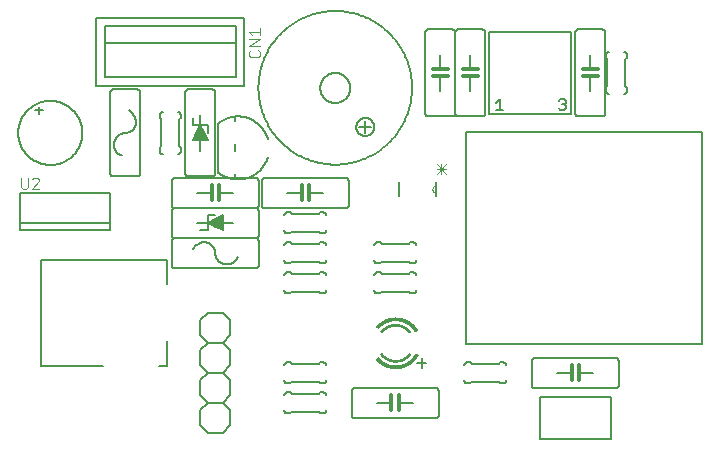
<source format=gto>
G75*
%MOIN*%
%OFA0B0*%
%FSLAX25Y25*%
%IPPOS*%
%LPD*%
%AMOC8*
5,1,8,0,0,1.08239X$1,22.5*
%
%ADD10C,0.01200*%
%ADD11C,0.00600*%
%ADD12C,0.00500*%
%ADD13C,0.00060*%
%ADD14C,0.00100*%
%ADD15C,0.00650*%
%ADD16C,0.00000*%
%ADD17C,0.00300*%
%ADD18C,0.00800*%
%ADD19C,0.00700*%
D10*
X0172566Y0046656D02*
X0172566Y0049156D01*
X0172566Y0051656D01*
X0175066Y0051656D02*
X0175066Y0049156D01*
X0175066Y0046656D01*
X0232666Y0056656D02*
X0232666Y0059156D01*
X0232666Y0061656D01*
X0235166Y0061656D02*
X0235166Y0059156D01*
X0235166Y0056656D01*
X0145166Y0116656D02*
X0145166Y0119156D01*
X0145166Y0121656D01*
X0142666Y0121656D02*
X0142666Y0119156D01*
X0142666Y0116656D01*
X0115166Y0116656D02*
X0115166Y0119156D01*
X0115166Y0121656D01*
X0112666Y0121656D02*
X0112666Y0119156D01*
X0112666Y0116656D01*
X0186366Y0157956D02*
X0188866Y0157956D01*
X0191366Y0157956D01*
X0191366Y0160456D02*
X0188866Y0160456D01*
X0186366Y0160456D01*
X0196366Y0160456D02*
X0198866Y0160456D01*
X0201366Y0160456D01*
X0201366Y0157956D02*
X0198866Y0157956D01*
X0196366Y0157956D01*
X0236366Y0157956D02*
X0238866Y0157956D01*
X0241366Y0157956D01*
X0241366Y0160456D02*
X0238866Y0160456D01*
X0236366Y0160456D01*
D11*
X0238866Y0160456D02*
X0238866Y0165156D01*
X0244116Y0165156D02*
X0244116Y0164156D01*
X0244616Y0163656D01*
X0244616Y0154656D01*
X0244116Y0154156D01*
X0244116Y0153156D01*
X0244118Y0153096D01*
X0244123Y0153035D01*
X0244132Y0152976D01*
X0244145Y0152917D01*
X0244161Y0152858D01*
X0244181Y0152801D01*
X0244204Y0152746D01*
X0244231Y0152691D01*
X0244260Y0152639D01*
X0244293Y0152588D01*
X0244329Y0152539D01*
X0244367Y0152493D01*
X0244409Y0152449D01*
X0244453Y0152407D01*
X0244499Y0152369D01*
X0244548Y0152333D01*
X0244599Y0152300D01*
X0244651Y0152271D01*
X0244706Y0152244D01*
X0244761Y0152221D01*
X0244818Y0152201D01*
X0244877Y0152185D01*
X0244936Y0152172D01*
X0244995Y0152163D01*
X0245056Y0152158D01*
X0245116Y0152156D01*
X0250116Y0152156D02*
X0250176Y0152158D01*
X0250237Y0152163D01*
X0250296Y0152172D01*
X0250355Y0152185D01*
X0250414Y0152201D01*
X0250471Y0152221D01*
X0250526Y0152244D01*
X0250581Y0152271D01*
X0250633Y0152300D01*
X0250684Y0152333D01*
X0250733Y0152369D01*
X0250779Y0152407D01*
X0250823Y0152449D01*
X0250865Y0152493D01*
X0250903Y0152539D01*
X0250939Y0152588D01*
X0250972Y0152639D01*
X0251001Y0152691D01*
X0251028Y0152746D01*
X0251051Y0152801D01*
X0251071Y0152858D01*
X0251087Y0152917D01*
X0251100Y0152976D01*
X0251109Y0153035D01*
X0251114Y0153096D01*
X0251116Y0153156D01*
X0251116Y0154156D01*
X0250616Y0154656D01*
X0250616Y0163656D01*
X0251116Y0164156D01*
X0251116Y0165156D01*
X0251114Y0165216D01*
X0251109Y0165277D01*
X0251100Y0165336D01*
X0251087Y0165395D01*
X0251071Y0165454D01*
X0251051Y0165511D01*
X0251028Y0165566D01*
X0251001Y0165621D01*
X0250972Y0165673D01*
X0250939Y0165724D01*
X0250903Y0165773D01*
X0250865Y0165819D01*
X0250823Y0165863D01*
X0250779Y0165905D01*
X0250733Y0165943D01*
X0250684Y0165979D01*
X0250633Y0166012D01*
X0250581Y0166041D01*
X0250526Y0166068D01*
X0250471Y0166091D01*
X0250414Y0166111D01*
X0250355Y0166127D01*
X0250296Y0166140D01*
X0250237Y0166149D01*
X0250176Y0166154D01*
X0250116Y0166156D01*
X0245116Y0166156D02*
X0245056Y0166154D01*
X0244995Y0166149D01*
X0244936Y0166140D01*
X0244877Y0166127D01*
X0244818Y0166111D01*
X0244761Y0166091D01*
X0244706Y0166068D01*
X0244651Y0166041D01*
X0244599Y0166012D01*
X0244548Y0165979D01*
X0244499Y0165943D01*
X0244453Y0165905D01*
X0244409Y0165863D01*
X0244367Y0165819D01*
X0244329Y0165773D01*
X0244293Y0165724D01*
X0244260Y0165673D01*
X0244231Y0165621D01*
X0244204Y0165566D01*
X0244181Y0165511D01*
X0244161Y0165454D01*
X0244145Y0165395D01*
X0244132Y0165336D01*
X0244123Y0165277D01*
X0244118Y0165216D01*
X0244116Y0165156D01*
X0238866Y0157956D02*
X0238866Y0153156D01*
X0233866Y0145656D02*
X0233868Y0145596D01*
X0233873Y0145535D01*
X0233882Y0145476D01*
X0233895Y0145417D01*
X0233911Y0145358D01*
X0233931Y0145301D01*
X0233954Y0145246D01*
X0233981Y0145191D01*
X0234010Y0145139D01*
X0234043Y0145088D01*
X0234079Y0145039D01*
X0234117Y0144993D01*
X0234159Y0144949D01*
X0234203Y0144907D01*
X0234249Y0144869D01*
X0234298Y0144833D01*
X0234349Y0144800D01*
X0234401Y0144771D01*
X0234456Y0144744D01*
X0234511Y0144721D01*
X0234568Y0144701D01*
X0234627Y0144685D01*
X0234686Y0144672D01*
X0234745Y0144663D01*
X0234806Y0144658D01*
X0234866Y0144656D01*
X0242866Y0144656D01*
X0242926Y0144658D01*
X0242987Y0144663D01*
X0243046Y0144672D01*
X0243105Y0144685D01*
X0243164Y0144701D01*
X0243221Y0144721D01*
X0243276Y0144744D01*
X0243331Y0144771D01*
X0243383Y0144800D01*
X0243434Y0144833D01*
X0243483Y0144869D01*
X0243529Y0144907D01*
X0243573Y0144949D01*
X0243615Y0144993D01*
X0243653Y0145039D01*
X0243689Y0145088D01*
X0243722Y0145139D01*
X0243751Y0145191D01*
X0243778Y0145246D01*
X0243801Y0145301D01*
X0243821Y0145358D01*
X0243837Y0145417D01*
X0243850Y0145476D01*
X0243859Y0145535D01*
X0243864Y0145596D01*
X0243866Y0145656D01*
X0243866Y0172656D01*
X0243864Y0172716D01*
X0243859Y0172777D01*
X0243850Y0172836D01*
X0243837Y0172895D01*
X0243821Y0172954D01*
X0243801Y0173011D01*
X0243778Y0173066D01*
X0243751Y0173121D01*
X0243722Y0173173D01*
X0243689Y0173224D01*
X0243653Y0173273D01*
X0243615Y0173319D01*
X0243573Y0173363D01*
X0243529Y0173405D01*
X0243483Y0173443D01*
X0243434Y0173479D01*
X0243383Y0173512D01*
X0243331Y0173541D01*
X0243276Y0173568D01*
X0243221Y0173591D01*
X0243164Y0173611D01*
X0243105Y0173627D01*
X0243046Y0173640D01*
X0242987Y0173649D01*
X0242926Y0173654D01*
X0242866Y0173656D01*
X0234866Y0173656D01*
X0234806Y0173654D01*
X0234745Y0173649D01*
X0234686Y0173640D01*
X0234627Y0173627D01*
X0234568Y0173611D01*
X0234511Y0173591D01*
X0234456Y0173568D01*
X0234401Y0173541D01*
X0234349Y0173512D01*
X0234298Y0173479D01*
X0234249Y0173443D01*
X0234203Y0173405D01*
X0234159Y0173363D01*
X0234117Y0173319D01*
X0234079Y0173273D01*
X0234043Y0173224D01*
X0234010Y0173173D01*
X0233981Y0173121D01*
X0233954Y0173066D01*
X0233931Y0173011D01*
X0233911Y0172954D01*
X0233895Y0172895D01*
X0233882Y0172836D01*
X0233873Y0172777D01*
X0233868Y0172716D01*
X0233866Y0172656D01*
X0233866Y0145656D01*
X0203866Y0145656D02*
X0203866Y0172656D01*
X0203864Y0172716D01*
X0203859Y0172777D01*
X0203850Y0172836D01*
X0203837Y0172895D01*
X0203821Y0172954D01*
X0203801Y0173011D01*
X0203778Y0173066D01*
X0203751Y0173121D01*
X0203722Y0173173D01*
X0203689Y0173224D01*
X0203653Y0173273D01*
X0203615Y0173319D01*
X0203573Y0173363D01*
X0203529Y0173405D01*
X0203483Y0173443D01*
X0203434Y0173479D01*
X0203383Y0173512D01*
X0203331Y0173541D01*
X0203276Y0173568D01*
X0203221Y0173591D01*
X0203164Y0173611D01*
X0203105Y0173627D01*
X0203046Y0173640D01*
X0202987Y0173649D01*
X0202926Y0173654D01*
X0202866Y0173656D01*
X0194866Y0173656D01*
X0194806Y0173654D01*
X0194745Y0173649D01*
X0194686Y0173640D01*
X0194627Y0173627D01*
X0194568Y0173611D01*
X0194511Y0173591D01*
X0194456Y0173568D01*
X0194401Y0173541D01*
X0194349Y0173512D01*
X0194298Y0173479D01*
X0194249Y0173443D01*
X0194203Y0173405D01*
X0194159Y0173363D01*
X0194117Y0173319D01*
X0194079Y0173273D01*
X0194043Y0173224D01*
X0194010Y0173173D01*
X0193981Y0173121D01*
X0193954Y0173066D01*
X0193931Y0173011D01*
X0193911Y0172954D01*
X0193895Y0172895D01*
X0193882Y0172836D01*
X0193873Y0172777D01*
X0193868Y0172716D01*
X0193866Y0172656D01*
X0193866Y0145656D01*
X0193866Y0172656D01*
X0193864Y0172716D01*
X0193859Y0172777D01*
X0193850Y0172836D01*
X0193837Y0172895D01*
X0193821Y0172954D01*
X0193801Y0173011D01*
X0193778Y0173066D01*
X0193751Y0173121D01*
X0193722Y0173173D01*
X0193689Y0173224D01*
X0193653Y0173273D01*
X0193615Y0173319D01*
X0193573Y0173363D01*
X0193529Y0173405D01*
X0193483Y0173443D01*
X0193434Y0173479D01*
X0193383Y0173512D01*
X0193331Y0173541D01*
X0193276Y0173568D01*
X0193221Y0173591D01*
X0193164Y0173611D01*
X0193105Y0173627D01*
X0193046Y0173640D01*
X0192987Y0173649D01*
X0192926Y0173654D01*
X0192866Y0173656D01*
X0184866Y0173656D01*
X0184806Y0173654D01*
X0184745Y0173649D01*
X0184686Y0173640D01*
X0184627Y0173627D01*
X0184568Y0173611D01*
X0184511Y0173591D01*
X0184456Y0173568D01*
X0184401Y0173541D01*
X0184349Y0173512D01*
X0184298Y0173479D01*
X0184249Y0173443D01*
X0184203Y0173405D01*
X0184159Y0173363D01*
X0184117Y0173319D01*
X0184079Y0173273D01*
X0184043Y0173224D01*
X0184010Y0173173D01*
X0183981Y0173121D01*
X0183954Y0173066D01*
X0183931Y0173011D01*
X0183911Y0172954D01*
X0183895Y0172895D01*
X0183882Y0172836D01*
X0183873Y0172777D01*
X0183868Y0172716D01*
X0183866Y0172656D01*
X0183866Y0145656D01*
X0183868Y0145596D01*
X0183873Y0145535D01*
X0183882Y0145476D01*
X0183895Y0145417D01*
X0183911Y0145358D01*
X0183931Y0145301D01*
X0183954Y0145246D01*
X0183981Y0145191D01*
X0184010Y0145139D01*
X0184043Y0145088D01*
X0184079Y0145039D01*
X0184117Y0144993D01*
X0184159Y0144949D01*
X0184203Y0144907D01*
X0184249Y0144869D01*
X0184298Y0144833D01*
X0184349Y0144800D01*
X0184401Y0144771D01*
X0184456Y0144744D01*
X0184511Y0144721D01*
X0184568Y0144701D01*
X0184627Y0144685D01*
X0184686Y0144672D01*
X0184745Y0144663D01*
X0184806Y0144658D01*
X0184866Y0144656D01*
X0192866Y0144656D01*
X0192926Y0144658D01*
X0192987Y0144663D01*
X0193046Y0144672D01*
X0193105Y0144685D01*
X0193164Y0144701D01*
X0193221Y0144721D01*
X0193276Y0144744D01*
X0193331Y0144771D01*
X0193383Y0144800D01*
X0193434Y0144833D01*
X0193483Y0144869D01*
X0193529Y0144907D01*
X0193573Y0144949D01*
X0193615Y0144993D01*
X0193653Y0145039D01*
X0193689Y0145088D01*
X0193722Y0145139D01*
X0193751Y0145191D01*
X0193778Y0145246D01*
X0193801Y0145301D01*
X0193821Y0145358D01*
X0193837Y0145417D01*
X0193850Y0145476D01*
X0193859Y0145535D01*
X0193864Y0145596D01*
X0193866Y0145656D01*
X0193868Y0145596D01*
X0193873Y0145535D01*
X0193882Y0145476D01*
X0193895Y0145417D01*
X0193911Y0145358D01*
X0193931Y0145301D01*
X0193954Y0145246D01*
X0193981Y0145191D01*
X0194010Y0145139D01*
X0194043Y0145088D01*
X0194079Y0145039D01*
X0194117Y0144993D01*
X0194159Y0144949D01*
X0194203Y0144907D01*
X0194249Y0144869D01*
X0194298Y0144833D01*
X0194349Y0144800D01*
X0194401Y0144771D01*
X0194456Y0144744D01*
X0194511Y0144721D01*
X0194568Y0144701D01*
X0194627Y0144685D01*
X0194686Y0144672D01*
X0194745Y0144663D01*
X0194806Y0144658D01*
X0194866Y0144656D01*
X0202866Y0144656D01*
X0202926Y0144658D01*
X0202987Y0144663D01*
X0203046Y0144672D01*
X0203105Y0144685D01*
X0203164Y0144701D01*
X0203221Y0144721D01*
X0203276Y0144744D01*
X0203331Y0144771D01*
X0203383Y0144800D01*
X0203434Y0144833D01*
X0203483Y0144869D01*
X0203529Y0144907D01*
X0203573Y0144949D01*
X0203615Y0144993D01*
X0203653Y0145039D01*
X0203689Y0145088D01*
X0203722Y0145139D01*
X0203751Y0145191D01*
X0203778Y0145246D01*
X0203801Y0145301D01*
X0203821Y0145358D01*
X0203837Y0145417D01*
X0203850Y0145476D01*
X0203859Y0145535D01*
X0203864Y0145596D01*
X0203866Y0145656D01*
X0198866Y0153156D02*
X0198866Y0157956D01*
X0198866Y0160456D02*
X0198866Y0165156D01*
X0188866Y0165156D02*
X0188866Y0160456D01*
X0188866Y0157956D02*
X0188866Y0153156D01*
X0165866Y0141156D02*
X0161866Y0141156D01*
X0160866Y0141156D02*
X0160868Y0141265D01*
X0160874Y0141374D01*
X0160884Y0141482D01*
X0160898Y0141590D01*
X0160915Y0141698D01*
X0160937Y0141805D01*
X0160962Y0141911D01*
X0160992Y0142015D01*
X0161025Y0142119D01*
X0161062Y0142222D01*
X0161102Y0142323D01*
X0161146Y0142422D01*
X0161194Y0142520D01*
X0161246Y0142617D01*
X0161300Y0142711D01*
X0161358Y0142803D01*
X0161420Y0142893D01*
X0161485Y0142980D01*
X0161552Y0143066D01*
X0161623Y0143149D01*
X0161697Y0143229D01*
X0161774Y0143306D01*
X0161853Y0143381D01*
X0161935Y0143452D01*
X0162020Y0143521D01*
X0162107Y0143586D01*
X0162196Y0143649D01*
X0162288Y0143707D01*
X0162382Y0143763D01*
X0162477Y0143815D01*
X0162575Y0143864D01*
X0162674Y0143909D01*
X0162775Y0143951D01*
X0162877Y0143988D01*
X0162980Y0144022D01*
X0163085Y0144053D01*
X0163191Y0144079D01*
X0163297Y0144102D01*
X0163405Y0144120D01*
X0163513Y0144135D01*
X0163621Y0144146D01*
X0163730Y0144153D01*
X0163839Y0144156D01*
X0163948Y0144155D01*
X0164057Y0144150D01*
X0164165Y0144141D01*
X0164273Y0144128D01*
X0164381Y0144111D01*
X0164488Y0144091D01*
X0164594Y0144066D01*
X0164699Y0144038D01*
X0164803Y0144006D01*
X0164906Y0143970D01*
X0165008Y0143930D01*
X0165108Y0143887D01*
X0165206Y0143840D01*
X0165303Y0143790D01*
X0165397Y0143736D01*
X0165490Y0143678D01*
X0165581Y0143618D01*
X0165669Y0143554D01*
X0165755Y0143487D01*
X0165838Y0143417D01*
X0165919Y0143344D01*
X0165997Y0143268D01*
X0166072Y0143189D01*
X0166145Y0143107D01*
X0166214Y0143023D01*
X0166280Y0142937D01*
X0166343Y0142848D01*
X0166403Y0142757D01*
X0166460Y0142664D01*
X0166513Y0142569D01*
X0166562Y0142472D01*
X0166608Y0142373D01*
X0166650Y0142273D01*
X0166689Y0142171D01*
X0166724Y0142067D01*
X0166755Y0141963D01*
X0166783Y0141858D01*
X0166806Y0141751D01*
X0166826Y0141644D01*
X0166842Y0141536D01*
X0166854Y0141428D01*
X0166862Y0141319D01*
X0166866Y0141210D01*
X0166866Y0141102D01*
X0166862Y0140993D01*
X0166854Y0140884D01*
X0166842Y0140776D01*
X0166826Y0140668D01*
X0166806Y0140561D01*
X0166783Y0140454D01*
X0166755Y0140349D01*
X0166724Y0140245D01*
X0166689Y0140141D01*
X0166650Y0140039D01*
X0166608Y0139939D01*
X0166562Y0139840D01*
X0166513Y0139743D01*
X0166460Y0139648D01*
X0166403Y0139555D01*
X0166343Y0139464D01*
X0166280Y0139375D01*
X0166214Y0139289D01*
X0166145Y0139205D01*
X0166072Y0139123D01*
X0165997Y0139044D01*
X0165919Y0138968D01*
X0165838Y0138895D01*
X0165755Y0138825D01*
X0165669Y0138758D01*
X0165581Y0138694D01*
X0165490Y0138634D01*
X0165397Y0138576D01*
X0165303Y0138522D01*
X0165206Y0138472D01*
X0165108Y0138425D01*
X0165008Y0138382D01*
X0164906Y0138342D01*
X0164803Y0138306D01*
X0164699Y0138274D01*
X0164594Y0138246D01*
X0164488Y0138221D01*
X0164381Y0138201D01*
X0164273Y0138184D01*
X0164165Y0138171D01*
X0164057Y0138162D01*
X0163948Y0138157D01*
X0163839Y0138156D01*
X0163730Y0138159D01*
X0163621Y0138166D01*
X0163513Y0138177D01*
X0163405Y0138192D01*
X0163297Y0138210D01*
X0163191Y0138233D01*
X0163085Y0138259D01*
X0162980Y0138290D01*
X0162877Y0138324D01*
X0162775Y0138361D01*
X0162674Y0138403D01*
X0162575Y0138448D01*
X0162477Y0138497D01*
X0162382Y0138549D01*
X0162288Y0138605D01*
X0162196Y0138663D01*
X0162107Y0138726D01*
X0162020Y0138791D01*
X0161935Y0138860D01*
X0161853Y0138931D01*
X0161774Y0139006D01*
X0161697Y0139083D01*
X0161623Y0139163D01*
X0161552Y0139246D01*
X0161485Y0139332D01*
X0161420Y0139419D01*
X0161358Y0139509D01*
X0161300Y0139601D01*
X0161246Y0139695D01*
X0161194Y0139792D01*
X0161146Y0139890D01*
X0161102Y0139989D01*
X0161062Y0140090D01*
X0161025Y0140193D01*
X0160992Y0140297D01*
X0160962Y0140401D01*
X0160937Y0140507D01*
X0160915Y0140614D01*
X0160898Y0140722D01*
X0160884Y0140830D01*
X0160874Y0140938D01*
X0160868Y0141047D01*
X0160866Y0141156D01*
X0163866Y0143156D02*
X0163866Y0139156D01*
X0157366Y0124156D02*
X0130366Y0124156D01*
X0130306Y0124154D01*
X0130245Y0124149D01*
X0130186Y0124140D01*
X0130127Y0124127D01*
X0130068Y0124111D01*
X0130011Y0124091D01*
X0129956Y0124068D01*
X0129901Y0124041D01*
X0129849Y0124012D01*
X0129798Y0123979D01*
X0129749Y0123943D01*
X0129703Y0123905D01*
X0129659Y0123863D01*
X0129617Y0123819D01*
X0129579Y0123773D01*
X0129543Y0123724D01*
X0129510Y0123673D01*
X0129481Y0123621D01*
X0129454Y0123566D01*
X0129431Y0123511D01*
X0129411Y0123454D01*
X0129395Y0123395D01*
X0129382Y0123336D01*
X0129373Y0123277D01*
X0129368Y0123216D01*
X0129366Y0123156D01*
X0129366Y0115156D01*
X0128366Y0115156D02*
X0128366Y0123156D01*
X0128364Y0123216D01*
X0128359Y0123277D01*
X0128350Y0123336D01*
X0128337Y0123395D01*
X0128321Y0123454D01*
X0128301Y0123511D01*
X0128278Y0123566D01*
X0128251Y0123621D01*
X0128222Y0123673D01*
X0128189Y0123724D01*
X0128153Y0123773D01*
X0128115Y0123819D01*
X0128073Y0123863D01*
X0128029Y0123905D01*
X0127983Y0123943D01*
X0127934Y0123979D01*
X0127883Y0124012D01*
X0127831Y0124041D01*
X0127776Y0124068D01*
X0127721Y0124091D01*
X0127664Y0124111D01*
X0127605Y0124127D01*
X0127546Y0124140D01*
X0127487Y0124149D01*
X0127426Y0124154D01*
X0127366Y0124156D01*
X0100366Y0124156D01*
X0100306Y0124154D01*
X0100245Y0124149D01*
X0100186Y0124140D01*
X0100127Y0124127D01*
X0100068Y0124111D01*
X0100011Y0124091D01*
X0099956Y0124068D01*
X0099901Y0124041D01*
X0099849Y0124012D01*
X0099798Y0123979D01*
X0099749Y0123943D01*
X0099703Y0123905D01*
X0099659Y0123863D01*
X0099617Y0123819D01*
X0099579Y0123773D01*
X0099543Y0123724D01*
X0099510Y0123673D01*
X0099481Y0123621D01*
X0099454Y0123566D01*
X0099431Y0123511D01*
X0099411Y0123454D01*
X0099395Y0123395D01*
X0099382Y0123336D01*
X0099373Y0123277D01*
X0099368Y0123216D01*
X0099366Y0123156D01*
X0099366Y0115156D01*
X0099368Y0115096D01*
X0099373Y0115035D01*
X0099382Y0114976D01*
X0099395Y0114917D01*
X0099411Y0114858D01*
X0099431Y0114801D01*
X0099454Y0114746D01*
X0099481Y0114691D01*
X0099510Y0114639D01*
X0099543Y0114588D01*
X0099579Y0114539D01*
X0099617Y0114493D01*
X0099659Y0114449D01*
X0099703Y0114407D01*
X0099749Y0114369D01*
X0099798Y0114333D01*
X0099849Y0114300D01*
X0099901Y0114271D01*
X0099956Y0114244D01*
X0100011Y0114221D01*
X0100068Y0114201D01*
X0100127Y0114185D01*
X0100186Y0114172D01*
X0100245Y0114163D01*
X0100306Y0114158D01*
X0100366Y0114156D01*
X0127366Y0114156D01*
X0100366Y0114156D01*
X0100306Y0114154D01*
X0100245Y0114149D01*
X0100186Y0114140D01*
X0100127Y0114127D01*
X0100068Y0114111D01*
X0100011Y0114091D01*
X0099956Y0114068D01*
X0099901Y0114041D01*
X0099849Y0114012D01*
X0099798Y0113979D01*
X0099749Y0113943D01*
X0099703Y0113905D01*
X0099659Y0113863D01*
X0099617Y0113819D01*
X0099579Y0113773D01*
X0099543Y0113724D01*
X0099510Y0113673D01*
X0099481Y0113621D01*
X0099454Y0113566D01*
X0099431Y0113511D01*
X0099411Y0113454D01*
X0099395Y0113395D01*
X0099382Y0113336D01*
X0099373Y0113277D01*
X0099368Y0113216D01*
X0099366Y0113156D01*
X0099366Y0105156D01*
X0099368Y0105096D01*
X0099373Y0105035D01*
X0099382Y0104976D01*
X0099395Y0104917D01*
X0099411Y0104858D01*
X0099431Y0104801D01*
X0099454Y0104746D01*
X0099481Y0104691D01*
X0099510Y0104639D01*
X0099543Y0104588D01*
X0099579Y0104539D01*
X0099617Y0104493D01*
X0099659Y0104449D01*
X0099703Y0104407D01*
X0099749Y0104369D01*
X0099798Y0104333D01*
X0099849Y0104300D01*
X0099901Y0104271D01*
X0099956Y0104244D01*
X0100011Y0104221D01*
X0100068Y0104201D01*
X0100127Y0104185D01*
X0100186Y0104172D01*
X0100245Y0104163D01*
X0100306Y0104158D01*
X0100366Y0104156D01*
X0113866Y0104156D01*
X0127366Y0104156D01*
X0100366Y0104156D01*
X0100306Y0104154D01*
X0100245Y0104149D01*
X0100186Y0104140D01*
X0100127Y0104127D01*
X0100068Y0104111D01*
X0100011Y0104091D01*
X0099956Y0104068D01*
X0099901Y0104041D01*
X0099849Y0104012D01*
X0099798Y0103979D01*
X0099749Y0103943D01*
X0099703Y0103905D01*
X0099659Y0103863D01*
X0099617Y0103819D01*
X0099579Y0103773D01*
X0099543Y0103724D01*
X0099510Y0103673D01*
X0099481Y0103621D01*
X0099454Y0103566D01*
X0099431Y0103511D01*
X0099411Y0103454D01*
X0099395Y0103395D01*
X0099382Y0103336D01*
X0099373Y0103277D01*
X0099368Y0103216D01*
X0099366Y0103156D01*
X0099366Y0095156D01*
X0099368Y0095096D01*
X0099373Y0095035D01*
X0099382Y0094976D01*
X0099395Y0094917D01*
X0099411Y0094858D01*
X0099431Y0094801D01*
X0099454Y0094746D01*
X0099481Y0094691D01*
X0099510Y0094639D01*
X0099543Y0094588D01*
X0099579Y0094539D01*
X0099617Y0094493D01*
X0099659Y0094449D01*
X0099703Y0094407D01*
X0099749Y0094369D01*
X0099798Y0094333D01*
X0099849Y0094300D01*
X0099901Y0094271D01*
X0099956Y0094244D01*
X0100011Y0094221D01*
X0100068Y0094201D01*
X0100127Y0094185D01*
X0100186Y0094172D01*
X0100245Y0094163D01*
X0100306Y0094158D01*
X0100366Y0094156D01*
X0127366Y0094156D01*
X0127426Y0094158D01*
X0127487Y0094163D01*
X0127546Y0094172D01*
X0127605Y0094185D01*
X0127664Y0094201D01*
X0127721Y0094221D01*
X0127776Y0094244D01*
X0127831Y0094271D01*
X0127883Y0094300D01*
X0127934Y0094333D01*
X0127983Y0094369D01*
X0128029Y0094407D01*
X0128073Y0094449D01*
X0128115Y0094493D01*
X0128153Y0094539D01*
X0128189Y0094588D01*
X0128222Y0094639D01*
X0128251Y0094691D01*
X0128278Y0094746D01*
X0128301Y0094801D01*
X0128321Y0094858D01*
X0128337Y0094917D01*
X0128350Y0094976D01*
X0128359Y0095035D01*
X0128364Y0095096D01*
X0128366Y0095156D01*
X0128366Y0103156D01*
X0128364Y0103216D01*
X0128359Y0103277D01*
X0128350Y0103336D01*
X0128337Y0103395D01*
X0128321Y0103454D01*
X0128301Y0103511D01*
X0128278Y0103566D01*
X0128251Y0103621D01*
X0128222Y0103673D01*
X0128189Y0103724D01*
X0128153Y0103773D01*
X0128115Y0103819D01*
X0128073Y0103863D01*
X0128029Y0103905D01*
X0127983Y0103943D01*
X0127934Y0103979D01*
X0127883Y0104012D01*
X0127831Y0104041D01*
X0127776Y0104068D01*
X0127721Y0104091D01*
X0127664Y0104111D01*
X0127605Y0104127D01*
X0127546Y0104140D01*
X0127487Y0104149D01*
X0127426Y0104154D01*
X0127366Y0104156D01*
X0127426Y0104158D01*
X0127487Y0104163D01*
X0127546Y0104172D01*
X0127605Y0104185D01*
X0127664Y0104201D01*
X0127721Y0104221D01*
X0127776Y0104244D01*
X0127831Y0104271D01*
X0127883Y0104300D01*
X0127934Y0104333D01*
X0127983Y0104369D01*
X0128029Y0104407D01*
X0128073Y0104449D01*
X0128115Y0104493D01*
X0128153Y0104539D01*
X0128189Y0104588D01*
X0128222Y0104639D01*
X0128251Y0104691D01*
X0128278Y0104746D01*
X0128301Y0104801D01*
X0128321Y0104858D01*
X0128337Y0104917D01*
X0128350Y0104976D01*
X0128359Y0105035D01*
X0128364Y0105096D01*
X0128366Y0105156D01*
X0128366Y0113156D01*
X0128364Y0113216D01*
X0128359Y0113277D01*
X0128350Y0113336D01*
X0128337Y0113395D01*
X0128321Y0113454D01*
X0128301Y0113511D01*
X0128278Y0113566D01*
X0128251Y0113621D01*
X0128222Y0113673D01*
X0128189Y0113724D01*
X0128153Y0113773D01*
X0128115Y0113819D01*
X0128073Y0113863D01*
X0128029Y0113905D01*
X0127983Y0113943D01*
X0127934Y0113979D01*
X0127883Y0114012D01*
X0127831Y0114041D01*
X0127776Y0114068D01*
X0127721Y0114091D01*
X0127664Y0114111D01*
X0127605Y0114127D01*
X0127546Y0114140D01*
X0127487Y0114149D01*
X0127426Y0114154D01*
X0127366Y0114156D01*
X0127426Y0114158D01*
X0127487Y0114163D01*
X0127546Y0114172D01*
X0127605Y0114185D01*
X0127664Y0114201D01*
X0127721Y0114221D01*
X0127776Y0114244D01*
X0127831Y0114271D01*
X0127883Y0114300D01*
X0127934Y0114333D01*
X0127983Y0114369D01*
X0128029Y0114407D01*
X0128073Y0114449D01*
X0128115Y0114493D01*
X0128153Y0114539D01*
X0128189Y0114588D01*
X0128222Y0114639D01*
X0128251Y0114691D01*
X0128278Y0114746D01*
X0128301Y0114801D01*
X0128321Y0114858D01*
X0128337Y0114917D01*
X0128350Y0114976D01*
X0128359Y0115035D01*
X0128364Y0115096D01*
X0128366Y0115156D01*
X0129366Y0115156D02*
X0129368Y0115096D01*
X0129373Y0115035D01*
X0129382Y0114976D01*
X0129395Y0114917D01*
X0129411Y0114858D01*
X0129431Y0114801D01*
X0129454Y0114746D01*
X0129481Y0114691D01*
X0129510Y0114639D01*
X0129543Y0114588D01*
X0129579Y0114539D01*
X0129617Y0114493D01*
X0129659Y0114449D01*
X0129703Y0114407D01*
X0129749Y0114369D01*
X0129798Y0114333D01*
X0129849Y0114300D01*
X0129901Y0114271D01*
X0129956Y0114244D01*
X0130011Y0114221D01*
X0130068Y0114201D01*
X0130127Y0114185D01*
X0130186Y0114172D01*
X0130245Y0114163D01*
X0130306Y0114158D01*
X0130366Y0114156D01*
X0157366Y0114156D01*
X0157426Y0114158D01*
X0157487Y0114163D01*
X0157546Y0114172D01*
X0157605Y0114185D01*
X0157664Y0114201D01*
X0157721Y0114221D01*
X0157776Y0114244D01*
X0157831Y0114271D01*
X0157883Y0114300D01*
X0157934Y0114333D01*
X0157983Y0114369D01*
X0158029Y0114407D01*
X0158073Y0114449D01*
X0158115Y0114493D01*
X0158153Y0114539D01*
X0158189Y0114588D01*
X0158222Y0114639D01*
X0158251Y0114691D01*
X0158278Y0114746D01*
X0158301Y0114801D01*
X0158321Y0114858D01*
X0158337Y0114917D01*
X0158350Y0114976D01*
X0158359Y0115035D01*
X0158364Y0115096D01*
X0158366Y0115156D01*
X0158366Y0123156D01*
X0158364Y0123216D01*
X0158359Y0123277D01*
X0158350Y0123336D01*
X0158337Y0123395D01*
X0158321Y0123454D01*
X0158301Y0123511D01*
X0158278Y0123566D01*
X0158251Y0123621D01*
X0158222Y0123673D01*
X0158189Y0123724D01*
X0158153Y0123773D01*
X0158115Y0123819D01*
X0158073Y0123863D01*
X0158029Y0123905D01*
X0157983Y0123943D01*
X0157934Y0123979D01*
X0157883Y0124012D01*
X0157831Y0124041D01*
X0157776Y0124068D01*
X0157721Y0124091D01*
X0157664Y0124111D01*
X0157605Y0124127D01*
X0157546Y0124140D01*
X0157487Y0124149D01*
X0157426Y0124154D01*
X0157366Y0124156D01*
X0149866Y0119156D02*
X0145166Y0119156D01*
X0142666Y0119156D02*
X0137866Y0119156D01*
X0137866Y0112656D02*
X0138866Y0112656D01*
X0139366Y0112156D01*
X0148366Y0112156D01*
X0148866Y0112656D01*
X0149866Y0112656D01*
X0149926Y0112654D01*
X0149987Y0112649D01*
X0150046Y0112640D01*
X0150105Y0112627D01*
X0150164Y0112611D01*
X0150221Y0112591D01*
X0150276Y0112568D01*
X0150331Y0112541D01*
X0150383Y0112512D01*
X0150434Y0112479D01*
X0150483Y0112443D01*
X0150529Y0112405D01*
X0150573Y0112363D01*
X0150615Y0112319D01*
X0150653Y0112273D01*
X0150689Y0112224D01*
X0150722Y0112173D01*
X0150751Y0112121D01*
X0150778Y0112066D01*
X0150801Y0112011D01*
X0150821Y0111954D01*
X0150837Y0111895D01*
X0150850Y0111836D01*
X0150859Y0111777D01*
X0150864Y0111716D01*
X0150866Y0111656D01*
X0150866Y0106656D02*
X0150864Y0106596D01*
X0150859Y0106535D01*
X0150850Y0106476D01*
X0150837Y0106417D01*
X0150821Y0106358D01*
X0150801Y0106301D01*
X0150778Y0106246D01*
X0150751Y0106191D01*
X0150722Y0106139D01*
X0150689Y0106088D01*
X0150653Y0106039D01*
X0150615Y0105993D01*
X0150573Y0105949D01*
X0150529Y0105907D01*
X0150483Y0105869D01*
X0150434Y0105833D01*
X0150383Y0105800D01*
X0150331Y0105771D01*
X0150276Y0105744D01*
X0150221Y0105721D01*
X0150164Y0105701D01*
X0150105Y0105685D01*
X0150046Y0105672D01*
X0149987Y0105663D01*
X0149926Y0105658D01*
X0149866Y0105656D01*
X0148866Y0105656D01*
X0148366Y0106156D01*
X0139366Y0106156D01*
X0138866Y0105656D01*
X0137866Y0105656D01*
X0137806Y0105658D01*
X0137745Y0105663D01*
X0137686Y0105672D01*
X0137627Y0105685D01*
X0137568Y0105701D01*
X0137511Y0105721D01*
X0137456Y0105744D01*
X0137401Y0105771D01*
X0137349Y0105800D01*
X0137298Y0105833D01*
X0137249Y0105869D01*
X0137203Y0105907D01*
X0137159Y0105949D01*
X0137117Y0105993D01*
X0137079Y0106039D01*
X0137043Y0106088D01*
X0137010Y0106139D01*
X0136981Y0106191D01*
X0136954Y0106246D01*
X0136931Y0106301D01*
X0136911Y0106358D01*
X0136895Y0106417D01*
X0136882Y0106476D01*
X0136873Y0106535D01*
X0136868Y0106596D01*
X0136866Y0106656D01*
X0137866Y0102656D02*
X0138866Y0102656D01*
X0139366Y0102156D01*
X0148366Y0102156D01*
X0148866Y0102656D01*
X0149866Y0102656D01*
X0149926Y0102654D01*
X0149987Y0102649D01*
X0150046Y0102640D01*
X0150105Y0102627D01*
X0150164Y0102611D01*
X0150221Y0102591D01*
X0150276Y0102568D01*
X0150331Y0102541D01*
X0150383Y0102512D01*
X0150434Y0102479D01*
X0150483Y0102443D01*
X0150529Y0102405D01*
X0150573Y0102363D01*
X0150615Y0102319D01*
X0150653Y0102273D01*
X0150689Y0102224D01*
X0150722Y0102173D01*
X0150751Y0102121D01*
X0150778Y0102066D01*
X0150801Y0102011D01*
X0150821Y0101954D01*
X0150837Y0101895D01*
X0150850Y0101836D01*
X0150859Y0101777D01*
X0150864Y0101716D01*
X0150866Y0101656D01*
X0150866Y0096656D02*
X0150864Y0096596D01*
X0150859Y0096535D01*
X0150850Y0096476D01*
X0150837Y0096417D01*
X0150821Y0096358D01*
X0150801Y0096301D01*
X0150778Y0096246D01*
X0150751Y0096191D01*
X0150722Y0096139D01*
X0150689Y0096088D01*
X0150653Y0096039D01*
X0150615Y0095993D01*
X0150573Y0095949D01*
X0150529Y0095907D01*
X0150483Y0095869D01*
X0150434Y0095833D01*
X0150383Y0095800D01*
X0150331Y0095771D01*
X0150276Y0095744D01*
X0150221Y0095721D01*
X0150164Y0095701D01*
X0150105Y0095685D01*
X0150046Y0095672D01*
X0149987Y0095663D01*
X0149926Y0095658D01*
X0149866Y0095656D01*
X0148866Y0095656D01*
X0148366Y0096156D01*
X0139366Y0096156D01*
X0138866Y0095656D01*
X0137866Y0095656D01*
X0137806Y0095658D01*
X0137745Y0095663D01*
X0137686Y0095672D01*
X0137627Y0095685D01*
X0137568Y0095701D01*
X0137511Y0095721D01*
X0137456Y0095744D01*
X0137401Y0095771D01*
X0137349Y0095800D01*
X0137298Y0095833D01*
X0137249Y0095869D01*
X0137203Y0095907D01*
X0137159Y0095949D01*
X0137117Y0095993D01*
X0137079Y0096039D01*
X0137043Y0096088D01*
X0137010Y0096139D01*
X0136981Y0096191D01*
X0136954Y0096246D01*
X0136931Y0096301D01*
X0136911Y0096358D01*
X0136895Y0096417D01*
X0136882Y0096476D01*
X0136873Y0096535D01*
X0136868Y0096596D01*
X0136866Y0096656D01*
X0137866Y0092656D02*
X0138866Y0092656D01*
X0139366Y0092156D01*
X0148366Y0092156D01*
X0148866Y0092656D01*
X0149866Y0092656D01*
X0149926Y0092654D01*
X0149987Y0092649D01*
X0150046Y0092640D01*
X0150105Y0092627D01*
X0150164Y0092611D01*
X0150221Y0092591D01*
X0150276Y0092568D01*
X0150331Y0092541D01*
X0150383Y0092512D01*
X0150434Y0092479D01*
X0150483Y0092443D01*
X0150529Y0092405D01*
X0150573Y0092363D01*
X0150615Y0092319D01*
X0150653Y0092273D01*
X0150689Y0092224D01*
X0150722Y0092173D01*
X0150751Y0092121D01*
X0150778Y0092066D01*
X0150801Y0092011D01*
X0150821Y0091954D01*
X0150837Y0091895D01*
X0150850Y0091836D01*
X0150859Y0091777D01*
X0150864Y0091716D01*
X0150866Y0091656D01*
X0150866Y0086656D02*
X0150864Y0086596D01*
X0150859Y0086535D01*
X0150850Y0086476D01*
X0150837Y0086417D01*
X0150821Y0086358D01*
X0150801Y0086301D01*
X0150778Y0086246D01*
X0150751Y0086191D01*
X0150722Y0086139D01*
X0150689Y0086088D01*
X0150653Y0086039D01*
X0150615Y0085993D01*
X0150573Y0085949D01*
X0150529Y0085907D01*
X0150483Y0085869D01*
X0150434Y0085833D01*
X0150383Y0085800D01*
X0150331Y0085771D01*
X0150276Y0085744D01*
X0150221Y0085721D01*
X0150164Y0085701D01*
X0150105Y0085685D01*
X0150046Y0085672D01*
X0149987Y0085663D01*
X0149926Y0085658D01*
X0149866Y0085656D01*
X0148866Y0085656D01*
X0148366Y0086156D01*
X0139366Y0086156D01*
X0138866Y0085656D01*
X0137866Y0085656D01*
X0137806Y0085658D01*
X0137745Y0085663D01*
X0137686Y0085672D01*
X0137627Y0085685D01*
X0137568Y0085701D01*
X0137511Y0085721D01*
X0137456Y0085744D01*
X0137401Y0085771D01*
X0137349Y0085800D01*
X0137298Y0085833D01*
X0137249Y0085869D01*
X0137203Y0085907D01*
X0137159Y0085949D01*
X0137117Y0085993D01*
X0137079Y0086039D01*
X0137043Y0086088D01*
X0137010Y0086139D01*
X0136981Y0086191D01*
X0136954Y0086246D01*
X0136931Y0086301D01*
X0136911Y0086358D01*
X0136895Y0086417D01*
X0136882Y0086476D01*
X0136873Y0086535D01*
X0136868Y0086596D01*
X0136866Y0086656D01*
X0136866Y0091656D02*
X0136868Y0091716D01*
X0136873Y0091777D01*
X0136882Y0091836D01*
X0136895Y0091895D01*
X0136911Y0091954D01*
X0136931Y0092011D01*
X0136954Y0092066D01*
X0136981Y0092121D01*
X0137010Y0092173D01*
X0137043Y0092224D01*
X0137079Y0092273D01*
X0137117Y0092319D01*
X0137159Y0092363D01*
X0137203Y0092405D01*
X0137249Y0092443D01*
X0137298Y0092479D01*
X0137349Y0092512D01*
X0137401Y0092541D01*
X0137456Y0092568D01*
X0137511Y0092591D01*
X0137568Y0092611D01*
X0137627Y0092627D01*
X0137686Y0092640D01*
X0137745Y0092649D01*
X0137806Y0092654D01*
X0137866Y0092656D01*
X0136866Y0101656D02*
X0136868Y0101716D01*
X0136873Y0101777D01*
X0136882Y0101836D01*
X0136895Y0101895D01*
X0136911Y0101954D01*
X0136931Y0102011D01*
X0136954Y0102066D01*
X0136981Y0102121D01*
X0137010Y0102173D01*
X0137043Y0102224D01*
X0137079Y0102273D01*
X0137117Y0102319D01*
X0137159Y0102363D01*
X0137203Y0102405D01*
X0137249Y0102443D01*
X0137298Y0102479D01*
X0137349Y0102512D01*
X0137401Y0102541D01*
X0137456Y0102568D01*
X0137511Y0102591D01*
X0137568Y0102611D01*
X0137627Y0102627D01*
X0137686Y0102640D01*
X0137745Y0102649D01*
X0137806Y0102654D01*
X0137866Y0102656D01*
X0136866Y0111656D02*
X0136868Y0111716D01*
X0136873Y0111777D01*
X0136882Y0111836D01*
X0136895Y0111895D01*
X0136911Y0111954D01*
X0136931Y0112011D01*
X0136954Y0112066D01*
X0136981Y0112121D01*
X0137010Y0112173D01*
X0137043Y0112224D01*
X0137079Y0112273D01*
X0137117Y0112319D01*
X0137159Y0112363D01*
X0137203Y0112405D01*
X0137249Y0112443D01*
X0137298Y0112479D01*
X0137349Y0112512D01*
X0137401Y0112541D01*
X0137456Y0112568D01*
X0137511Y0112591D01*
X0137568Y0112611D01*
X0137627Y0112627D01*
X0137686Y0112640D01*
X0137745Y0112649D01*
X0137806Y0112654D01*
X0137866Y0112656D01*
X0119866Y0109156D02*
X0115166Y0109156D01*
X0112666Y0109156D02*
X0111366Y0109156D01*
X0107866Y0109156D01*
X0107866Y0119156D02*
X0112666Y0119156D01*
X0115166Y0119156D02*
X0119866Y0119156D01*
X0112866Y0124656D02*
X0104866Y0124656D01*
X0104806Y0124658D01*
X0104745Y0124663D01*
X0104686Y0124672D01*
X0104627Y0124685D01*
X0104568Y0124701D01*
X0104511Y0124721D01*
X0104456Y0124744D01*
X0104401Y0124771D01*
X0104349Y0124800D01*
X0104298Y0124833D01*
X0104249Y0124869D01*
X0104203Y0124907D01*
X0104159Y0124949D01*
X0104117Y0124993D01*
X0104079Y0125039D01*
X0104043Y0125088D01*
X0104010Y0125139D01*
X0103981Y0125191D01*
X0103954Y0125246D01*
X0103931Y0125301D01*
X0103911Y0125358D01*
X0103895Y0125417D01*
X0103882Y0125476D01*
X0103873Y0125535D01*
X0103868Y0125596D01*
X0103866Y0125656D01*
X0103866Y0139156D01*
X0103866Y0152656D01*
X0103868Y0152716D01*
X0103873Y0152777D01*
X0103882Y0152836D01*
X0103895Y0152895D01*
X0103911Y0152954D01*
X0103931Y0153011D01*
X0103954Y0153066D01*
X0103981Y0153121D01*
X0104010Y0153173D01*
X0104043Y0153224D01*
X0104079Y0153273D01*
X0104117Y0153319D01*
X0104159Y0153363D01*
X0104203Y0153405D01*
X0104249Y0153443D01*
X0104298Y0153479D01*
X0104349Y0153512D01*
X0104401Y0153541D01*
X0104456Y0153568D01*
X0104511Y0153591D01*
X0104568Y0153611D01*
X0104627Y0153627D01*
X0104686Y0153640D01*
X0104745Y0153649D01*
X0104806Y0153654D01*
X0104866Y0153656D01*
X0112866Y0153656D01*
X0112926Y0153654D01*
X0112987Y0153649D01*
X0113046Y0153640D01*
X0113105Y0153627D01*
X0113164Y0153611D01*
X0113221Y0153591D01*
X0113276Y0153568D01*
X0113331Y0153541D01*
X0113383Y0153512D01*
X0113434Y0153479D01*
X0113483Y0153443D01*
X0113529Y0153405D01*
X0113573Y0153363D01*
X0113615Y0153319D01*
X0113653Y0153273D01*
X0113689Y0153224D01*
X0113722Y0153173D01*
X0113751Y0153121D01*
X0113778Y0153066D01*
X0113801Y0153011D01*
X0113821Y0152954D01*
X0113837Y0152895D01*
X0113850Y0152836D01*
X0113859Y0152777D01*
X0113864Y0152716D01*
X0113866Y0152656D01*
X0113866Y0125656D01*
X0113864Y0125596D01*
X0113859Y0125535D01*
X0113850Y0125476D01*
X0113837Y0125417D01*
X0113821Y0125358D01*
X0113801Y0125301D01*
X0113778Y0125246D01*
X0113751Y0125191D01*
X0113722Y0125139D01*
X0113689Y0125088D01*
X0113653Y0125039D01*
X0113615Y0124993D01*
X0113573Y0124949D01*
X0113529Y0124907D01*
X0113483Y0124869D01*
X0113434Y0124833D01*
X0113383Y0124800D01*
X0113331Y0124771D01*
X0113276Y0124744D01*
X0113221Y0124721D01*
X0113164Y0124701D01*
X0113105Y0124685D01*
X0113046Y0124672D01*
X0112987Y0124663D01*
X0112926Y0124658D01*
X0112866Y0124656D01*
X0108866Y0133156D02*
X0108866Y0137856D01*
X0108866Y0140356D02*
X0108866Y0141656D01*
X0108866Y0145156D01*
X0102366Y0145156D02*
X0102366Y0144156D01*
X0101866Y0143656D01*
X0101866Y0134656D01*
X0102366Y0134156D01*
X0102366Y0133156D01*
X0102364Y0133096D01*
X0102359Y0133035D01*
X0102350Y0132976D01*
X0102337Y0132917D01*
X0102321Y0132858D01*
X0102301Y0132801D01*
X0102278Y0132746D01*
X0102251Y0132691D01*
X0102222Y0132639D01*
X0102189Y0132588D01*
X0102153Y0132539D01*
X0102115Y0132493D01*
X0102073Y0132449D01*
X0102029Y0132407D01*
X0101983Y0132369D01*
X0101934Y0132333D01*
X0101883Y0132300D01*
X0101831Y0132271D01*
X0101776Y0132244D01*
X0101721Y0132221D01*
X0101664Y0132201D01*
X0101605Y0132185D01*
X0101546Y0132172D01*
X0101487Y0132163D01*
X0101426Y0132158D01*
X0101366Y0132156D01*
X0096366Y0132156D02*
X0096306Y0132158D01*
X0096245Y0132163D01*
X0096186Y0132172D01*
X0096127Y0132185D01*
X0096068Y0132201D01*
X0096011Y0132221D01*
X0095956Y0132244D01*
X0095901Y0132271D01*
X0095849Y0132300D01*
X0095798Y0132333D01*
X0095749Y0132369D01*
X0095703Y0132407D01*
X0095659Y0132449D01*
X0095617Y0132493D01*
X0095579Y0132539D01*
X0095543Y0132588D01*
X0095510Y0132639D01*
X0095481Y0132691D01*
X0095454Y0132746D01*
X0095431Y0132801D01*
X0095411Y0132858D01*
X0095395Y0132917D01*
X0095382Y0132976D01*
X0095373Y0133035D01*
X0095368Y0133096D01*
X0095366Y0133156D01*
X0095366Y0134156D01*
X0095866Y0134656D01*
X0095866Y0143656D01*
X0095366Y0144156D01*
X0095366Y0145156D01*
X0095368Y0145216D01*
X0095373Y0145277D01*
X0095382Y0145336D01*
X0095395Y0145395D01*
X0095411Y0145454D01*
X0095431Y0145511D01*
X0095454Y0145566D01*
X0095481Y0145621D01*
X0095510Y0145673D01*
X0095543Y0145724D01*
X0095579Y0145773D01*
X0095617Y0145819D01*
X0095659Y0145863D01*
X0095703Y0145905D01*
X0095749Y0145943D01*
X0095798Y0145979D01*
X0095849Y0146012D01*
X0095901Y0146041D01*
X0095956Y0146068D01*
X0096011Y0146091D01*
X0096068Y0146111D01*
X0096127Y0146127D01*
X0096186Y0146140D01*
X0096245Y0146149D01*
X0096306Y0146154D01*
X0096366Y0146156D01*
X0101366Y0146156D02*
X0101426Y0146154D01*
X0101487Y0146149D01*
X0101546Y0146140D01*
X0101605Y0146127D01*
X0101664Y0146111D01*
X0101721Y0146091D01*
X0101776Y0146068D01*
X0101831Y0146041D01*
X0101883Y0146012D01*
X0101934Y0145979D01*
X0101983Y0145943D01*
X0102029Y0145905D01*
X0102073Y0145863D01*
X0102115Y0145819D01*
X0102153Y0145773D01*
X0102189Y0145724D01*
X0102222Y0145673D01*
X0102251Y0145621D01*
X0102278Y0145566D01*
X0102301Y0145511D01*
X0102321Y0145454D01*
X0102337Y0145395D01*
X0102350Y0145336D01*
X0102359Y0145277D01*
X0102364Y0145216D01*
X0102366Y0145156D01*
X0088866Y0152656D02*
X0088866Y0125656D01*
X0088864Y0125596D01*
X0088859Y0125535D01*
X0088850Y0125476D01*
X0088837Y0125417D01*
X0088821Y0125358D01*
X0088801Y0125301D01*
X0088778Y0125246D01*
X0088751Y0125191D01*
X0088722Y0125139D01*
X0088689Y0125088D01*
X0088653Y0125039D01*
X0088615Y0124993D01*
X0088573Y0124949D01*
X0088529Y0124907D01*
X0088483Y0124869D01*
X0088434Y0124833D01*
X0088383Y0124800D01*
X0088331Y0124771D01*
X0088276Y0124744D01*
X0088221Y0124721D01*
X0088164Y0124701D01*
X0088105Y0124685D01*
X0088046Y0124672D01*
X0087987Y0124663D01*
X0087926Y0124658D01*
X0087866Y0124656D01*
X0079866Y0124656D01*
X0079806Y0124658D01*
X0079745Y0124663D01*
X0079686Y0124672D01*
X0079627Y0124685D01*
X0079568Y0124701D01*
X0079511Y0124721D01*
X0079456Y0124744D01*
X0079401Y0124771D01*
X0079349Y0124800D01*
X0079298Y0124833D01*
X0079249Y0124869D01*
X0079203Y0124907D01*
X0079159Y0124949D01*
X0079117Y0124993D01*
X0079079Y0125039D01*
X0079043Y0125088D01*
X0079010Y0125139D01*
X0078981Y0125191D01*
X0078954Y0125246D01*
X0078931Y0125301D01*
X0078911Y0125358D01*
X0078895Y0125417D01*
X0078882Y0125476D01*
X0078873Y0125535D01*
X0078868Y0125596D01*
X0078866Y0125656D01*
X0078866Y0152656D01*
X0078868Y0152716D01*
X0078873Y0152777D01*
X0078882Y0152836D01*
X0078895Y0152895D01*
X0078911Y0152954D01*
X0078931Y0153011D01*
X0078954Y0153066D01*
X0078981Y0153121D01*
X0079010Y0153173D01*
X0079043Y0153224D01*
X0079079Y0153273D01*
X0079117Y0153319D01*
X0079159Y0153363D01*
X0079203Y0153405D01*
X0079249Y0153443D01*
X0079298Y0153479D01*
X0079349Y0153512D01*
X0079401Y0153541D01*
X0079456Y0153568D01*
X0079511Y0153591D01*
X0079568Y0153611D01*
X0079627Y0153627D01*
X0079686Y0153640D01*
X0079745Y0153649D01*
X0079806Y0153654D01*
X0079866Y0153656D01*
X0087866Y0153656D01*
X0087926Y0153654D01*
X0087987Y0153649D01*
X0088046Y0153640D01*
X0088105Y0153627D01*
X0088164Y0153611D01*
X0088221Y0153591D01*
X0088276Y0153568D01*
X0088331Y0153541D01*
X0088383Y0153512D01*
X0088434Y0153479D01*
X0088483Y0153443D01*
X0088529Y0153405D01*
X0088573Y0153363D01*
X0088615Y0153319D01*
X0088653Y0153273D01*
X0088689Y0153224D01*
X0088722Y0153173D01*
X0088751Y0153121D01*
X0088778Y0153066D01*
X0088801Y0153011D01*
X0088821Y0152954D01*
X0088837Y0152895D01*
X0088850Y0152836D01*
X0088859Y0152777D01*
X0088864Y0152716D01*
X0088866Y0152656D01*
X0128275Y0154156D02*
X0128283Y0154784D01*
X0128306Y0155412D01*
X0128344Y0156039D01*
X0128398Y0156664D01*
X0128467Y0157289D01*
X0128552Y0157911D01*
X0128652Y0158531D01*
X0128767Y0159149D01*
X0128897Y0159763D01*
X0129042Y0160374D01*
X0129202Y0160981D01*
X0129377Y0161585D01*
X0129567Y0162183D01*
X0129771Y0162777D01*
X0129990Y0163366D01*
X0130223Y0163949D01*
X0130470Y0164527D01*
X0130732Y0165098D01*
X0131007Y0165662D01*
X0131297Y0166220D01*
X0131600Y0166770D01*
X0131916Y0167312D01*
X0132245Y0167847D01*
X0132588Y0168374D01*
X0132943Y0168892D01*
X0133311Y0169401D01*
X0133691Y0169900D01*
X0134084Y0170391D01*
X0134488Y0170871D01*
X0134904Y0171342D01*
X0135332Y0171802D01*
X0135770Y0172252D01*
X0136220Y0172690D01*
X0136680Y0173118D01*
X0137151Y0173534D01*
X0137631Y0173938D01*
X0138122Y0174331D01*
X0138621Y0174711D01*
X0139130Y0175079D01*
X0139648Y0175434D01*
X0140175Y0175777D01*
X0140710Y0176106D01*
X0141252Y0176422D01*
X0141802Y0176725D01*
X0142360Y0177015D01*
X0142924Y0177290D01*
X0143495Y0177552D01*
X0144073Y0177799D01*
X0144656Y0178032D01*
X0145245Y0178251D01*
X0145839Y0178455D01*
X0146437Y0178645D01*
X0147041Y0178820D01*
X0147648Y0178980D01*
X0148259Y0179125D01*
X0148873Y0179255D01*
X0149491Y0179370D01*
X0150111Y0179470D01*
X0150733Y0179555D01*
X0151358Y0179624D01*
X0151983Y0179678D01*
X0152610Y0179716D01*
X0153238Y0179739D01*
X0153866Y0179747D01*
X0154494Y0179739D01*
X0155122Y0179716D01*
X0155749Y0179678D01*
X0156374Y0179624D01*
X0156999Y0179555D01*
X0157621Y0179470D01*
X0158241Y0179370D01*
X0158859Y0179255D01*
X0159473Y0179125D01*
X0160084Y0178980D01*
X0160691Y0178820D01*
X0161295Y0178645D01*
X0161893Y0178455D01*
X0162487Y0178251D01*
X0163076Y0178032D01*
X0163659Y0177799D01*
X0164237Y0177552D01*
X0164808Y0177290D01*
X0165372Y0177015D01*
X0165930Y0176725D01*
X0166480Y0176422D01*
X0167022Y0176106D01*
X0167557Y0175777D01*
X0168084Y0175434D01*
X0168602Y0175079D01*
X0169111Y0174711D01*
X0169610Y0174331D01*
X0170101Y0173938D01*
X0170581Y0173534D01*
X0171052Y0173118D01*
X0171512Y0172690D01*
X0171962Y0172252D01*
X0172400Y0171802D01*
X0172828Y0171342D01*
X0173244Y0170871D01*
X0173648Y0170391D01*
X0174041Y0169900D01*
X0174421Y0169401D01*
X0174789Y0168892D01*
X0175144Y0168374D01*
X0175487Y0167847D01*
X0175816Y0167312D01*
X0176132Y0166770D01*
X0176435Y0166220D01*
X0176725Y0165662D01*
X0177000Y0165098D01*
X0177262Y0164527D01*
X0177509Y0163949D01*
X0177742Y0163366D01*
X0177961Y0162777D01*
X0178165Y0162183D01*
X0178355Y0161585D01*
X0178530Y0160981D01*
X0178690Y0160374D01*
X0178835Y0159763D01*
X0178965Y0159149D01*
X0179080Y0158531D01*
X0179180Y0157911D01*
X0179265Y0157289D01*
X0179334Y0156664D01*
X0179388Y0156039D01*
X0179426Y0155412D01*
X0179449Y0154784D01*
X0179457Y0154156D01*
X0179449Y0153528D01*
X0179426Y0152900D01*
X0179388Y0152273D01*
X0179334Y0151648D01*
X0179265Y0151023D01*
X0179180Y0150401D01*
X0179080Y0149781D01*
X0178965Y0149163D01*
X0178835Y0148549D01*
X0178690Y0147938D01*
X0178530Y0147331D01*
X0178355Y0146727D01*
X0178165Y0146129D01*
X0177961Y0145535D01*
X0177742Y0144946D01*
X0177509Y0144363D01*
X0177262Y0143785D01*
X0177000Y0143214D01*
X0176725Y0142650D01*
X0176435Y0142092D01*
X0176132Y0141542D01*
X0175816Y0141000D01*
X0175487Y0140465D01*
X0175144Y0139938D01*
X0174789Y0139420D01*
X0174421Y0138911D01*
X0174041Y0138412D01*
X0173648Y0137921D01*
X0173244Y0137441D01*
X0172828Y0136970D01*
X0172400Y0136510D01*
X0171962Y0136060D01*
X0171512Y0135622D01*
X0171052Y0135194D01*
X0170581Y0134778D01*
X0170101Y0134374D01*
X0169610Y0133981D01*
X0169111Y0133601D01*
X0168602Y0133233D01*
X0168084Y0132878D01*
X0167557Y0132535D01*
X0167022Y0132206D01*
X0166480Y0131890D01*
X0165930Y0131587D01*
X0165372Y0131297D01*
X0164808Y0131022D01*
X0164237Y0130760D01*
X0163659Y0130513D01*
X0163076Y0130280D01*
X0162487Y0130061D01*
X0161893Y0129857D01*
X0161295Y0129667D01*
X0160691Y0129492D01*
X0160084Y0129332D01*
X0159473Y0129187D01*
X0158859Y0129057D01*
X0158241Y0128942D01*
X0157621Y0128842D01*
X0156999Y0128757D01*
X0156374Y0128688D01*
X0155749Y0128634D01*
X0155122Y0128596D01*
X0154494Y0128573D01*
X0153866Y0128565D01*
X0153238Y0128573D01*
X0152610Y0128596D01*
X0151983Y0128634D01*
X0151358Y0128688D01*
X0150733Y0128757D01*
X0150111Y0128842D01*
X0149491Y0128942D01*
X0148873Y0129057D01*
X0148259Y0129187D01*
X0147648Y0129332D01*
X0147041Y0129492D01*
X0146437Y0129667D01*
X0145839Y0129857D01*
X0145245Y0130061D01*
X0144656Y0130280D01*
X0144073Y0130513D01*
X0143495Y0130760D01*
X0142924Y0131022D01*
X0142360Y0131297D01*
X0141802Y0131587D01*
X0141252Y0131890D01*
X0140710Y0132206D01*
X0140175Y0132535D01*
X0139648Y0132878D01*
X0139130Y0133233D01*
X0138621Y0133601D01*
X0138122Y0133981D01*
X0137631Y0134374D01*
X0137151Y0134778D01*
X0136680Y0135194D01*
X0136220Y0135622D01*
X0135770Y0136060D01*
X0135332Y0136510D01*
X0134904Y0136970D01*
X0134488Y0137441D01*
X0134084Y0137921D01*
X0133691Y0138412D01*
X0133311Y0138911D01*
X0132943Y0139420D01*
X0132588Y0139938D01*
X0132245Y0140465D01*
X0131916Y0141000D01*
X0131600Y0141542D01*
X0131297Y0142092D01*
X0131007Y0142650D01*
X0130732Y0143214D01*
X0130470Y0143785D01*
X0130223Y0144363D01*
X0129990Y0144946D01*
X0129771Y0145535D01*
X0129567Y0146129D01*
X0129377Y0146727D01*
X0129202Y0147331D01*
X0129042Y0147938D01*
X0128897Y0148549D01*
X0128767Y0149163D01*
X0128652Y0149781D01*
X0128552Y0150401D01*
X0128467Y0151023D01*
X0128398Y0151648D01*
X0128344Y0152273D01*
X0128306Y0152900D01*
X0128283Y0153528D01*
X0128275Y0154156D01*
X0175266Y0122606D02*
X0175266Y0118206D01*
X0187466Y0118206D02*
X0187466Y0119206D01*
X0187466Y0121606D01*
X0187466Y0122606D01*
X0179866Y0102656D02*
X0178866Y0102656D01*
X0178366Y0102156D01*
X0169366Y0102156D01*
X0168866Y0102656D01*
X0167866Y0102656D01*
X0167806Y0102654D01*
X0167745Y0102649D01*
X0167686Y0102640D01*
X0167627Y0102627D01*
X0167568Y0102611D01*
X0167511Y0102591D01*
X0167456Y0102568D01*
X0167401Y0102541D01*
X0167349Y0102512D01*
X0167298Y0102479D01*
X0167249Y0102443D01*
X0167203Y0102405D01*
X0167159Y0102363D01*
X0167117Y0102319D01*
X0167079Y0102273D01*
X0167043Y0102224D01*
X0167010Y0102173D01*
X0166981Y0102121D01*
X0166954Y0102066D01*
X0166931Y0102011D01*
X0166911Y0101954D01*
X0166895Y0101895D01*
X0166882Y0101836D01*
X0166873Y0101777D01*
X0166868Y0101716D01*
X0166866Y0101656D01*
X0166866Y0096656D02*
X0166868Y0096596D01*
X0166873Y0096535D01*
X0166882Y0096476D01*
X0166895Y0096417D01*
X0166911Y0096358D01*
X0166931Y0096301D01*
X0166954Y0096246D01*
X0166981Y0096191D01*
X0167010Y0096139D01*
X0167043Y0096088D01*
X0167079Y0096039D01*
X0167117Y0095993D01*
X0167159Y0095949D01*
X0167203Y0095907D01*
X0167249Y0095869D01*
X0167298Y0095833D01*
X0167349Y0095800D01*
X0167401Y0095771D01*
X0167456Y0095744D01*
X0167511Y0095721D01*
X0167568Y0095701D01*
X0167627Y0095685D01*
X0167686Y0095672D01*
X0167745Y0095663D01*
X0167806Y0095658D01*
X0167866Y0095656D01*
X0168866Y0095656D01*
X0169366Y0096156D01*
X0178366Y0096156D01*
X0178866Y0095656D01*
X0179866Y0095656D01*
X0179926Y0095658D01*
X0179987Y0095663D01*
X0180046Y0095672D01*
X0180105Y0095685D01*
X0180164Y0095701D01*
X0180221Y0095721D01*
X0180276Y0095744D01*
X0180331Y0095771D01*
X0180383Y0095800D01*
X0180434Y0095833D01*
X0180483Y0095869D01*
X0180529Y0095907D01*
X0180573Y0095949D01*
X0180615Y0095993D01*
X0180653Y0096039D01*
X0180689Y0096088D01*
X0180722Y0096139D01*
X0180751Y0096191D01*
X0180778Y0096246D01*
X0180801Y0096301D01*
X0180821Y0096358D01*
X0180837Y0096417D01*
X0180850Y0096476D01*
X0180859Y0096535D01*
X0180864Y0096596D01*
X0180866Y0096656D01*
X0179866Y0092656D02*
X0178866Y0092656D01*
X0178366Y0092156D01*
X0169366Y0092156D01*
X0168866Y0092656D01*
X0167866Y0092656D01*
X0167806Y0092654D01*
X0167745Y0092649D01*
X0167686Y0092640D01*
X0167627Y0092627D01*
X0167568Y0092611D01*
X0167511Y0092591D01*
X0167456Y0092568D01*
X0167401Y0092541D01*
X0167349Y0092512D01*
X0167298Y0092479D01*
X0167249Y0092443D01*
X0167203Y0092405D01*
X0167159Y0092363D01*
X0167117Y0092319D01*
X0167079Y0092273D01*
X0167043Y0092224D01*
X0167010Y0092173D01*
X0166981Y0092121D01*
X0166954Y0092066D01*
X0166931Y0092011D01*
X0166911Y0091954D01*
X0166895Y0091895D01*
X0166882Y0091836D01*
X0166873Y0091777D01*
X0166868Y0091716D01*
X0166866Y0091656D01*
X0166866Y0086656D02*
X0166868Y0086596D01*
X0166873Y0086535D01*
X0166882Y0086476D01*
X0166895Y0086417D01*
X0166911Y0086358D01*
X0166931Y0086301D01*
X0166954Y0086246D01*
X0166981Y0086191D01*
X0167010Y0086139D01*
X0167043Y0086088D01*
X0167079Y0086039D01*
X0167117Y0085993D01*
X0167159Y0085949D01*
X0167203Y0085907D01*
X0167249Y0085869D01*
X0167298Y0085833D01*
X0167349Y0085800D01*
X0167401Y0085771D01*
X0167456Y0085744D01*
X0167511Y0085721D01*
X0167568Y0085701D01*
X0167627Y0085685D01*
X0167686Y0085672D01*
X0167745Y0085663D01*
X0167806Y0085658D01*
X0167866Y0085656D01*
X0168866Y0085656D01*
X0169366Y0086156D01*
X0178366Y0086156D01*
X0178866Y0085656D01*
X0179866Y0085656D01*
X0179926Y0085658D01*
X0179987Y0085663D01*
X0180046Y0085672D01*
X0180105Y0085685D01*
X0180164Y0085701D01*
X0180221Y0085721D01*
X0180276Y0085744D01*
X0180331Y0085771D01*
X0180383Y0085800D01*
X0180434Y0085833D01*
X0180483Y0085869D01*
X0180529Y0085907D01*
X0180573Y0085949D01*
X0180615Y0085993D01*
X0180653Y0086039D01*
X0180689Y0086088D01*
X0180722Y0086139D01*
X0180751Y0086191D01*
X0180778Y0086246D01*
X0180801Y0086301D01*
X0180821Y0086358D01*
X0180837Y0086417D01*
X0180850Y0086476D01*
X0180859Y0086535D01*
X0180864Y0086596D01*
X0180866Y0086656D01*
X0180866Y0091656D02*
X0180864Y0091716D01*
X0180859Y0091777D01*
X0180850Y0091836D01*
X0180837Y0091895D01*
X0180821Y0091954D01*
X0180801Y0092011D01*
X0180778Y0092066D01*
X0180751Y0092121D01*
X0180722Y0092173D01*
X0180689Y0092224D01*
X0180653Y0092273D01*
X0180615Y0092319D01*
X0180573Y0092363D01*
X0180529Y0092405D01*
X0180483Y0092443D01*
X0180434Y0092479D01*
X0180383Y0092512D01*
X0180331Y0092541D01*
X0180276Y0092568D01*
X0180221Y0092591D01*
X0180164Y0092611D01*
X0180105Y0092627D01*
X0180046Y0092640D01*
X0179987Y0092649D01*
X0179926Y0092654D01*
X0179866Y0092656D01*
X0180866Y0101656D02*
X0180864Y0101716D01*
X0180859Y0101777D01*
X0180850Y0101836D01*
X0180837Y0101895D01*
X0180821Y0101954D01*
X0180801Y0102011D01*
X0180778Y0102066D01*
X0180751Y0102121D01*
X0180722Y0102173D01*
X0180689Y0102224D01*
X0180653Y0102273D01*
X0180615Y0102319D01*
X0180573Y0102363D01*
X0180529Y0102405D01*
X0180483Y0102443D01*
X0180434Y0102479D01*
X0180383Y0102512D01*
X0180331Y0102541D01*
X0180276Y0102568D01*
X0180221Y0102591D01*
X0180164Y0102611D01*
X0180105Y0102627D01*
X0180046Y0102640D01*
X0179987Y0102649D01*
X0179926Y0102654D01*
X0179866Y0102656D01*
X0197866Y0062656D02*
X0198866Y0062656D01*
X0199366Y0062156D01*
X0208366Y0062156D01*
X0208866Y0062656D01*
X0209866Y0062656D01*
X0209926Y0062654D01*
X0209987Y0062649D01*
X0210046Y0062640D01*
X0210105Y0062627D01*
X0210164Y0062611D01*
X0210221Y0062591D01*
X0210276Y0062568D01*
X0210331Y0062541D01*
X0210383Y0062512D01*
X0210434Y0062479D01*
X0210483Y0062443D01*
X0210529Y0062405D01*
X0210573Y0062363D01*
X0210615Y0062319D01*
X0210653Y0062273D01*
X0210689Y0062224D01*
X0210722Y0062173D01*
X0210751Y0062121D01*
X0210778Y0062066D01*
X0210801Y0062011D01*
X0210821Y0061954D01*
X0210837Y0061895D01*
X0210850Y0061836D01*
X0210859Y0061777D01*
X0210864Y0061716D01*
X0210866Y0061656D01*
X0210866Y0056656D02*
X0210864Y0056596D01*
X0210859Y0056535D01*
X0210850Y0056476D01*
X0210837Y0056417D01*
X0210821Y0056358D01*
X0210801Y0056301D01*
X0210778Y0056246D01*
X0210751Y0056191D01*
X0210722Y0056139D01*
X0210689Y0056088D01*
X0210653Y0056039D01*
X0210615Y0055993D01*
X0210573Y0055949D01*
X0210529Y0055907D01*
X0210483Y0055869D01*
X0210434Y0055833D01*
X0210383Y0055800D01*
X0210331Y0055771D01*
X0210276Y0055744D01*
X0210221Y0055721D01*
X0210164Y0055701D01*
X0210105Y0055685D01*
X0210046Y0055672D01*
X0209987Y0055663D01*
X0209926Y0055658D01*
X0209866Y0055656D01*
X0208866Y0055656D01*
X0208366Y0056156D01*
X0199366Y0056156D01*
X0198866Y0055656D01*
X0197866Y0055656D01*
X0197806Y0055658D01*
X0197745Y0055663D01*
X0197686Y0055672D01*
X0197627Y0055685D01*
X0197568Y0055701D01*
X0197511Y0055721D01*
X0197456Y0055744D01*
X0197401Y0055771D01*
X0197349Y0055800D01*
X0197298Y0055833D01*
X0197249Y0055869D01*
X0197203Y0055907D01*
X0197159Y0055949D01*
X0197117Y0055993D01*
X0197079Y0056039D01*
X0197043Y0056088D01*
X0197010Y0056139D01*
X0196981Y0056191D01*
X0196954Y0056246D01*
X0196931Y0056301D01*
X0196911Y0056358D01*
X0196895Y0056417D01*
X0196882Y0056476D01*
X0196873Y0056535D01*
X0196868Y0056596D01*
X0196866Y0056656D01*
X0196866Y0061656D02*
X0196868Y0061716D01*
X0196873Y0061777D01*
X0196882Y0061836D01*
X0196895Y0061895D01*
X0196911Y0061954D01*
X0196931Y0062011D01*
X0196954Y0062066D01*
X0196981Y0062121D01*
X0197010Y0062173D01*
X0197043Y0062224D01*
X0197079Y0062273D01*
X0197117Y0062319D01*
X0197159Y0062363D01*
X0197203Y0062405D01*
X0197249Y0062443D01*
X0197298Y0062479D01*
X0197349Y0062512D01*
X0197401Y0062541D01*
X0197456Y0062568D01*
X0197511Y0062591D01*
X0197568Y0062611D01*
X0197627Y0062627D01*
X0197686Y0062640D01*
X0197745Y0062649D01*
X0197806Y0062654D01*
X0197866Y0062656D01*
X0188366Y0053156D02*
X0188366Y0045156D01*
X0188364Y0045096D01*
X0188359Y0045035D01*
X0188350Y0044976D01*
X0188337Y0044917D01*
X0188321Y0044858D01*
X0188301Y0044801D01*
X0188278Y0044746D01*
X0188251Y0044691D01*
X0188222Y0044639D01*
X0188189Y0044588D01*
X0188153Y0044539D01*
X0188115Y0044493D01*
X0188073Y0044449D01*
X0188029Y0044407D01*
X0187983Y0044369D01*
X0187934Y0044333D01*
X0187883Y0044300D01*
X0187831Y0044271D01*
X0187776Y0044244D01*
X0187721Y0044221D01*
X0187664Y0044201D01*
X0187605Y0044185D01*
X0187546Y0044172D01*
X0187487Y0044163D01*
X0187426Y0044158D01*
X0187366Y0044156D01*
X0160366Y0044156D01*
X0160306Y0044158D01*
X0160245Y0044163D01*
X0160186Y0044172D01*
X0160127Y0044185D01*
X0160068Y0044201D01*
X0160011Y0044221D01*
X0159956Y0044244D01*
X0159901Y0044271D01*
X0159849Y0044300D01*
X0159798Y0044333D01*
X0159749Y0044369D01*
X0159703Y0044407D01*
X0159659Y0044449D01*
X0159617Y0044493D01*
X0159579Y0044539D01*
X0159543Y0044588D01*
X0159510Y0044639D01*
X0159481Y0044691D01*
X0159454Y0044746D01*
X0159431Y0044801D01*
X0159411Y0044858D01*
X0159395Y0044917D01*
X0159382Y0044976D01*
X0159373Y0045035D01*
X0159368Y0045096D01*
X0159366Y0045156D01*
X0159366Y0053156D01*
X0159368Y0053216D01*
X0159373Y0053277D01*
X0159382Y0053336D01*
X0159395Y0053395D01*
X0159411Y0053454D01*
X0159431Y0053511D01*
X0159454Y0053566D01*
X0159481Y0053621D01*
X0159510Y0053673D01*
X0159543Y0053724D01*
X0159579Y0053773D01*
X0159617Y0053819D01*
X0159659Y0053863D01*
X0159703Y0053905D01*
X0159749Y0053943D01*
X0159798Y0053979D01*
X0159849Y0054012D01*
X0159901Y0054041D01*
X0159956Y0054068D01*
X0160011Y0054091D01*
X0160068Y0054111D01*
X0160127Y0054127D01*
X0160186Y0054140D01*
X0160245Y0054149D01*
X0160306Y0054154D01*
X0160366Y0054156D01*
X0187366Y0054156D01*
X0187426Y0054154D01*
X0187487Y0054149D01*
X0187546Y0054140D01*
X0187605Y0054127D01*
X0187664Y0054111D01*
X0187721Y0054091D01*
X0187776Y0054068D01*
X0187831Y0054041D01*
X0187883Y0054012D01*
X0187934Y0053979D01*
X0187983Y0053943D01*
X0188029Y0053905D01*
X0188073Y0053863D01*
X0188115Y0053819D01*
X0188153Y0053773D01*
X0188189Y0053724D01*
X0188222Y0053673D01*
X0188251Y0053621D01*
X0188278Y0053566D01*
X0188301Y0053511D01*
X0188321Y0053454D01*
X0188337Y0053395D01*
X0188350Y0053336D01*
X0188359Y0053277D01*
X0188364Y0053216D01*
X0188366Y0053156D01*
X0179866Y0049156D02*
X0175066Y0049156D01*
X0172566Y0049156D02*
X0167866Y0049156D01*
X0150866Y0046656D02*
X0150864Y0046596D01*
X0150859Y0046535D01*
X0150850Y0046476D01*
X0150837Y0046417D01*
X0150821Y0046358D01*
X0150801Y0046301D01*
X0150778Y0046246D01*
X0150751Y0046191D01*
X0150722Y0046139D01*
X0150689Y0046088D01*
X0150653Y0046039D01*
X0150615Y0045993D01*
X0150573Y0045949D01*
X0150529Y0045907D01*
X0150483Y0045869D01*
X0150434Y0045833D01*
X0150383Y0045800D01*
X0150331Y0045771D01*
X0150276Y0045744D01*
X0150221Y0045721D01*
X0150164Y0045701D01*
X0150105Y0045685D01*
X0150046Y0045672D01*
X0149987Y0045663D01*
X0149926Y0045658D01*
X0149866Y0045656D01*
X0148866Y0045656D01*
X0148366Y0046156D01*
X0139366Y0046156D01*
X0138866Y0045656D01*
X0137866Y0045656D01*
X0137806Y0045658D01*
X0137745Y0045663D01*
X0137686Y0045672D01*
X0137627Y0045685D01*
X0137568Y0045701D01*
X0137511Y0045721D01*
X0137456Y0045744D01*
X0137401Y0045771D01*
X0137349Y0045800D01*
X0137298Y0045833D01*
X0137249Y0045869D01*
X0137203Y0045907D01*
X0137159Y0045949D01*
X0137117Y0045993D01*
X0137079Y0046039D01*
X0137043Y0046088D01*
X0137010Y0046139D01*
X0136981Y0046191D01*
X0136954Y0046246D01*
X0136931Y0046301D01*
X0136911Y0046358D01*
X0136895Y0046417D01*
X0136882Y0046476D01*
X0136873Y0046535D01*
X0136868Y0046596D01*
X0136866Y0046656D01*
X0136866Y0051656D02*
X0136868Y0051716D01*
X0136873Y0051777D01*
X0136882Y0051836D01*
X0136895Y0051895D01*
X0136911Y0051954D01*
X0136931Y0052011D01*
X0136954Y0052066D01*
X0136981Y0052121D01*
X0137010Y0052173D01*
X0137043Y0052224D01*
X0137079Y0052273D01*
X0137117Y0052319D01*
X0137159Y0052363D01*
X0137203Y0052405D01*
X0137249Y0052443D01*
X0137298Y0052479D01*
X0137349Y0052512D01*
X0137401Y0052541D01*
X0137456Y0052568D01*
X0137511Y0052591D01*
X0137568Y0052611D01*
X0137627Y0052627D01*
X0137686Y0052640D01*
X0137745Y0052649D01*
X0137806Y0052654D01*
X0137866Y0052656D01*
X0138866Y0052656D01*
X0139366Y0052156D01*
X0148366Y0052156D01*
X0148866Y0052656D01*
X0149866Y0052656D01*
X0149926Y0052654D01*
X0149987Y0052649D01*
X0150046Y0052640D01*
X0150105Y0052627D01*
X0150164Y0052611D01*
X0150221Y0052591D01*
X0150276Y0052568D01*
X0150331Y0052541D01*
X0150383Y0052512D01*
X0150434Y0052479D01*
X0150483Y0052443D01*
X0150529Y0052405D01*
X0150573Y0052363D01*
X0150615Y0052319D01*
X0150653Y0052273D01*
X0150689Y0052224D01*
X0150722Y0052173D01*
X0150751Y0052121D01*
X0150778Y0052066D01*
X0150801Y0052011D01*
X0150821Y0051954D01*
X0150837Y0051895D01*
X0150850Y0051836D01*
X0150859Y0051777D01*
X0150864Y0051716D01*
X0150866Y0051656D01*
X0149866Y0055656D02*
X0148866Y0055656D01*
X0148366Y0056156D01*
X0139366Y0056156D01*
X0138866Y0055656D01*
X0137866Y0055656D01*
X0137806Y0055658D01*
X0137745Y0055663D01*
X0137686Y0055672D01*
X0137627Y0055685D01*
X0137568Y0055701D01*
X0137511Y0055721D01*
X0137456Y0055744D01*
X0137401Y0055771D01*
X0137349Y0055800D01*
X0137298Y0055833D01*
X0137249Y0055869D01*
X0137203Y0055907D01*
X0137159Y0055949D01*
X0137117Y0055993D01*
X0137079Y0056039D01*
X0137043Y0056088D01*
X0137010Y0056139D01*
X0136981Y0056191D01*
X0136954Y0056246D01*
X0136931Y0056301D01*
X0136911Y0056358D01*
X0136895Y0056417D01*
X0136882Y0056476D01*
X0136873Y0056535D01*
X0136868Y0056596D01*
X0136866Y0056656D01*
X0136866Y0061656D02*
X0136868Y0061716D01*
X0136873Y0061777D01*
X0136882Y0061836D01*
X0136895Y0061895D01*
X0136911Y0061954D01*
X0136931Y0062011D01*
X0136954Y0062066D01*
X0136981Y0062121D01*
X0137010Y0062173D01*
X0137043Y0062224D01*
X0137079Y0062273D01*
X0137117Y0062319D01*
X0137159Y0062363D01*
X0137203Y0062405D01*
X0137249Y0062443D01*
X0137298Y0062479D01*
X0137349Y0062512D01*
X0137401Y0062541D01*
X0137456Y0062568D01*
X0137511Y0062591D01*
X0137568Y0062611D01*
X0137627Y0062627D01*
X0137686Y0062640D01*
X0137745Y0062649D01*
X0137806Y0062654D01*
X0137866Y0062656D01*
X0138866Y0062656D01*
X0139366Y0062156D01*
X0148366Y0062156D01*
X0148866Y0062656D01*
X0149866Y0062656D01*
X0149926Y0062654D01*
X0149987Y0062649D01*
X0150046Y0062640D01*
X0150105Y0062627D01*
X0150164Y0062611D01*
X0150221Y0062591D01*
X0150276Y0062568D01*
X0150331Y0062541D01*
X0150383Y0062512D01*
X0150434Y0062479D01*
X0150483Y0062443D01*
X0150529Y0062405D01*
X0150573Y0062363D01*
X0150615Y0062319D01*
X0150653Y0062273D01*
X0150689Y0062224D01*
X0150722Y0062173D01*
X0150751Y0062121D01*
X0150778Y0062066D01*
X0150801Y0062011D01*
X0150821Y0061954D01*
X0150837Y0061895D01*
X0150850Y0061836D01*
X0150859Y0061777D01*
X0150864Y0061716D01*
X0150866Y0061656D01*
X0150866Y0056656D02*
X0150864Y0056596D01*
X0150859Y0056535D01*
X0150850Y0056476D01*
X0150837Y0056417D01*
X0150821Y0056358D01*
X0150801Y0056301D01*
X0150778Y0056246D01*
X0150751Y0056191D01*
X0150722Y0056139D01*
X0150689Y0056088D01*
X0150653Y0056039D01*
X0150615Y0055993D01*
X0150573Y0055949D01*
X0150529Y0055907D01*
X0150483Y0055869D01*
X0150434Y0055833D01*
X0150383Y0055800D01*
X0150331Y0055771D01*
X0150276Y0055744D01*
X0150221Y0055721D01*
X0150164Y0055701D01*
X0150105Y0055685D01*
X0150046Y0055672D01*
X0149987Y0055663D01*
X0149926Y0055658D01*
X0149866Y0055656D01*
X0118866Y0056656D02*
X0118866Y0051656D01*
X0116366Y0049156D01*
X0118866Y0046656D01*
X0118866Y0041656D01*
X0116366Y0039156D01*
X0111366Y0039156D01*
X0108866Y0041656D01*
X0108866Y0046656D01*
X0111366Y0049156D01*
X0108866Y0051656D01*
X0108866Y0056656D01*
X0111366Y0059156D01*
X0108866Y0061656D01*
X0108866Y0066656D01*
X0111366Y0069156D01*
X0108866Y0071656D01*
X0108866Y0076656D01*
X0111366Y0079156D01*
X0116366Y0079156D01*
X0118866Y0076656D01*
X0118866Y0071656D01*
X0116366Y0069156D01*
X0118866Y0066656D01*
X0118866Y0061656D01*
X0116366Y0059156D01*
X0111366Y0059156D01*
X0116366Y0059156D02*
X0118866Y0056656D01*
X0116366Y0049156D02*
X0111366Y0049156D01*
X0111366Y0069156D02*
X0116366Y0069156D01*
X0219366Y0063156D02*
X0219366Y0055156D01*
X0219368Y0055096D01*
X0219373Y0055035D01*
X0219382Y0054976D01*
X0219395Y0054917D01*
X0219411Y0054858D01*
X0219431Y0054801D01*
X0219454Y0054746D01*
X0219481Y0054691D01*
X0219510Y0054639D01*
X0219543Y0054588D01*
X0219579Y0054539D01*
X0219617Y0054493D01*
X0219659Y0054449D01*
X0219703Y0054407D01*
X0219749Y0054369D01*
X0219798Y0054333D01*
X0219849Y0054300D01*
X0219901Y0054271D01*
X0219956Y0054244D01*
X0220011Y0054221D01*
X0220068Y0054201D01*
X0220127Y0054185D01*
X0220186Y0054172D01*
X0220245Y0054163D01*
X0220306Y0054158D01*
X0220366Y0054156D01*
X0247366Y0054156D01*
X0247426Y0054158D01*
X0247487Y0054163D01*
X0247546Y0054172D01*
X0247605Y0054185D01*
X0247664Y0054201D01*
X0247721Y0054221D01*
X0247776Y0054244D01*
X0247831Y0054271D01*
X0247883Y0054300D01*
X0247934Y0054333D01*
X0247983Y0054369D01*
X0248029Y0054407D01*
X0248073Y0054449D01*
X0248115Y0054493D01*
X0248153Y0054539D01*
X0248189Y0054588D01*
X0248222Y0054639D01*
X0248251Y0054691D01*
X0248278Y0054746D01*
X0248301Y0054801D01*
X0248321Y0054858D01*
X0248337Y0054917D01*
X0248350Y0054976D01*
X0248359Y0055035D01*
X0248364Y0055096D01*
X0248366Y0055156D01*
X0248366Y0063156D01*
X0248364Y0063216D01*
X0248359Y0063277D01*
X0248350Y0063336D01*
X0248337Y0063395D01*
X0248321Y0063454D01*
X0248301Y0063511D01*
X0248278Y0063566D01*
X0248251Y0063621D01*
X0248222Y0063673D01*
X0248189Y0063724D01*
X0248153Y0063773D01*
X0248115Y0063819D01*
X0248073Y0063863D01*
X0248029Y0063905D01*
X0247983Y0063943D01*
X0247934Y0063979D01*
X0247883Y0064012D01*
X0247831Y0064041D01*
X0247776Y0064068D01*
X0247721Y0064091D01*
X0247664Y0064111D01*
X0247605Y0064127D01*
X0247546Y0064140D01*
X0247487Y0064149D01*
X0247426Y0064154D01*
X0247366Y0064156D01*
X0220366Y0064156D01*
X0220306Y0064154D01*
X0220245Y0064149D01*
X0220186Y0064140D01*
X0220127Y0064127D01*
X0220068Y0064111D01*
X0220011Y0064091D01*
X0219956Y0064068D01*
X0219901Y0064041D01*
X0219849Y0064012D01*
X0219798Y0063979D01*
X0219749Y0063943D01*
X0219703Y0063905D01*
X0219659Y0063863D01*
X0219617Y0063819D01*
X0219579Y0063773D01*
X0219543Y0063724D01*
X0219510Y0063673D01*
X0219481Y0063621D01*
X0219454Y0063566D01*
X0219431Y0063511D01*
X0219411Y0063454D01*
X0219395Y0063395D01*
X0219382Y0063336D01*
X0219373Y0063277D01*
X0219368Y0063216D01*
X0219366Y0063156D01*
X0227866Y0059156D02*
X0232666Y0059156D01*
X0235166Y0059156D02*
X0239866Y0059156D01*
D12*
X0245677Y0051046D02*
X0245677Y0037266D01*
X0222055Y0037266D01*
X0222055Y0051046D01*
X0245677Y0051046D01*
X0184066Y0062356D02*
X0181166Y0062356D01*
X0182666Y0060856D02*
X0182666Y0063956D01*
X0121366Y0097907D02*
X0121322Y0097792D01*
X0121273Y0097679D01*
X0121222Y0097567D01*
X0121167Y0097458D01*
X0121108Y0097350D01*
X0121046Y0097244D01*
X0120980Y0097139D01*
X0120912Y0097038D01*
X0120840Y0096938D01*
X0120765Y0096840D01*
X0120687Y0096746D01*
X0120606Y0096653D01*
X0120522Y0096563D01*
X0120435Y0096476D01*
X0120346Y0096392D01*
X0120254Y0096310D01*
X0120159Y0096232D01*
X0120062Y0096157D01*
X0119962Y0096084D01*
X0119861Y0096015D01*
X0119757Y0095949D01*
X0119651Y0095887D01*
X0119543Y0095828D01*
X0119434Y0095772D01*
X0119323Y0095720D01*
X0119210Y0095671D01*
X0119095Y0095626D01*
X0118979Y0095585D01*
X0118862Y0095548D01*
X0118744Y0095514D01*
X0118625Y0095484D01*
X0118505Y0095457D01*
X0118384Y0095435D01*
X0118263Y0095416D01*
X0118141Y0095401D01*
X0118018Y0095390D01*
X0117896Y0095383D01*
X0117773Y0095380D01*
X0117650Y0095381D01*
X0117527Y0095386D01*
X0117404Y0095394D01*
X0117282Y0095407D01*
X0117160Y0095423D01*
X0117039Y0095443D01*
X0116919Y0095467D01*
X0116799Y0095495D01*
X0116680Y0095527D01*
X0116562Y0095562D01*
X0116446Y0095601D01*
X0116331Y0095644D01*
X0116217Y0095691D01*
X0116105Y0095741D01*
X0115994Y0095794D01*
X0115885Y0095851D01*
X0115778Y0095912D01*
X0115673Y0095976D01*
X0115570Y0096043D01*
X0115469Y0096113D01*
X0115371Y0096187D01*
X0115275Y0096263D01*
X0115181Y0096343D01*
X0115090Y0096425D01*
X0115002Y0096511D01*
X0114916Y0096599D01*
X0114833Y0096690D01*
X0114753Y0096783D01*
X0114677Y0096879D01*
X0114603Y0096978D01*
X0114532Y0097078D01*
X0114465Y0097181D01*
X0114401Y0097286D01*
X0114340Y0097393D01*
X0114283Y0097502D01*
X0114229Y0097612D01*
X0114179Y0097724D01*
X0114132Y0097838D01*
X0114089Y0097953D01*
X0114050Y0098070D01*
X0114014Y0098187D01*
X0113982Y0098306D01*
X0113954Y0098425D01*
X0113930Y0098546D01*
X0113909Y0098667D01*
X0113893Y0098789D01*
X0113880Y0098911D01*
X0113871Y0099034D01*
X0113866Y0099157D01*
X0113866Y0099156D02*
X0113861Y0099276D01*
X0113852Y0099396D01*
X0113839Y0099516D01*
X0113823Y0099635D01*
X0113802Y0099754D01*
X0113778Y0099871D01*
X0113749Y0099988D01*
X0113717Y0100104D01*
X0113681Y0100219D01*
X0113641Y0100332D01*
X0113598Y0100445D01*
X0113551Y0100555D01*
X0113500Y0100664D01*
X0113446Y0100772D01*
X0113388Y0100877D01*
X0113327Y0100981D01*
X0113263Y0101082D01*
X0113195Y0101181D01*
X0113124Y0101278D01*
X0113050Y0101373D01*
X0112972Y0101465D01*
X0112892Y0101555D01*
X0112809Y0101642D01*
X0112723Y0101726D01*
X0112634Y0101807D01*
X0112543Y0101885D01*
X0112449Y0101961D01*
X0112353Y0102033D01*
X0112254Y0102102D01*
X0112154Y0102167D01*
X0112051Y0102230D01*
X0111946Y0102289D01*
X0111839Y0102344D01*
X0111731Y0102396D01*
X0111621Y0102444D01*
X0111509Y0102489D01*
X0111396Y0102530D01*
X0111282Y0102567D01*
X0111166Y0102601D01*
X0111050Y0102630D01*
X0110932Y0102656D01*
X0110814Y0102678D01*
X0110695Y0102696D01*
X0110575Y0102710D01*
X0110456Y0102720D01*
X0110336Y0102727D01*
X0110215Y0102729D01*
X0110095Y0102727D01*
X0109975Y0102722D01*
X0109855Y0102712D01*
X0109736Y0102699D01*
X0109617Y0102681D01*
X0109498Y0102660D01*
X0109381Y0102635D01*
X0109264Y0102606D01*
X0109148Y0102573D01*
X0109034Y0102537D01*
X0108920Y0102496D01*
X0108808Y0102452D01*
X0108698Y0102405D01*
X0108589Y0102353D01*
X0108482Y0102298D01*
X0108377Y0102240D01*
X0108274Y0102178D01*
X0108173Y0102113D01*
X0108074Y0102045D01*
X0107977Y0101973D01*
X0107883Y0101899D01*
X0107791Y0101821D01*
X0107702Y0101740D01*
X0107616Y0101656D01*
X0106366Y0100406D01*
X0108866Y0106656D02*
X0111366Y0106656D01*
X0111366Y0109156D01*
X0116366Y0106656D01*
X0116366Y0111656D01*
X0111366Y0109156D01*
X0111366Y0111656D01*
X0113866Y0111656D01*
X0113911Y0110428D02*
X0116366Y0110428D01*
X0116366Y0109930D02*
X0112914Y0109930D01*
X0111917Y0109431D02*
X0116366Y0109431D01*
X0116366Y0108933D02*
X0111813Y0108933D01*
X0112810Y0108434D02*
X0116366Y0108434D01*
X0116366Y0107936D02*
X0113807Y0107936D01*
X0114804Y0107437D02*
X0116366Y0107437D01*
X0116366Y0106939D02*
X0115801Y0106939D01*
X0116366Y0110927D02*
X0114908Y0110927D01*
X0115905Y0111425D02*
X0116366Y0111425D01*
X0120366Y0123704D02*
X0120366Y0125283D01*
X0114866Y0125910D02*
X0114866Y0142402D01*
X0111366Y0141656D02*
X0111366Y0139156D01*
X0110272Y0138844D02*
X0107460Y0138844D01*
X0107709Y0139342D02*
X0110023Y0139342D01*
X0109774Y0139841D02*
X0107958Y0139841D01*
X0108208Y0140339D02*
X0109525Y0140339D01*
X0109275Y0140838D02*
X0108457Y0140838D01*
X0108706Y0141336D02*
X0109026Y0141336D01*
X0108866Y0141656D02*
X0106366Y0141656D01*
X0106366Y0144156D01*
X0108866Y0141656D02*
X0106366Y0136656D01*
X0111366Y0136656D01*
X0108866Y0141656D01*
X0111366Y0141656D01*
X0110522Y0138345D02*
X0107211Y0138345D01*
X0106961Y0137847D02*
X0110771Y0137847D01*
X0111020Y0137348D02*
X0106712Y0137348D01*
X0106463Y0136849D02*
X0111269Y0136849D01*
X0120366Y0135283D02*
X0120366Y0133029D01*
X0114866Y0142402D02*
X0115065Y0142555D01*
X0115267Y0142703D01*
X0115472Y0142846D01*
X0115681Y0142984D01*
X0115893Y0143117D01*
X0116108Y0143245D01*
X0116326Y0143367D01*
X0116547Y0143485D01*
X0116771Y0143597D01*
X0116997Y0143704D01*
X0117226Y0143805D01*
X0117457Y0143901D01*
X0117691Y0143992D01*
X0117926Y0144077D01*
X0118164Y0144156D01*
X0118403Y0144229D01*
X0118644Y0144297D01*
X0118886Y0144359D01*
X0119130Y0144415D01*
X0119376Y0144466D01*
X0119622Y0144510D01*
X0119869Y0144549D01*
X0120117Y0144581D01*
X0120366Y0144608D01*
X0120366Y0144609D02*
X0120366Y0143029D01*
X0120366Y0144608D02*
X0120621Y0144630D01*
X0120877Y0144645D01*
X0121133Y0144653D01*
X0121390Y0144656D01*
X0121646Y0144652D01*
X0121902Y0144642D01*
X0122158Y0144626D01*
X0122413Y0144604D01*
X0122668Y0144575D01*
X0122922Y0144540D01*
X0123175Y0144499D01*
X0123427Y0144452D01*
X0123677Y0144398D01*
X0123926Y0144339D01*
X0124174Y0144273D01*
X0124420Y0144202D01*
X0124665Y0144124D01*
X0124907Y0144041D01*
X0125147Y0143952D01*
X0125385Y0143856D01*
X0125621Y0143755D01*
X0125854Y0143649D01*
X0126084Y0143536D01*
X0126312Y0143418D01*
X0126536Y0143295D01*
X0126758Y0143166D01*
X0126976Y0143032D01*
X0127191Y0142892D01*
X0127402Y0142747D01*
X0127610Y0142597D01*
X0127814Y0142443D01*
X0128015Y0142283D01*
X0128211Y0142118D01*
X0128403Y0141949D01*
X0128592Y0141774D01*
X0128775Y0141596D01*
X0128955Y0141413D01*
X0129130Y0141225D01*
X0129300Y0141034D01*
X0129465Y0140838D01*
X0129626Y0140638D01*
X0129782Y0140435D01*
X0129932Y0140228D01*
X0130078Y0140017D01*
X0130219Y0139802D01*
X0130354Y0139585D01*
X0130484Y0139364D01*
X0130608Y0139140D01*
X0130727Y0138913D01*
X0130840Y0138683D01*
X0130948Y0138450D01*
X0131050Y0138215D01*
X0131146Y0137977D01*
X0131236Y0137738D01*
X0131321Y0137496D01*
X0131399Y0137252D01*
X0131399Y0131060D02*
X0131321Y0130818D01*
X0131237Y0130578D01*
X0131148Y0130340D01*
X0131053Y0130104D01*
X0130951Y0129870D01*
X0130845Y0129639D01*
X0130732Y0129411D01*
X0130615Y0129185D01*
X0130492Y0128962D01*
X0130363Y0128743D01*
X0130229Y0128526D01*
X0130090Y0128313D01*
X0129946Y0128103D01*
X0129797Y0127897D01*
X0129643Y0127695D01*
X0129484Y0127496D01*
X0129320Y0127301D01*
X0129151Y0127110D01*
X0128978Y0126924D01*
X0128801Y0126741D01*
X0128619Y0126563D01*
X0128433Y0126390D01*
X0128242Y0126221D01*
X0128048Y0126057D01*
X0127850Y0125897D01*
X0127648Y0125742D01*
X0127442Y0125593D01*
X0127233Y0125448D01*
X0127020Y0125308D01*
X0126804Y0125174D01*
X0126584Y0125045D01*
X0126362Y0124921D01*
X0126137Y0124802D01*
X0125909Y0124690D01*
X0125678Y0124582D01*
X0125445Y0124481D01*
X0125209Y0124385D01*
X0124971Y0124294D01*
X0124731Y0124210D01*
X0124489Y0124131D01*
X0124245Y0124058D01*
X0123999Y0123992D01*
X0123752Y0123931D01*
X0123504Y0123876D01*
X0123254Y0123827D01*
X0123003Y0123784D01*
X0122751Y0123748D01*
X0122499Y0123717D01*
X0122245Y0123693D01*
X0121992Y0123675D01*
X0121737Y0123663D01*
X0121483Y0123657D01*
X0121228Y0123657D01*
X0120974Y0123663D01*
X0120720Y0123676D01*
X0120466Y0123695D01*
X0120213Y0123720D01*
X0119960Y0123751D01*
X0119708Y0123788D01*
X0119458Y0123831D01*
X0119208Y0123880D01*
X0118959Y0123936D01*
X0118712Y0123997D01*
X0118467Y0124064D01*
X0118223Y0124137D01*
X0117981Y0124216D01*
X0117742Y0124301D01*
X0117504Y0124392D01*
X0117268Y0124489D01*
X0117035Y0124591D01*
X0116805Y0124699D01*
X0116577Y0124812D01*
X0116352Y0124931D01*
X0116130Y0125055D01*
X0115911Y0125185D01*
X0115695Y0125319D01*
X0115482Y0125459D01*
X0115273Y0125605D01*
X0115068Y0125755D01*
X0114866Y0125910D01*
X0082617Y0131656D02*
X0082502Y0131700D01*
X0082389Y0131749D01*
X0082277Y0131800D01*
X0082168Y0131855D01*
X0082060Y0131914D01*
X0081954Y0131976D01*
X0081849Y0132042D01*
X0081748Y0132110D01*
X0081648Y0132182D01*
X0081550Y0132257D01*
X0081456Y0132335D01*
X0081363Y0132416D01*
X0081273Y0132500D01*
X0081186Y0132587D01*
X0081102Y0132676D01*
X0081020Y0132768D01*
X0080942Y0132863D01*
X0080867Y0132960D01*
X0080794Y0133060D01*
X0080725Y0133161D01*
X0080659Y0133265D01*
X0080597Y0133371D01*
X0080538Y0133479D01*
X0080482Y0133588D01*
X0080430Y0133699D01*
X0080381Y0133812D01*
X0080336Y0133927D01*
X0080295Y0134043D01*
X0080258Y0134160D01*
X0080224Y0134278D01*
X0080194Y0134397D01*
X0080167Y0134517D01*
X0080145Y0134638D01*
X0080126Y0134759D01*
X0080111Y0134881D01*
X0080100Y0135004D01*
X0080093Y0135126D01*
X0080090Y0135249D01*
X0080091Y0135372D01*
X0080096Y0135495D01*
X0080104Y0135618D01*
X0080117Y0135740D01*
X0080133Y0135862D01*
X0080153Y0135983D01*
X0080177Y0136103D01*
X0080205Y0136223D01*
X0080237Y0136342D01*
X0080272Y0136460D01*
X0080311Y0136576D01*
X0080354Y0136691D01*
X0080401Y0136805D01*
X0080451Y0136917D01*
X0080504Y0137028D01*
X0080561Y0137137D01*
X0080622Y0137244D01*
X0080686Y0137349D01*
X0080753Y0137452D01*
X0080823Y0137553D01*
X0080897Y0137651D01*
X0080973Y0137747D01*
X0081053Y0137841D01*
X0081135Y0137932D01*
X0081221Y0138020D01*
X0081309Y0138106D01*
X0081400Y0138189D01*
X0081493Y0138269D01*
X0081589Y0138345D01*
X0081688Y0138419D01*
X0081788Y0138490D01*
X0081891Y0138557D01*
X0081996Y0138621D01*
X0082103Y0138682D01*
X0082212Y0138739D01*
X0082322Y0138793D01*
X0082434Y0138843D01*
X0082548Y0138890D01*
X0082663Y0138933D01*
X0082780Y0138972D01*
X0082897Y0139008D01*
X0083016Y0139040D01*
X0083135Y0139068D01*
X0083256Y0139092D01*
X0083377Y0139113D01*
X0083499Y0139129D01*
X0083621Y0139142D01*
X0083744Y0139151D01*
X0083867Y0139156D01*
X0083866Y0139156D02*
X0083986Y0139161D01*
X0084106Y0139170D01*
X0084226Y0139183D01*
X0084345Y0139199D01*
X0084464Y0139220D01*
X0084581Y0139244D01*
X0084698Y0139273D01*
X0084814Y0139305D01*
X0084929Y0139341D01*
X0085042Y0139381D01*
X0085155Y0139424D01*
X0085265Y0139471D01*
X0085374Y0139522D01*
X0085482Y0139576D01*
X0085587Y0139634D01*
X0085691Y0139695D01*
X0085792Y0139759D01*
X0085891Y0139827D01*
X0085988Y0139898D01*
X0086083Y0139972D01*
X0086175Y0140050D01*
X0086265Y0140130D01*
X0086352Y0140213D01*
X0086436Y0140299D01*
X0086517Y0140388D01*
X0086595Y0140479D01*
X0086671Y0140573D01*
X0086743Y0140669D01*
X0086812Y0140768D01*
X0086877Y0140868D01*
X0086940Y0140971D01*
X0086999Y0141076D01*
X0087054Y0141183D01*
X0087106Y0141291D01*
X0087154Y0141401D01*
X0087199Y0141513D01*
X0087240Y0141626D01*
X0087277Y0141740D01*
X0087311Y0141856D01*
X0087340Y0141972D01*
X0087366Y0142090D01*
X0087388Y0142208D01*
X0087406Y0142327D01*
X0087420Y0142447D01*
X0087430Y0142566D01*
X0087437Y0142686D01*
X0087439Y0142807D01*
X0087437Y0142927D01*
X0087432Y0143047D01*
X0087422Y0143167D01*
X0087409Y0143286D01*
X0087391Y0143405D01*
X0087370Y0143524D01*
X0087345Y0143641D01*
X0087316Y0143758D01*
X0087283Y0143874D01*
X0087247Y0143988D01*
X0087206Y0144102D01*
X0087162Y0144214D01*
X0087115Y0144324D01*
X0087063Y0144433D01*
X0087008Y0144540D01*
X0086950Y0144645D01*
X0086888Y0144748D01*
X0086823Y0144849D01*
X0086755Y0144948D01*
X0086683Y0145045D01*
X0086609Y0145139D01*
X0086531Y0145231D01*
X0086450Y0145320D01*
X0086366Y0145406D01*
X0085116Y0146656D01*
X0074220Y0154904D02*
X0074220Y0177542D01*
X0123512Y0177542D01*
X0123512Y0154904D01*
X0074220Y0154904D01*
X0076976Y0157660D02*
X0076976Y0169156D01*
X0120756Y0169156D01*
X0120756Y0157660D01*
X0076976Y0157660D01*
X0076976Y0169156D02*
X0076976Y0174786D01*
X0120756Y0174786D01*
X0120756Y0169156D01*
X0078866Y0119156D02*
X0048866Y0119156D01*
X0048866Y0109156D01*
X0048866Y0106656D01*
X0078866Y0106656D01*
X0078866Y0109156D01*
X0048866Y0109156D01*
X0078866Y0109156D02*
X0078866Y0119156D01*
X0207616Y0146906D02*
X0209885Y0146906D01*
X0208750Y0146906D02*
X0208750Y0150309D01*
X0207616Y0149175D01*
X0228366Y0149742D02*
X0228933Y0150309D01*
X0230068Y0150309D01*
X0230635Y0149742D01*
X0230635Y0149175D01*
X0230068Y0148608D01*
X0230635Y0148040D01*
X0230635Y0147473D01*
X0230068Y0146906D01*
X0228933Y0146906D01*
X0228366Y0147473D01*
X0229500Y0148608D02*
X0230068Y0148608D01*
D13*
X0168782Y0065488D02*
X0169221Y0065802D01*
X0169221Y0065801D02*
X0169310Y0065681D01*
X0169402Y0065563D01*
X0169498Y0065448D01*
X0169596Y0065335D01*
X0169697Y0065225D01*
X0169801Y0065117D01*
X0169908Y0065013D01*
X0170018Y0064911D01*
X0170130Y0064812D01*
X0170244Y0064716D01*
X0170362Y0064623D01*
X0170481Y0064533D01*
X0170603Y0064446D01*
X0170727Y0064362D01*
X0170853Y0064282D01*
X0170982Y0064205D01*
X0171112Y0064131D01*
X0171244Y0064061D01*
X0171378Y0063994D01*
X0171514Y0063931D01*
X0171651Y0063872D01*
X0171789Y0063815D01*
X0171930Y0063763D01*
X0172071Y0063714D01*
X0172214Y0063669D01*
X0172358Y0063628D01*
X0172502Y0063591D01*
X0172648Y0063557D01*
X0172795Y0063527D01*
X0172942Y0063501D01*
X0173090Y0063479D01*
X0173239Y0063460D01*
X0173388Y0063446D01*
X0173537Y0063435D01*
X0173686Y0063429D01*
X0173836Y0063426D01*
X0173836Y0062887D01*
X0173836Y0062886D01*
X0173681Y0062889D01*
X0173526Y0062895D01*
X0173371Y0062906D01*
X0173216Y0062920D01*
X0173062Y0062938D01*
X0172908Y0062960D01*
X0172755Y0062985D01*
X0172603Y0063015D01*
X0172451Y0063048D01*
X0172300Y0063085D01*
X0172150Y0063125D01*
X0172001Y0063170D01*
X0171854Y0063218D01*
X0171707Y0063269D01*
X0171562Y0063325D01*
X0171419Y0063383D01*
X0171276Y0063446D01*
X0171136Y0063512D01*
X0170997Y0063581D01*
X0170860Y0063654D01*
X0170724Y0063730D01*
X0170591Y0063809D01*
X0170460Y0063892D01*
X0170330Y0063978D01*
X0170203Y0064067D01*
X0170078Y0064159D01*
X0169956Y0064255D01*
X0169836Y0064353D01*
X0169718Y0064454D01*
X0169603Y0064558D01*
X0169490Y0064665D01*
X0169380Y0064775D01*
X0169273Y0064887D01*
X0169169Y0065002D01*
X0169068Y0065120D01*
X0168969Y0065240D01*
X0168874Y0065363D01*
X0168781Y0065487D01*
X0168827Y0065520D01*
X0168919Y0065396D01*
X0169013Y0065275D01*
X0169111Y0065156D01*
X0169211Y0065039D01*
X0169315Y0064925D01*
X0169421Y0064814D01*
X0169529Y0064705D01*
X0169641Y0064599D01*
X0169755Y0064496D01*
X0169872Y0064396D01*
X0169991Y0064298D01*
X0170112Y0064204D01*
X0170236Y0064112D01*
X0170362Y0064024D01*
X0170490Y0063939D01*
X0170620Y0063857D01*
X0170752Y0063778D01*
X0170887Y0063703D01*
X0171023Y0063631D01*
X0171160Y0063562D01*
X0171299Y0063497D01*
X0171440Y0063435D01*
X0171583Y0063377D01*
X0171727Y0063322D01*
X0171872Y0063271D01*
X0172018Y0063223D01*
X0172165Y0063179D01*
X0172314Y0063139D01*
X0172463Y0063102D01*
X0172614Y0063070D01*
X0172765Y0063040D01*
X0172916Y0063015D01*
X0173069Y0062993D01*
X0173222Y0062976D01*
X0173375Y0062961D01*
X0173528Y0062951D01*
X0173682Y0062945D01*
X0173836Y0062942D01*
X0173836Y0062998D01*
X0173679Y0063001D01*
X0173523Y0063008D01*
X0173367Y0063018D01*
X0173211Y0063033D01*
X0173055Y0063052D01*
X0172900Y0063074D01*
X0172746Y0063101D01*
X0172592Y0063131D01*
X0172440Y0063165D01*
X0172288Y0063204D01*
X0172137Y0063246D01*
X0171987Y0063292D01*
X0171839Y0063341D01*
X0171692Y0063395D01*
X0171546Y0063452D01*
X0171402Y0063513D01*
X0171259Y0063577D01*
X0171118Y0063645D01*
X0170979Y0063717D01*
X0170841Y0063792D01*
X0170706Y0063871D01*
X0170573Y0063953D01*
X0170441Y0064038D01*
X0170312Y0064127D01*
X0170186Y0064219D01*
X0170061Y0064314D01*
X0169939Y0064412D01*
X0169820Y0064514D01*
X0169703Y0064618D01*
X0169589Y0064725D01*
X0169478Y0064835D01*
X0169370Y0064948D01*
X0169264Y0065064D01*
X0169162Y0065182D01*
X0169062Y0065303D01*
X0168966Y0065427D01*
X0168873Y0065552D01*
X0168918Y0065585D01*
X0169010Y0065460D01*
X0169106Y0065338D01*
X0169205Y0065218D01*
X0169306Y0065101D01*
X0169411Y0064986D01*
X0169518Y0064875D01*
X0169628Y0064765D01*
X0169741Y0064659D01*
X0169857Y0064556D01*
X0169975Y0064455D01*
X0170096Y0064358D01*
X0170219Y0064264D01*
X0170345Y0064172D01*
X0170473Y0064085D01*
X0170603Y0064000D01*
X0170735Y0063919D01*
X0170869Y0063841D01*
X0171005Y0063766D01*
X0171143Y0063695D01*
X0171283Y0063628D01*
X0171424Y0063564D01*
X0171567Y0063504D01*
X0171711Y0063447D01*
X0171857Y0063394D01*
X0172004Y0063345D01*
X0172153Y0063299D01*
X0172302Y0063258D01*
X0172453Y0063220D01*
X0172604Y0063186D01*
X0172756Y0063156D01*
X0172909Y0063130D01*
X0173063Y0063107D01*
X0173217Y0063089D01*
X0173371Y0063074D01*
X0173526Y0063063D01*
X0173681Y0063057D01*
X0173836Y0063054D01*
X0173836Y0063110D01*
X0173682Y0063113D01*
X0173529Y0063119D01*
X0173375Y0063130D01*
X0173222Y0063144D01*
X0173070Y0063163D01*
X0172918Y0063185D01*
X0172766Y0063211D01*
X0172615Y0063241D01*
X0172465Y0063274D01*
X0172316Y0063312D01*
X0172168Y0063353D01*
X0172021Y0063398D01*
X0171876Y0063447D01*
X0171731Y0063499D01*
X0171588Y0063556D01*
X0171446Y0063615D01*
X0171306Y0063679D01*
X0171168Y0063745D01*
X0171031Y0063816D01*
X0170896Y0063890D01*
X0170764Y0063967D01*
X0170633Y0064047D01*
X0170504Y0064131D01*
X0170377Y0064218D01*
X0170253Y0064308D01*
X0170131Y0064402D01*
X0170011Y0064498D01*
X0169894Y0064598D01*
X0169779Y0064700D01*
X0169667Y0064806D01*
X0169558Y0064914D01*
X0169452Y0065025D01*
X0169348Y0065138D01*
X0169247Y0065254D01*
X0169150Y0065373D01*
X0169055Y0065494D01*
X0168964Y0065617D01*
X0169009Y0065650D01*
X0169100Y0065528D01*
X0169194Y0065408D01*
X0169290Y0065290D01*
X0169390Y0065175D01*
X0169493Y0065063D01*
X0169598Y0064953D01*
X0169706Y0064846D01*
X0169817Y0064741D01*
X0169931Y0064640D01*
X0170047Y0064541D01*
X0170165Y0064446D01*
X0170286Y0064353D01*
X0170410Y0064264D01*
X0170535Y0064178D01*
X0170663Y0064095D01*
X0170792Y0064015D01*
X0170924Y0063938D01*
X0171058Y0063865D01*
X0171193Y0063796D01*
X0171330Y0063729D01*
X0171469Y0063667D01*
X0171609Y0063607D01*
X0171751Y0063552D01*
X0171894Y0063500D01*
X0172038Y0063452D01*
X0172184Y0063407D01*
X0172331Y0063366D01*
X0172478Y0063329D01*
X0172627Y0063296D01*
X0172776Y0063266D01*
X0172926Y0063240D01*
X0173077Y0063218D01*
X0173228Y0063200D01*
X0173380Y0063186D01*
X0173532Y0063175D01*
X0173684Y0063169D01*
X0173836Y0063166D01*
X0173836Y0063222D01*
X0173685Y0063225D01*
X0173534Y0063231D01*
X0173384Y0063242D01*
X0173234Y0063256D01*
X0173084Y0063274D01*
X0172935Y0063296D01*
X0172786Y0063321D01*
X0172638Y0063350D01*
X0172491Y0063383D01*
X0172345Y0063420D01*
X0172200Y0063461D01*
X0172055Y0063505D01*
X0171912Y0063553D01*
X0171771Y0063604D01*
X0171630Y0063659D01*
X0171491Y0063718D01*
X0171354Y0063780D01*
X0171218Y0063846D01*
X0171084Y0063915D01*
X0170951Y0063987D01*
X0170821Y0064063D01*
X0170693Y0064142D01*
X0170566Y0064224D01*
X0170442Y0064310D01*
X0170320Y0064398D01*
X0170200Y0064490D01*
X0170083Y0064584D01*
X0169968Y0064682D01*
X0169855Y0064783D01*
X0169745Y0064886D01*
X0169638Y0064992D01*
X0169534Y0065101D01*
X0169432Y0065212D01*
X0169333Y0065326D01*
X0169237Y0065443D01*
X0169145Y0065561D01*
X0169055Y0065683D01*
X0169100Y0065715D01*
X0169189Y0065595D01*
X0169281Y0065477D01*
X0169376Y0065362D01*
X0169474Y0065249D01*
X0169575Y0065139D01*
X0169678Y0065031D01*
X0169784Y0064926D01*
X0169893Y0064824D01*
X0170005Y0064724D01*
X0170119Y0064628D01*
X0170235Y0064534D01*
X0170353Y0064443D01*
X0170474Y0064355D01*
X0170597Y0064271D01*
X0170723Y0064189D01*
X0170850Y0064111D01*
X0170979Y0064036D01*
X0171110Y0063964D01*
X0171243Y0063896D01*
X0171377Y0063831D01*
X0171514Y0063769D01*
X0171651Y0063711D01*
X0171790Y0063657D01*
X0171931Y0063606D01*
X0172072Y0063558D01*
X0172215Y0063515D01*
X0172359Y0063474D01*
X0172504Y0063438D01*
X0172650Y0063405D01*
X0172796Y0063376D01*
X0172943Y0063351D01*
X0173091Y0063329D01*
X0173240Y0063311D01*
X0173388Y0063297D01*
X0173537Y0063287D01*
X0173687Y0063281D01*
X0173836Y0063278D01*
X0173836Y0063334D01*
X0173684Y0063337D01*
X0173532Y0063344D01*
X0173380Y0063354D01*
X0173229Y0063369D01*
X0173078Y0063388D01*
X0172928Y0063410D01*
X0172778Y0063437D01*
X0172629Y0063467D01*
X0172481Y0063501D01*
X0172334Y0063539D01*
X0172187Y0063581D01*
X0172042Y0063627D01*
X0171899Y0063676D01*
X0171756Y0063730D01*
X0171615Y0063787D01*
X0171476Y0063847D01*
X0171338Y0063911D01*
X0171202Y0063979D01*
X0171068Y0064051D01*
X0170935Y0064125D01*
X0170805Y0064204D01*
X0170677Y0064285D01*
X0170550Y0064370D01*
X0170427Y0064459D01*
X0170305Y0064550D01*
X0170186Y0064644D01*
X0170070Y0064742D01*
X0169956Y0064843D01*
X0169844Y0064946D01*
X0169736Y0065053D01*
X0169630Y0065162D01*
X0169527Y0065274D01*
X0169427Y0065389D01*
X0169330Y0065506D01*
X0169237Y0065626D01*
X0169146Y0065748D01*
X0169191Y0065780D01*
X0169281Y0065659D01*
X0169374Y0065541D01*
X0169470Y0065425D01*
X0169569Y0065311D01*
X0169671Y0065200D01*
X0169776Y0065092D01*
X0169883Y0064987D01*
X0169993Y0064884D01*
X0170106Y0064784D01*
X0170222Y0064688D01*
X0170339Y0064594D01*
X0170460Y0064504D01*
X0170582Y0064416D01*
X0170707Y0064332D01*
X0170834Y0064251D01*
X0170963Y0064174D01*
X0171095Y0064100D01*
X0171228Y0064029D01*
X0171362Y0063962D01*
X0171499Y0063898D01*
X0171637Y0063838D01*
X0171776Y0063782D01*
X0171918Y0063729D01*
X0172060Y0063680D01*
X0172203Y0063635D01*
X0172348Y0063593D01*
X0172494Y0063556D01*
X0172641Y0063522D01*
X0172788Y0063492D01*
X0172936Y0063465D01*
X0173085Y0063443D01*
X0173235Y0063425D01*
X0173385Y0063410D01*
X0173535Y0063400D01*
X0173685Y0063393D01*
X0173836Y0063390D01*
X0178796Y0073028D02*
X0178370Y0072697D01*
X0178371Y0072697D02*
X0178278Y0072812D01*
X0178183Y0072924D01*
X0178085Y0073034D01*
X0177984Y0073141D01*
X0177880Y0073245D01*
X0177773Y0073347D01*
X0177664Y0073446D01*
X0177553Y0073542D01*
X0177439Y0073636D01*
X0177323Y0073726D01*
X0177204Y0073813D01*
X0177083Y0073897D01*
X0176961Y0073978D01*
X0176836Y0074056D01*
X0176709Y0074131D01*
X0176580Y0074202D01*
X0176450Y0074271D01*
X0176317Y0074335D01*
X0176183Y0074396D01*
X0176048Y0074454D01*
X0175911Y0074509D01*
X0175773Y0074559D01*
X0175633Y0074607D01*
X0175493Y0074650D01*
X0175351Y0074690D01*
X0175209Y0074727D01*
X0175065Y0074759D01*
X0174921Y0074788D01*
X0174776Y0074813D01*
X0174630Y0074835D01*
X0174484Y0074853D01*
X0174337Y0074867D01*
X0174190Y0074877D01*
X0174043Y0074883D01*
X0173896Y0074886D01*
X0173896Y0075425D01*
X0173896Y0075426D01*
X0174053Y0075423D01*
X0174209Y0075417D01*
X0174366Y0075406D01*
X0174522Y0075392D01*
X0174678Y0075373D01*
X0174833Y0075351D01*
X0174987Y0075325D01*
X0175141Y0075295D01*
X0175294Y0075261D01*
X0175447Y0075223D01*
X0175598Y0075182D01*
X0175748Y0075137D01*
X0175897Y0075088D01*
X0176045Y0075035D01*
X0176191Y0074979D01*
X0176336Y0074919D01*
X0176479Y0074855D01*
X0176621Y0074788D01*
X0176761Y0074718D01*
X0176899Y0074644D01*
X0177035Y0074566D01*
X0177170Y0074485D01*
X0177302Y0074401D01*
X0177432Y0074313D01*
X0177560Y0074223D01*
X0177685Y0074129D01*
X0177808Y0074032D01*
X0177929Y0073931D01*
X0178047Y0073828D01*
X0178163Y0073722D01*
X0178275Y0073614D01*
X0178386Y0073502D01*
X0178493Y0073388D01*
X0178597Y0073271D01*
X0178699Y0073151D01*
X0178797Y0073029D01*
X0178753Y0072994D01*
X0178655Y0073115D01*
X0178555Y0073234D01*
X0178451Y0073350D01*
X0178345Y0073463D01*
X0178236Y0073574D01*
X0178124Y0073682D01*
X0178010Y0073787D01*
X0177893Y0073889D01*
X0177773Y0073988D01*
X0177651Y0074084D01*
X0177527Y0074177D01*
X0177400Y0074267D01*
X0177271Y0074354D01*
X0177140Y0074438D01*
X0177007Y0074518D01*
X0176872Y0074595D01*
X0176735Y0074668D01*
X0176596Y0074738D01*
X0176456Y0074805D01*
X0176314Y0074868D01*
X0176170Y0074927D01*
X0176025Y0074983D01*
X0175879Y0075035D01*
X0175731Y0075083D01*
X0175583Y0075128D01*
X0175433Y0075169D01*
X0175282Y0075207D01*
X0175130Y0075240D01*
X0174978Y0075270D01*
X0174824Y0075296D01*
X0174671Y0075318D01*
X0174516Y0075336D01*
X0174362Y0075350D01*
X0174207Y0075361D01*
X0174051Y0075367D01*
X0173896Y0075370D01*
X0173896Y0075314D01*
X0174050Y0075311D01*
X0174204Y0075305D01*
X0174357Y0075294D01*
X0174511Y0075280D01*
X0174664Y0075262D01*
X0174816Y0075240D01*
X0174968Y0075215D01*
X0175119Y0075185D01*
X0175269Y0075152D01*
X0175419Y0075115D01*
X0175567Y0075074D01*
X0175715Y0075030D01*
X0175861Y0074982D01*
X0176006Y0074930D01*
X0176150Y0074875D01*
X0176292Y0074816D01*
X0176433Y0074754D01*
X0176572Y0074688D01*
X0176709Y0074618D01*
X0176845Y0074546D01*
X0176979Y0074469D01*
X0177110Y0074390D01*
X0177240Y0074307D01*
X0177368Y0074221D01*
X0177493Y0074132D01*
X0177617Y0074040D01*
X0177738Y0073945D01*
X0177856Y0073846D01*
X0177972Y0073745D01*
X0178086Y0073641D01*
X0178196Y0073534D01*
X0178305Y0073425D01*
X0178410Y0073312D01*
X0178512Y0073197D01*
X0178612Y0073080D01*
X0178708Y0072960D01*
X0178664Y0072926D01*
X0178569Y0073044D01*
X0178470Y0073161D01*
X0178368Y0073275D01*
X0178264Y0073386D01*
X0178157Y0073495D01*
X0178047Y0073600D01*
X0177935Y0073704D01*
X0177820Y0073804D01*
X0177702Y0073901D01*
X0177583Y0073996D01*
X0177460Y0074087D01*
X0177336Y0074175D01*
X0177209Y0074260D01*
X0177081Y0074342D01*
X0176950Y0074421D01*
X0176818Y0074497D01*
X0176683Y0074569D01*
X0176547Y0074637D01*
X0176409Y0074703D01*
X0176270Y0074765D01*
X0176129Y0074823D01*
X0175986Y0074878D01*
X0175843Y0074929D01*
X0175698Y0074977D01*
X0175552Y0075021D01*
X0175405Y0075061D01*
X0175257Y0075097D01*
X0175108Y0075130D01*
X0174958Y0075160D01*
X0174808Y0075185D01*
X0174657Y0075207D01*
X0174505Y0075224D01*
X0174353Y0075239D01*
X0174201Y0075249D01*
X0174049Y0075255D01*
X0173896Y0075258D01*
X0173896Y0075202D01*
X0174047Y0075199D01*
X0174198Y0075193D01*
X0174349Y0075183D01*
X0174499Y0075169D01*
X0174649Y0075151D01*
X0174799Y0075130D01*
X0174948Y0075104D01*
X0175096Y0075075D01*
X0175244Y0075043D01*
X0175391Y0075007D01*
X0175536Y0074967D01*
X0175681Y0074923D01*
X0175825Y0074876D01*
X0175967Y0074825D01*
X0176108Y0074771D01*
X0176248Y0074713D01*
X0176386Y0074652D01*
X0176522Y0074587D01*
X0176657Y0074519D01*
X0176791Y0074448D01*
X0176922Y0074373D01*
X0177051Y0074295D01*
X0177179Y0074214D01*
X0177304Y0074129D01*
X0177427Y0074042D01*
X0177548Y0073951D01*
X0177667Y0073858D01*
X0177783Y0073761D01*
X0177897Y0073662D01*
X0178009Y0073560D01*
X0178117Y0073455D01*
X0178223Y0073347D01*
X0178327Y0073237D01*
X0178427Y0073124D01*
X0178525Y0073009D01*
X0178620Y0072891D01*
X0178576Y0072857D01*
X0178479Y0072977D01*
X0178379Y0073094D01*
X0178277Y0073209D01*
X0178171Y0073321D01*
X0178063Y0073430D01*
X0177951Y0073537D01*
X0177837Y0073640D01*
X0177721Y0073741D01*
X0177602Y0073838D01*
X0177480Y0073933D01*
X0177356Y0074024D01*
X0177230Y0074112D01*
X0177101Y0074197D01*
X0176971Y0074279D01*
X0176838Y0074357D01*
X0176703Y0074431D01*
X0176567Y0074503D01*
X0176428Y0074570D01*
X0176288Y0074634D01*
X0176147Y0074695D01*
X0176004Y0074752D01*
X0175859Y0074805D01*
X0175713Y0074854D01*
X0175566Y0074900D01*
X0175418Y0074941D01*
X0175269Y0074979D01*
X0175119Y0075014D01*
X0174968Y0075044D01*
X0174816Y0075070D01*
X0174664Y0075093D01*
X0174511Y0075111D01*
X0174357Y0075126D01*
X0174204Y0075136D01*
X0174050Y0075143D01*
X0173896Y0075146D01*
X0173896Y0075090D01*
X0174049Y0075087D01*
X0174201Y0075081D01*
X0174353Y0075070D01*
X0174505Y0075056D01*
X0174656Y0075037D01*
X0174807Y0075015D01*
X0174958Y0074989D01*
X0175107Y0074959D01*
X0175256Y0074925D01*
X0175404Y0074887D01*
X0175550Y0074846D01*
X0175696Y0074801D01*
X0175841Y0074752D01*
X0175984Y0074699D01*
X0176126Y0074643D01*
X0176266Y0074583D01*
X0176405Y0074520D01*
X0176542Y0074453D01*
X0176677Y0074382D01*
X0176810Y0074308D01*
X0176942Y0074231D01*
X0177071Y0074150D01*
X0177198Y0074066D01*
X0177323Y0073979D01*
X0177446Y0073888D01*
X0177567Y0073795D01*
X0177685Y0073698D01*
X0177800Y0073598D01*
X0177913Y0073496D01*
X0178023Y0073390D01*
X0178131Y0073282D01*
X0178235Y0073171D01*
X0178337Y0073057D01*
X0178436Y0072941D01*
X0178532Y0072823D01*
X0178487Y0072788D01*
X0178393Y0072906D01*
X0178295Y0073021D01*
X0178194Y0073133D01*
X0178090Y0073243D01*
X0177984Y0073351D01*
X0177875Y0073455D01*
X0177763Y0073557D01*
X0177649Y0073655D01*
X0177532Y0073751D01*
X0177412Y0073844D01*
X0177291Y0073933D01*
X0177167Y0074020D01*
X0177041Y0074103D01*
X0176913Y0074183D01*
X0176782Y0074260D01*
X0176650Y0074333D01*
X0176516Y0074403D01*
X0176381Y0074469D01*
X0176243Y0074532D01*
X0176104Y0074591D01*
X0175964Y0074647D01*
X0175822Y0074699D01*
X0175679Y0074747D01*
X0175535Y0074792D01*
X0175389Y0074833D01*
X0175243Y0074870D01*
X0175096Y0074904D01*
X0174947Y0074934D01*
X0174799Y0074960D01*
X0174649Y0074982D01*
X0174499Y0075000D01*
X0174349Y0075014D01*
X0174198Y0075025D01*
X0174047Y0075031D01*
X0173896Y0075034D01*
X0173896Y0074978D01*
X0174046Y0074975D01*
X0174195Y0074969D01*
X0174344Y0074958D01*
X0174493Y0074944D01*
X0174642Y0074926D01*
X0174790Y0074904D01*
X0174937Y0074879D01*
X0175084Y0074849D01*
X0175230Y0074816D01*
X0175375Y0074779D01*
X0175519Y0074738D01*
X0175662Y0074694D01*
X0175803Y0074646D01*
X0175944Y0074595D01*
X0176083Y0074539D01*
X0176221Y0074481D01*
X0176357Y0074418D01*
X0176491Y0074353D01*
X0176624Y0074283D01*
X0176755Y0074211D01*
X0176883Y0074135D01*
X0177010Y0074056D01*
X0177135Y0073973D01*
X0177258Y0073888D01*
X0177378Y0073799D01*
X0177497Y0073707D01*
X0177612Y0073612D01*
X0177726Y0073515D01*
X0177836Y0073414D01*
X0177944Y0073311D01*
X0178050Y0073205D01*
X0178153Y0073096D01*
X0178252Y0072984D01*
X0178349Y0072870D01*
X0178443Y0072754D01*
X0178399Y0072719D01*
X0178306Y0072835D01*
X0178210Y0072948D01*
X0178111Y0073058D01*
X0178010Y0073166D01*
X0177905Y0073271D01*
X0177798Y0073373D01*
X0177688Y0073473D01*
X0177576Y0073570D01*
X0177462Y0073664D01*
X0177345Y0073755D01*
X0177225Y0073842D01*
X0177104Y0073927D01*
X0176980Y0074009D01*
X0176854Y0074087D01*
X0176727Y0074162D01*
X0176597Y0074234D01*
X0176466Y0074303D01*
X0176333Y0074368D01*
X0176198Y0074429D01*
X0176062Y0074488D01*
X0175924Y0074542D01*
X0175785Y0074593D01*
X0175645Y0074641D01*
X0175503Y0074685D01*
X0175360Y0074725D01*
X0175217Y0074762D01*
X0175072Y0074794D01*
X0174927Y0074824D01*
X0174781Y0074849D01*
X0174635Y0074871D01*
X0174487Y0074888D01*
X0174340Y0074902D01*
X0174192Y0074913D01*
X0174044Y0074919D01*
X0173896Y0074922D01*
X0173895Y0062887D02*
X0173895Y0063427D01*
X0173896Y0063426D02*
X0174046Y0063429D01*
X0174196Y0063436D01*
X0174346Y0063446D01*
X0174495Y0063461D01*
X0174644Y0063479D01*
X0174792Y0063501D01*
X0174940Y0063528D01*
X0175087Y0063558D01*
X0175234Y0063592D01*
X0175379Y0063629D01*
X0175523Y0063671D01*
X0175666Y0063716D01*
X0175808Y0063765D01*
X0175949Y0063818D01*
X0176088Y0063874D01*
X0176225Y0063934D01*
X0176361Y0063998D01*
X0176495Y0064065D01*
X0176628Y0064136D01*
X0176758Y0064210D01*
X0176887Y0064287D01*
X0177013Y0064368D01*
X0177138Y0064452D01*
X0177260Y0064539D01*
X0177380Y0064630D01*
X0177497Y0064723D01*
X0177612Y0064820D01*
X0177724Y0064920D01*
X0177834Y0065022D01*
X0177941Y0065127D01*
X0178045Y0065235D01*
X0178146Y0065346D01*
X0178244Y0065460D01*
X0178340Y0065576D01*
X0178432Y0065694D01*
X0178863Y0065371D01*
X0178864Y0065370D01*
X0178769Y0065247D01*
X0178670Y0065127D01*
X0178569Y0065009D01*
X0178464Y0064894D01*
X0178357Y0064781D01*
X0178247Y0064671D01*
X0178135Y0064564D01*
X0178020Y0064459D01*
X0177902Y0064358D01*
X0177782Y0064259D01*
X0177659Y0064163D01*
X0177534Y0064071D01*
X0177407Y0063981D01*
X0177277Y0063895D01*
X0177146Y0063812D01*
X0177012Y0063732D01*
X0176877Y0063656D01*
X0176739Y0063583D01*
X0176600Y0063514D01*
X0176459Y0063448D01*
X0176317Y0063385D01*
X0176173Y0063326D01*
X0176028Y0063271D01*
X0175881Y0063219D01*
X0175733Y0063171D01*
X0175584Y0063126D01*
X0175434Y0063085D01*
X0175283Y0063048D01*
X0175131Y0063015D01*
X0174979Y0062986D01*
X0174825Y0062960D01*
X0174671Y0062938D01*
X0174517Y0062920D01*
X0174362Y0062906D01*
X0174207Y0062895D01*
X0174051Y0062889D01*
X0173896Y0062886D01*
X0173896Y0062942D01*
X0174050Y0062945D01*
X0174204Y0062951D01*
X0174358Y0062961D01*
X0174511Y0062976D01*
X0174664Y0062993D01*
X0174817Y0063015D01*
X0174969Y0063041D01*
X0175120Y0063070D01*
X0175271Y0063103D01*
X0175420Y0063140D01*
X0175569Y0063180D01*
X0175717Y0063224D01*
X0175863Y0063272D01*
X0176009Y0063323D01*
X0176153Y0063378D01*
X0176295Y0063437D01*
X0176436Y0063499D01*
X0176576Y0063564D01*
X0176714Y0063633D01*
X0176850Y0063705D01*
X0176984Y0063781D01*
X0177116Y0063860D01*
X0177247Y0063942D01*
X0177375Y0064028D01*
X0177501Y0064116D01*
X0177625Y0064208D01*
X0177746Y0064303D01*
X0177866Y0064400D01*
X0177982Y0064501D01*
X0178097Y0064604D01*
X0178208Y0064711D01*
X0178317Y0064820D01*
X0178423Y0064932D01*
X0178527Y0065046D01*
X0178627Y0065163D01*
X0178725Y0065282D01*
X0178819Y0065404D01*
X0178774Y0065437D01*
X0178681Y0065317D01*
X0178584Y0065198D01*
X0178484Y0065083D01*
X0178382Y0064969D01*
X0178277Y0064859D01*
X0178169Y0064751D01*
X0178058Y0064645D01*
X0177945Y0064543D01*
X0177829Y0064443D01*
X0177711Y0064346D01*
X0177591Y0064252D01*
X0177468Y0064162D01*
X0177343Y0064074D01*
X0177216Y0063989D01*
X0177087Y0063908D01*
X0176956Y0063829D01*
X0176823Y0063754D01*
X0176688Y0063683D01*
X0176551Y0063614D01*
X0176413Y0063550D01*
X0176273Y0063488D01*
X0176132Y0063430D01*
X0175989Y0063376D01*
X0175845Y0063325D01*
X0175700Y0063278D01*
X0175554Y0063234D01*
X0175407Y0063194D01*
X0175258Y0063157D01*
X0175109Y0063125D01*
X0174959Y0063096D01*
X0174809Y0063071D01*
X0174657Y0063049D01*
X0174506Y0063031D01*
X0174354Y0063017D01*
X0174201Y0063007D01*
X0174049Y0063001D01*
X0173896Y0062998D01*
X0173896Y0063054D01*
X0174051Y0063057D01*
X0174207Y0063064D01*
X0174362Y0063074D01*
X0174517Y0063089D01*
X0174671Y0063107D01*
X0174825Y0063130D01*
X0174978Y0063156D01*
X0175131Y0063187D01*
X0175283Y0063221D01*
X0175433Y0063259D01*
X0175583Y0063301D01*
X0175732Y0063346D01*
X0175879Y0063396D01*
X0176025Y0063449D01*
X0176170Y0063506D01*
X0176313Y0063566D01*
X0176455Y0063630D01*
X0176595Y0063698D01*
X0176733Y0063770D01*
X0176869Y0063844D01*
X0177004Y0063923D01*
X0177136Y0064004D01*
X0177266Y0064089D01*
X0177394Y0064178D01*
X0177520Y0064269D01*
X0177643Y0064364D01*
X0177764Y0064462D01*
X0177883Y0064562D01*
X0177998Y0064666D01*
X0178111Y0064773D01*
X0178222Y0064883D01*
X0178329Y0064995D01*
X0178434Y0065110D01*
X0178535Y0065228D01*
X0178634Y0065348D01*
X0178730Y0065471D01*
X0178685Y0065504D01*
X0178590Y0065383D01*
X0178492Y0065264D01*
X0178392Y0065147D01*
X0178288Y0065033D01*
X0178182Y0064922D01*
X0178072Y0064813D01*
X0177960Y0064707D01*
X0177846Y0064605D01*
X0177728Y0064505D01*
X0177609Y0064408D01*
X0177486Y0064314D01*
X0177362Y0064223D01*
X0177235Y0064136D01*
X0177106Y0064051D01*
X0176975Y0063971D01*
X0176842Y0063893D01*
X0176707Y0063819D01*
X0176570Y0063748D01*
X0176431Y0063681D01*
X0176291Y0063618D01*
X0176149Y0063558D01*
X0176006Y0063501D01*
X0175861Y0063449D01*
X0175715Y0063400D01*
X0175567Y0063354D01*
X0175419Y0063313D01*
X0175270Y0063275D01*
X0175119Y0063241D01*
X0174968Y0063211D01*
X0174816Y0063185D01*
X0174664Y0063163D01*
X0174511Y0063145D01*
X0174358Y0063130D01*
X0174204Y0063119D01*
X0174050Y0063113D01*
X0173896Y0063110D01*
X0173896Y0063166D01*
X0174049Y0063169D01*
X0174201Y0063175D01*
X0174353Y0063186D01*
X0174505Y0063200D01*
X0174657Y0063218D01*
X0174808Y0063241D01*
X0174958Y0063266D01*
X0175108Y0063296D01*
X0175257Y0063330D01*
X0175405Y0063367D01*
X0175552Y0063408D01*
X0175698Y0063453D01*
X0175842Y0063501D01*
X0175986Y0063554D01*
X0176128Y0063609D01*
X0176268Y0063669D01*
X0176407Y0063732D01*
X0176545Y0063798D01*
X0176680Y0063868D01*
X0176814Y0063942D01*
X0176946Y0064019D01*
X0177076Y0064099D01*
X0177204Y0064182D01*
X0177329Y0064269D01*
X0177453Y0064359D01*
X0177574Y0064452D01*
X0177693Y0064548D01*
X0177809Y0064647D01*
X0177922Y0064748D01*
X0178033Y0064853D01*
X0178142Y0064961D01*
X0178247Y0065071D01*
X0178350Y0065184D01*
X0178449Y0065300D01*
X0178546Y0065418D01*
X0178640Y0065538D01*
X0178595Y0065572D01*
X0178502Y0065452D01*
X0178406Y0065335D01*
X0178308Y0065221D01*
X0178206Y0065109D01*
X0178101Y0065000D01*
X0177994Y0064893D01*
X0177884Y0064790D01*
X0177772Y0064689D01*
X0177657Y0064591D01*
X0177539Y0064495D01*
X0177419Y0064403D01*
X0177297Y0064314D01*
X0177173Y0064229D01*
X0177046Y0064146D01*
X0176917Y0064067D01*
X0176787Y0063991D01*
X0176654Y0063918D01*
X0176520Y0063848D01*
X0176384Y0063783D01*
X0176246Y0063720D01*
X0176107Y0063661D01*
X0175966Y0063606D01*
X0175824Y0063554D01*
X0175681Y0063506D01*
X0175536Y0063462D01*
X0175391Y0063421D01*
X0175244Y0063384D01*
X0175096Y0063351D01*
X0174948Y0063322D01*
X0174799Y0063296D01*
X0174650Y0063274D01*
X0174500Y0063256D01*
X0174349Y0063242D01*
X0174198Y0063231D01*
X0174047Y0063225D01*
X0173896Y0063222D01*
X0173896Y0063278D01*
X0174046Y0063281D01*
X0174195Y0063287D01*
X0174345Y0063298D01*
X0174494Y0063312D01*
X0174642Y0063330D01*
X0174791Y0063351D01*
X0174938Y0063377D01*
X0175085Y0063406D01*
X0175231Y0063439D01*
X0175376Y0063475D01*
X0175520Y0063516D01*
X0175664Y0063560D01*
X0175806Y0063607D01*
X0175946Y0063658D01*
X0176086Y0063713D01*
X0176224Y0063772D01*
X0176360Y0063833D01*
X0176495Y0063899D01*
X0176628Y0063967D01*
X0176759Y0064039D01*
X0176888Y0064115D01*
X0177016Y0064193D01*
X0177141Y0064275D01*
X0177265Y0064360D01*
X0177386Y0064448D01*
X0177504Y0064539D01*
X0177621Y0064634D01*
X0177735Y0064731D01*
X0177846Y0064831D01*
X0177955Y0064933D01*
X0178061Y0065039D01*
X0178165Y0065147D01*
X0178266Y0065258D01*
X0178363Y0065371D01*
X0178458Y0065487D01*
X0178550Y0065605D01*
X0178506Y0065639D01*
X0178414Y0065522D01*
X0178320Y0065407D01*
X0178223Y0065295D01*
X0178124Y0065185D01*
X0178021Y0065078D01*
X0177916Y0064974D01*
X0177808Y0064872D01*
X0177698Y0064773D01*
X0177585Y0064677D01*
X0177470Y0064583D01*
X0177352Y0064493D01*
X0177232Y0064406D01*
X0177110Y0064322D01*
X0176986Y0064240D01*
X0176860Y0064163D01*
X0176731Y0064088D01*
X0176601Y0064017D01*
X0176470Y0063949D01*
X0176336Y0063884D01*
X0176201Y0063823D01*
X0176065Y0063765D01*
X0175927Y0063711D01*
X0175787Y0063660D01*
X0175647Y0063613D01*
X0175505Y0063569D01*
X0175362Y0063529D01*
X0175218Y0063493D01*
X0175074Y0063461D01*
X0174928Y0063432D01*
X0174782Y0063407D01*
X0174635Y0063385D01*
X0174488Y0063367D01*
X0174340Y0063353D01*
X0174192Y0063343D01*
X0174044Y0063337D01*
X0173896Y0063334D01*
X0173896Y0063390D01*
X0174047Y0063393D01*
X0174198Y0063400D01*
X0174349Y0063410D01*
X0174499Y0063425D01*
X0174649Y0063443D01*
X0174798Y0063466D01*
X0174947Y0063492D01*
X0175095Y0063522D01*
X0175242Y0063557D01*
X0175388Y0063595D01*
X0175533Y0063636D01*
X0175677Y0063682D01*
X0175820Y0063731D01*
X0175962Y0063784D01*
X0176102Y0063841D01*
X0176240Y0063901D01*
X0176377Y0063965D01*
X0176512Y0064033D01*
X0176645Y0064104D01*
X0176777Y0064179D01*
X0176906Y0064256D01*
X0177033Y0064338D01*
X0177158Y0064422D01*
X0177281Y0064510D01*
X0177402Y0064601D01*
X0177520Y0064696D01*
X0177635Y0064793D01*
X0177748Y0064893D01*
X0177859Y0064996D01*
X0177966Y0065102D01*
X0178071Y0065211D01*
X0178173Y0065322D01*
X0178272Y0065437D01*
X0178368Y0065553D01*
X0178461Y0065672D01*
X0173836Y0075425D02*
X0173836Y0074885D01*
X0173836Y0074886D02*
X0173689Y0074883D01*
X0173542Y0074877D01*
X0173395Y0074867D01*
X0173248Y0074853D01*
X0173102Y0074835D01*
X0172956Y0074813D01*
X0172811Y0074788D01*
X0172667Y0074759D01*
X0172523Y0074727D01*
X0172381Y0074690D01*
X0172239Y0074650D01*
X0172099Y0074607D01*
X0171959Y0074559D01*
X0171821Y0074509D01*
X0171684Y0074454D01*
X0171549Y0074396D01*
X0171415Y0074335D01*
X0171282Y0074271D01*
X0171152Y0074202D01*
X0171023Y0074131D01*
X0170896Y0074056D01*
X0170771Y0073978D01*
X0170649Y0073897D01*
X0170528Y0073813D01*
X0170409Y0073726D01*
X0170293Y0073636D01*
X0170179Y0073542D01*
X0170068Y0073446D01*
X0169959Y0073347D01*
X0169852Y0073245D01*
X0169748Y0073141D01*
X0169647Y0073034D01*
X0169549Y0072924D01*
X0169454Y0072812D01*
X0169361Y0072697D01*
X0168936Y0073028D01*
X0168935Y0073029D01*
X0169033Y0073151D01*
X0169135Y0073271D01*
X0169239Y0073388D01*
X0169346Y0073502D01*
X0169457Y0073614D01*
X0169569Y0073722D01*
X0169685Y0073828D01*
X0169803Y0073931D01*
X0169924Y0074032D01*
X0170047Y0074129D01*
X0170172Y0074223D01*
X0170300Y0074313D01*
X0170430Y0074401D01*
X0170562Y0074485D01*
X0170697Y0074566D01*
X0170833Y0074644D01*
X0170971Y0074718D01*
X0171111Y0074788D01*
X0171253Y0074855D01*
X0171396Y0074919D01*
X0171541Y0074979D01*
X0171687Y0075035D01*
X0171835Y0075088D01*
X0171984Y0075137D01*
X0172134Y0075182D01*
X0172285Y0075223D01*
X0172438Y0075261D01*
X0172591Y0075295D01*
X0172745Y0075325D01*
X0172899Y0075351D01*
X0173054Y0075373D01*
X0173210Y0075392D01*
X0173366Y0075406D01*
X0173523Y0075417D01*
X0173679Y0075423D01*
X0173836Y0075426D01*
X0173836Y0075370D01*
X0173681Y0075367D01*
X0173525Y0075361D01*
X0173370Y0075350D01*
X0173216Y0075336D01*
X0173061Y0075318D01*
X0172908Y0075296D01*
X0172754Y0075270D01*
X0172602Y0075240D01*
X0172450Y0075207D01*
X0172299Y0075169D01*
X0172149Y0075128D01*
X0172001Y0075083D01*
X0171853Y0075035D01*
X0171707Y0074983D01*
X0171562Y0074927D01*
X0171418Y0074868D01*
X0171276Y0074805D01*
X0171136Y0074738D01*
X0170997Y0074668D01*
X0170860Y0074595D01*
X0170725Y0074518D01*
X0170592Y0074438D01*
X0170461Y0074354D01*
X0170332Y0074267D01*
X0170205Y0074177D01*
X0170081Y0074084D01*
X0169959Y0073988D01*
X0169839Y0073889D01*
X0169722Y0073787D01*
X0169608Y0073682D01*
X0169496Y0073574D01*
X0169387Y0073463D01*
X0169281Y0073350D01*
X0169177Y0073234D01*
X0169077Y0073115D01*
X0168979Y0072994D01*
X0169024Y0072960D01*
X0169120Y0073080D01*
X0169220Y0073197D01*
X0169322Y0073312D01*
X0169427Y0073425D01*
X0169536Y0073534D01*
X0169646Y0073641D01*
X0169760Y0073745D01*
X0169876Y0073846D01*
X0169994Y0073945D01*
X0170115Y0074040D01*
X0170239Y0074132D01*
X0170364Y0074221D01*
X0170492Y0074307D01*
X0170622Y0074390D01*
X0170753Y0074469D01*
X0170887Y0074546D01*
X0171023Y0074618D01*
X0171160Y0074688D01*
X0171299Y0074754D01*
X0171440Y0074816D01*
X0171582Y0074875D01*
X0171726Y0074930D01*
X0171871Y0074982D01*
X0172017Y0075030D01*
X0172165Y0075074D01*
X0172313Y0075115D01*
X0172463Y0075152D01*
X0172613Y0075185D01*
X0172764Y0075215D01*
X0172916Y0075240D01*
X0173068Y0075262D01*
X0173221Y0075280D01*
X0173375Y0075294D01*
X0173528Y0075305D01*
X0173682Y0075311D01*
X0173836Y0075314D01*
X0173836Y0075258D01*
X0173683Y0075255D01*
X0173531Y0075249D01*
X0173379Y0075239D01*
X0173227Y0075224D01*
X0173075Y0075207D01*
X0172924Y0075185D01*
X0172774Y0075160D01*
X0172624Y0075130D01*
X0172475Y0075097D01*
X0172327Y0075061D01*
X0172180Y0075021D01*
X0172034Y0074977D01*
X0171889Y0074929D01*
X0171746Y0074878D01*
X0171603Y0074823D01*
X0171462Y0074765D01*
X0171323Y0074703D01*
X0171185Y0074637D01*
X0171049Y0074569D01*
X0170914Y0074497D01*
X0170782Y0074421D01*
X0170651Y0074342D01*
X0170523Y0074260D01*
X0170396Y0074175D01*
X0170272Y0074087D01*
X0170149Y0073996D01*
X0170030Y0073901D01*
X0169912Y0073804D01*
X0169797Y0073704D01*
X0169685Y0073600D01*
X0169575Y0073495D01*
X0169468Y0073386D01*
X0169364Y0073275D01*
X0169262Y0073161D01*
X0169163Y0073044D01*
X0169068Y0072926D01*
X0169112Y0072891D01*
X0169207Y0073009D01*
X0169305Y0073124D01*
X0169405Y0073237D01*
X0169509Y0073347D01*
X0169615Y0073455D01*
X0169723Y0073560D01*
X0169835Y0073662D01*
X0169949Y0073761D01*
X0170065Y0073858D01*
X0170184Y0073951D01*
X0170305Y0074042D01*
X0170428Y0074129D01*
X0170553Y0074214D01*
X0170681Y0074295D01*
X0170810Y0074373D01*
X0170941Y0074448D01*
X0171075Y0074519D01*
X0171210Y0074587D01*
X0171346Y0074652D01*
X0171484Y0074713D01*
X0171624Y0074771D01*
X0171765Y0074825D01*
X0171907Y0074876D01*
X0172051Y0074923D01*
X0172196Y0074967D01*
X0172341Y0075007D01*
X0172488Y0075043D01*
X0172636Y0075075D01*
X0172784Y0075104D01*
X0172933Y0075130D01*
X0173083Y0075151D01*
X0173233Y0075169D01*
X0173383Y0075183D01*
X0173534Y0075193D01*
X0173685Y0075199D01*
X0173836Y0075202D01*
X0173836Y0075146D01*
X0173682Y0075143D01*
X0173528Y0075136D01*
X0173375Y0075126D01*
X0173221Y0075111D01*
X0173068Y0075093D01*
X0172916Y0075070D01*
X0172764Y0075044D01*
X0172613Y0075014D01*
X0172463Y0074979D01*
X0172314Y0074941D01*
X0172166Y0074900D01*
X0172019Y0074854D01*
X0171873Y0074805D01*
X0171728Y0074752D01*
X0171585Y0074695D01*
X0171444Y0074634D01*
X0171304Y0074570D01*
X0171165Y0074503D01*
X0171029Y0074431D01*
X0170894Y0074357D01*
X0170761Y0074279D01*
X0170631Y0074197D01*
X0170502Y0074112D01*
X0170376Y0074024D01*
X0170252Y0073933D01*
X0170130Y0073838D01*
X0170011Y0073741D01*
X0169895Y0073640D01*
X0169781Y0073537D01*
X0169669Y0073430D01*
X0169561Y0073321D01*
X0169455Y0073209D01*
X0169353Y0073094D01*
X0169253Y0072977D01*
X0169156Y0072857D01*
X0169200Y0072823D01*
X0169296Y0072941D01*
X0169395Y0073057D01*
X0169497Y0073171D01*
X0169601Y0073282D01*
X0169709Y0073390D01*
X0169819Y0073496D01*
X0169932Y0073598D01*
X0170047Y0073698D01*
X0170165Y0073795D01*
X0170286Y0073888D01*
X0170409Y0073979D01*
X0170534Y0074066D01*
X0170661Y0074150D01*
X0170790Y0074231D01*
X0170922Y0074308D01*
X0171055Y0074382D01*
X0171190Y0074453D01*
X0171327Y0074520D01*
X0171466Y0074583D01*
X0171606Y0074643D01*
X0171748Y0074699D01*
X0171891Y0074752D01*
X0172036Y0074801D01*
X0172182Y0074846D01*
X0172328Y0074887D01*
X0172476Y0074925D01*
X0172625Y0074959D01*
X0172774Y0074989D01*
X0172925Y0075015D01*
X0173076Y0075037D01*
X0173227Y0075056D01*
X0173379Y0075070D01*
X0173531Y0075081D01*
X0173683Y0075087D01*
X0173836Y0075090D01*
X0173836Y0075034D01*
X0173685Y0075031D01*
X0173534Y0075025D01*
X0173383Y0075014D01*
X0173233Y0075000D01*
X0173083Y0074982D01*
X0172933Y0074960D01*
X0172785Y0074934D01*
X0172636Y0074904D01*
X0172489Y0074870D01*
X0172343Y0074833D01*
X0172197Y0074792D01*
X0172053Y0074747D01*
X0171910Y0074699D01*
X0171768Y0074647D01*
X0171628Y0074591D01*
X0171489Y0074532D01*
X0171351Y0074469D01*
X0171216Y0074403D01*
X0171082Y0074333D01*
X0170950Y0074260D01*
X0170819Y0074183D01*
X0170691Y0074103D01*
X0170565Y0074020D01*
X0170441Y0073933D01*
X0170320Y0073844D01*
X0170200Y0073751D01*
X0170083Y0073655D01*
X0169969Y0073557D01*
X0169857Y0073455D01*
X0169748Y0073351D01*
X0169642Y0073243D01*
X0169538Y0073133D01*
X0169437Y0073021D01*
X0169339Y0072906D01*
X0169245Y0072788D01*
X0169289Y0072754D01*
X0169383Y0072870D01*
X0169480Y0072984D01*
X0169579Y0073096D01*
X0169682Y0073205D01*
X0169788Y0073311D01*
X0169896Y0073414D01*
X0170006Y0073515D01*
X0170120Y0073612D01*
X0170235Y0073707D01*
X0170354Y0073799D01*
X0170474Y0073888D01*
X0170597Y0073973D01*
X0170722Y0074056D01*
X0170849Y0074135D01*
X0170977Y0074211D01*
X0171108Y0074283D01*
X0171241Y0074353D01*
X0171375Y0074418D01*
X0171511Y0074481D01*
X0171649Y0074539D01*
X0171788Y0074595D01*
X0171929Y0074646D01*
X0172070Y0074694D01*
X0172213Y0074738D01*
X0172357Y0074779D01*
X0172502Y0074816D01*
X0172648Y0074849D01*
X0172795Y0074879D01*
X0172942Y0074904D01*
X0173090Y0074926D01*
X0173239Y0074944D01*
X0173388Y0074958D01*
X0173537Y0074969D01*
X0173686Y0074975D01*
X0173836Y0074978D01*
X0173836Y0074922D01*
X0173688Y0074919D01*
X0173540Y0074913D01*
X0173392Y0074902D01*
X0173245Y0074888D01*
X0173097Y0074871D01*
X0172951Y0074849D01*
X0172805Y0074824D01*
X0172660Y0074794D01*
X0172515Y0074762D01*
X0172372Y0074725D01*
X0172229Y0074685D01*
X0172087Y0074641D01*
X0171947Y0074593D01*
X0171808Y0074542D01*
X0171670Y0074488D01*
X0171534Y0074429D01*
X0171399Y0074368D01*
X0171266Y0074303D01*
X0171135Y0074234D01*
X0171005Y0074162D01*
X0170878Y0074087D01*
X0170752Y0074009D01*
X0170628Y0073927D01*
X0170507Y0073842D01*
X0170387Y0073755D01*
X0170270Y0073664D01*
X0170156Y0073570D01*
X0170044Y0073473D01*
X0169934Y0073373D01*
X0169827Y0073271D01*
X0169722Y0073166D01*
X0169621Y0073058D01*
X0169522Y0072948D01*
X0169426Y0072835D01*
X0169333Y0072719D01*
D14*
X0173916Y0060707D02*
X0173916Y0061607D01*
X0173916Y0061606D02*
X0174099Y0061610D01*
X0174282Y0061617D01*
X0174465Y0061630D01*
X0174648Y0061647D01*
X0174830Y0061668D01*
X0175011Y0061693D01*
X0175192Y0061723D01*
X0175372Y0061758D01*
X0175551Y0061796D01*
X0175729Y0061839D01*
X0175906Y0061887D01*
X0176081Y0061938D01*
X0176256Y0061994D01*
X0176429Y0062054D01*
X0176600Y0062119D01*
X0176770Y0062187D01*
X0176939Y0062259D01*
X0177105Y0062336D01*
X0177269Y0062417D01*
X0177432Y0062501D01*
X0177592Y0062590D01*
X0177751Y0062682D01*
X0177907Y0062778D01*
X0178060Y0062878D01*
X0178211Y0062982D01*
X0178360Y0063089D01*
X0178506Y0063200D01*
X0178649Y0063314D01*
X0178789Y0063432D01*
X0178926Y0063553D01*
X0179061Y0063677D01*
X0179192Y0063805D01*
X0179321Y0063936D01*
X0179446Y0064070D01*
X0179567Y0064206D01*
X0179686Y0064346D01*
X0179801Y0064489D01*
X0179912Y0064634D01*
X0180020Y0064782D01*
X0180124Y0064933D01*
X0180225Y0065086D01*
X0180322Y0065241D01*
X0180415Y0065399D01*
X0180504Y0065559D01*
X0181298Y0065136D01*
X0181198Y0064956D01*
X0181094Y0064779D01*
X0180986Y0064605D01*
X0180873Y0064433D01*
X0180756Y0064265D01*
X0180635Y0064099D01*
X0180511Y0063936D01*
X0180382Y0063776D01*
X0180249Y0063619D01*
X0180113Y0063466D01*
X0179973Y0063316D01*
X0179829Y0063169D01*
X0179682Y0063026D01*
X0179531Y0062886D01*
X0179377Y0062751D01*
X0179220Y0062619D01*
X0179060Y0062491D01*
X0178896Y0062366D01*
X0178730Y0062246D01*
X0178560Y0062130D01*
X0178388Y0062018D01*
X0178214Y0061910D01*
X0178036Y0061807D01*
X0177857Y0061708D01*
X0177674Y0061613D01*
X0177490Y0061523D01*
X0177304Y0061437D01*
X0177115Y0061356D01*
X0176925Y0061279D01*
X0176732Y0061207D01*
X0176538Y0061140D01*
X0176343Y0061077D01*
X0176146Y0061019D01*
X0175948Y0060966D01*
X0175748Y0060918D01*
X0175547Y0060875D01*
X0175346Y0060837D01*
X0175143Y0060803D01*
X0174940Y0060775D01*
X0174736Y0060751D01*
X0174531Y0060732D01*
X0174327Y0060719D01*
X0174122Y0060710D01*
X0173916Y0060706D01*
X0173916Y0060800D01*
X0174119Y0060804D01*
X0174322Y0060812D01*
X0174525Y0060826D01*
X0174727Y0060844D01*
X0174928Y0060868D01*
X0175129Y0060896D01*
X0175330Y0060929D01*
X0175529Y0060967D01*
X0175727Y0061010D01*
X0175925Y0061058D01*
X0176121Y0061110D01*
X0176316Y0061167D01*
X0176509Y0061229D01*
X0176701Y0061296D01*
X0176891Y0061367D01*
X0177079Y0061442D01*
X0177265Y0061523D01*
X0177450Y0061608D01*
X0177632Y0061697D01*
X0177812Y0061791D01*
X0177990Y0061889D01*
X0178165Y0061991D01*
X0178338Y0062097D01*
X0178508Y0062208D01*
X0178676Y0062323D01*
X0178840Y0062442D01*
X0179002Y0062565D01*
X0179160Y0062691D01*
X0179316Y0062822D01*
X0179468Y0062956D01*
X0179617Y0063094D01*
X0179763Y0063235D01*
X0179905Y0063380D01*
X0180043Y0063529D01*
X0180178Y0063680D01*
X0180309Y0063835D01*
X0180436Y0063993D01*
X0180560Y0064155D01*
X0180679Y0064319D01*
X0180795Y0064486D01*
X0180906Y0064655D01*
X0181014Y0064828D01*
X0181117Y0065003D01*
X0181215Y0065180D01*
X0181132Y0065224D01*
X0181035Y0065049D01*
X0180933Y0064876D01*
X0180827Y0064706D01*
X0180717Y0064538D01*
X0180603Y0064373D01*
X0180484Y0064211D01*
X0180362Y0064051D01*
X0180236Y0063895D01*
X0180107Y0063742D01*
X0179973Y0063592D01*
X0179837Y0063445D01*
X0179696Y0063302D01*
X0179552Y0063162D01*
X0179405Y0063026D01*
X0179254Y0062893D01*
X0179101Y0062764D01*
X0178944Y0062639D01*
X0178784Y0062517D01*
X0178621Y0062400D01*
X0178456Y0062286D01*
X0178288Y0062177D01*
X0178117Y0062071D01*
X0177944Y0061970D01*
X0177768Y0061873D01*
X0177590Y0061781D01*
X0177410Y0061693D01*
X0177227Y0061609D01*
X0177043Y0061529D01*
X0176857Y0061454D01*
X0176669Y0061384D01*
X0176479Y0061318D01*
X0176288Y0061257D01*
X0176096Y0061201D01*
X0175902Y0061149D01*
X0175707Y0061102D01*
X0175511Y0061059D01*
X0175313Y0061022D01*
X0175115Y0060989D01*
X0174917Y0060961D01*
X0174717Y0060938D01*
X0174518Y0060920D01*
X0174317Y0060906D01*
X0174117Y0060898D01*
X0173916Y0060894D01*
X0173916Y0060988D01*
X0174115Y0060992D01*
X0174313Y0061000D01*
X0174511Y0061013D01*
X0174708Y0061032D01*
X0174905Y0061054D01*
X0175102Y0061082D01*
X0175297Y0061114D01*
X0175492Y0061152D01*
X0175686Y0061193D01*
X0175879Y0061240D01*
X0176071Y0061291D01*
X0176261Y0061347D01*
X0176450Y0061407D01*
X0176637Y0061472D01*
X0176823Y0061542D01*
X0177007Y0061616D01*
X0177189Y0061695D01*
X0177369Y0061778D01*
X0177548Y0061865D01*
X0177724Y0061956D01*
X0177897Y0062052D01*
X0178069Y0062152D01*
X0178237Y0062256D01*
X0178404Y0062364D01*
X0178567Y0062477D01*
X0178728Y0062593D01*
X0178886Y0062713D01*
X0179041Y0062837D01*
X0179193Y0062964D01*
X0179342Y0063095D01*
X0179487Y0063230D01*
X0179630Y0063368D01*
X0179768Y0063510D01*
X0179904Y0063655D01*
X0180036Y0063803D01*
X0180164Y0063955D01*
X0180288Y0064109D01*
X0180409Y0064266D01*
X0180526Y0064427D01*
X0180639Y0064590D01*
X0180747Y0064756D01*
X0180852Y0064924D01*
X0180953Y0065095D01*
X0181049Y0065268D01*
X0180967Y0065313D01*
X0180871Y0065141D01*
X0180772Y0064972D01*
X0180668Y0064806D01*
X0180560Y0064642D01*
X0180449Y0064481D01*
X0180333Y0064322D01*
X0180214Y0064167D01*
X0180091Y0064014D01*
X0179964Y0063865D01*
X0179834Y0063718D01*
X0179700Y0063575D01*
X0179563Y0063435D01*
X0179422Y0063298D01*
X0179279Y0063165D01*
X0179132Y0063035D01*
X0178981Y0062909D01*
X0178828Y0062787D01*
X0178672Y0062668D01*
X0178513Y0062553D01*
X0178351Y0062443D01*
X0178187Y0062336D01*
X0178020Y0062233D01*
X0177851Y0062134D01*
X0177679Y0062039D01*
X0177505Y0061949D01*
X0177329Y0061862D01*
X0177151Y0061781D01*
X0176971Y0061703D01*
X0176789Y0061630D01*
X0176606Y0061561D01*
X0176420Y0061497D01*
X0176234Y0061437D01*
X0176046Y0061382D01*
X0175856Y0061331D01*
X0175666Y0061285D01*
X0175474Y0061244D01*
X0175281Y0061207D01*
X0175088Y0061175D01*
X0174894Y0061148D01*
X0174699Y0061125D01*
X0174504Y0061107D01*
X0174308Y0061094D01*
X0174112Y0061086D01*
X0173916Y0061082D01*
X0173916Y0061176D01*
X0174110Y0061180D01*
X0174304Y0061188D01*
X0174497Y0061201D01*
X0174690Y0061219D01*
X0174882Y0061241D01*
X0175074Y0061268D01*
X0175265Y0061300D01*
X0175456Y0061336D01*
X0175645Y0061377D01*
X0175833Y0061422D01*
X0176020Y0061472D01*
X0176206Y0061527D01*
X0176391Y0061586D01*
X0176574Y0061649D01*
X0176755Y0061717D01*
X0176935Y0061790D01*
X0177113Y0061866D01*
X0177289Y0061947D01*
X0177463Y0062033D01*
X0177635Y0062122D01*
X0177805Y0062216D01*
X0177972Y0062313D01*
X0178137Y0062415D01*
X0178299Y0062521D01*
X0178459Y0062630D01*
X0178616Y0062744D01*
X0178770Y0062861D01*
X0178922Y0062982D01*
X0179070Y0063106D01*
X0179215Y0063234D01*
X0179358Y0063366D01*
X0179497Y0063501D01*
X0179632Y0063639D01*
X0179764Y0063781D01*
X0179893Y0063926D01*
X0180018Y0064074D01*
X0180140Y0064225D01*
X0180258Y0064378D01*
X0180372Y0064535D01*
X0180482Y0064694D01*
X0180588Y0064856D01*
X0180691Y0065021D01*
X0180789Y0065188D01*
X0180884Y0065357D01*
X0180801Y0065401D01*
X0180707Y0065234D01*
X0180610Y0065069D01*
X0180509Y0064906D01*
X0180404Y0064746D01*
X0180295Y0064589D01*
X0180182Y0064434D01*
X0180066Y0064282D01*
X0179946Y0064133D01*
X0179822Y0063987D01*
X0179695Y0063844D01*
X0179564Y0063704D01*
X0179430Y0063568D01*
X0179293Y0063434D01*
X0179152Y0063304D01*
X0179009Y0063177D01*
X0178862Y0063054D01*
X0178712Y0062935D01*
X0178560Y0062819D01*
X0178405Y0062707D01*
X0178247Y0062599D01*
X0178086Y0062494D01*
X0177923Y0062394D01*
X0177758Y0062297D01*
X0177591Y0062205D01*
X0177421Y0062117D01*
X0177249Y0062032D01*
X0177075Y0061952D01*
X0176899Y0061877D01*
X0176721Y0061805D01*
X0176542Y0061738D01*
X0176361Y0061675D01*
X0176179Y0061617D01*
X0175995Y0061563D01*
X0175810Y0061513D01*
X0175624Y0061469D01*
X0175437Y0061428D01*
X0175249Y0061392D01*
X0175060Y0061361D01*
X0174871Y0061334D01*
X0174681Y0061312D01*
X0174490Y0061295D01*
X0174299Y0061282D01*
X0174108Y0061274D01*
X0173916Y0061270D01*
X0173916Y0061364D01*
X0174105Y0061368D01*
X0174294Y0061376D01*
X0174483Y0061388D01*
X0174671Y0061406D01*
X0174859Y0061428D01*
X0175046Y0061454D01*
X0175233Y0061485D01*
X0175419Y0061520D01*
X0175604Y0061560D01*
X0175788Y0061605D01*
X0175970Y0061654D01*
X0176152Y0061707D01*
X0176332Y0061764D01*
X0176510Y0061826D01*
X0176688Y0061893D01*
X0176863Y0061963D01*
X0177037Y0062038D01*
X0177209Y0062117D01*
X0177378Y0062201D01*
X0177546Y0062288D01*
X0177712Y0062379D01*
X0177875Y0062475D01*
X0178036Y0062574D01*
X0178195Y0062677D01*
X0178351Y0062784D01*
X0178504Y0062895D01*
X0178655Y0063009D01*
X0178802Y0063127D01*
X0178947Y0063249D01*
X0179089Y0063374D01*
X0179228Y0063502D01*
X0179363Y0063634D01*
X0179496Y0063769D01*
X0179625Y0063907D01*
X0179751Y0064049D01*
X0179873Y0064193D01*
X0179992Y0064340D01*
X0180107Y0064490D01*
X0180218Y0064643D01*
X0180326Y0064799D01*
X0180430Y0064957D01*
X0180530Y0065117D01*
X0180626Y0065280D01*
X0180718Y0065445D01*
X0180635Y0065490D01*
X0180544Y0065326D01*
X0180449Y0065165D01*
X0180350Y0065007D01*
X0180248Y0064851D01*
X0180141Y0064697D01*
X0180031Y0064546D01*
X0179917Y0064398D01*
X0179800Y0064252D01*
X0179679Y0064110D01*
X0179555Y0063970D01*
X0179428Y0063834D01*
X0179297Y0063700D01*
X0179163Y0063570D01*
X0179026Y0063443D01*
X0178886Y0063320D01*
X0178743Y0063200D01*
X0178597Y0063083D01*
X0178448Y0062970D01*
X0178296Y0062861D01*
X0178142Y0062755D01*
X0177986Y0062653D01*
X0177827Y0062555D01*
X0177665Y0062461D01*
X0177502Y0062371D01*
X0177336Y0062284D01*
X0177168Y0062202D01*
X0176999Y0062124D01*
X0176827Y0062050D01*
X0176654Y0061981D01*
X0176479Y0061915D01*
X0176302Y0061854D01*
X0176124Y0061797D01*
X0175945Y0061744D01*
X0175765Y0061696D01*
X0175583Y0061652D01*
X0175400Y0061612D01*
X0175217Y0061577D01*
X0175033Y0061547D01*
X0174848Y0061521D01*
X0174662Y0061499D01*
X0174476Y0061482D01*
X0174290Y0061470D01*
X0174103Y0061462D01*
X0173916Y0061458D01*
X0173916Y0061552D01*
X0174101Y0061556D01*
X0174285Y0061564D01*
X0174469Y0061576D01*
X0174653Y0061593D01*
X0174836Y0061614D01*
X0175019Y0061640D01*
X0175201Y0061670D01*
X0175382Y0061705D01*
X0175562Y0061744D01*
X0175742Y0061787D01*
X0175920Y0061835D01*
X0176097Y0061887D01*
X0176273Y0061943D01*
X0176447Y0062003D01*
X0176620Y0062068D01*
X0176791Y0062137D01*
X0176960Y0062210D01*
X0177128Y0062287D01*
X0177294Y0062368D01*
X0177457Y0062454D01*
X0177619Y0062543D01*
X0177778Y0062636D01*
X0177935Y0062733D01*
X0178090Y0062833D01*
X0178242Y0062938D01*
X0178392Y0063046D01*
X0178539Y0063157D01*
X0178683Y0063272D01*
X0178824Y0063391D01*
X0178963Y0063513D01*
X0179098Y0063638D01*
X0179230Y0063767D01*
X0179360Y0063899D01*
X0179486Y0064033D01*
X0179608Y0064171D01*
X0179727Y0064312D01*
X0179843Y0064456D01*
X0179956Y0064602D01*
X0180064Y0064751D01*
X0180169Y0064903D01*
X0180271Y0065057D01*
X0180368Y0065214D01*
X0180462Y0065373D01*
X0180552Y0065534D01*
X0181177Y0073391D02*
X0180396Y0072945D01*
X0180303Y0073102D01*
X0180206Y0073256D01*
X0180105Y0073408D01*
X0180000Y0073557D01*
X0179892Y0073704D01*
X0179781Y0073849D01*
X0179666Y0073990D01*
X0179547Y0074129D01*
X0179425Y0074264D01*
X0179300Y0074397D01*
X0179172Y0074527D01*
X0179041Y0074653D01*
X0178907Y0074777D01*
X0178770Y0074897D01*
X0178630Y0075014D01*
X0178487Y0075127D01*
X0178341Y0075237D01*
X0178193Y0075343D01*
X0178042Y0075446D01*
X0177889Y0075545D01*
X0177734Y0075640D01*
X0177576Y0075731D01*
X0177416Y0075819D01*
X0177254Y0075903D01*
X0177091Y0075983D01*
X0176925Y0076059D01*
X0176757Y0076130D01*
X0176588Y0076198D01*
X0176417Y0076262D01*
X0176245Y0076321D01*
X0176071Y0076377D01*
X0175896Y0076428D01*
X0175720Y0076475D01*
X0175543Y0076517D01*
X0175364Y0076556D01*
X0175185Y0076590D01*
X0175005Y0076620D01*
X0174825Y0076645D01*
X0174644Y0076666D01*
X0174462Y0076682D01*
X0174280Y0076695D01*
X0174098Y0076702D01*
X0173916Y0076706D01*
X0173915Y0077605D01*
X0173916Y0077606D01*
X0174120Y0077602D01*
X0174324Y0077594D01*
X0174528Y0077580D01*
X0174732Y0077562D01*
X0174935Y0077538D01*
X0175137Y0077510D01*
X0175339Y0077477D01*
X0175539Y0077439D01*
X0175739Y0077396D01*
X0175938Y0077348D01*
X0176135Y0077296D01*
X0176331Y0077238D01*
X0176526Y0077176D01*
X0176719Y0077110D01*
X0176911Y0077038D01*
X0177100Y0076962D01*
X0177288Y0076882D01*
X0177474Y0076797D01*
X0177658Y0076707D01*
X0177839Y0076614D01*
X0178018Y0076515D01*
X0178195Y0076413D01*
X0178369Y0076306D01*
X0178541Y0076195D01*
X0178710Y0076080D01*
X0178876Y0075961D01*
X0179039Y0075838D01*
X0179199Y0075711D01*
X0179356Y0075580D01*
X0179510Y0075445D01*
X0179660Y0075307D01*
X0179807Y0075165D01*
X0179951Y0075020D01*
X0180091Y0074871D01*
X0180227Y0074719D01*
X0180360Y0074563D01*
X0180488Y0074405D01*
X0180613Y0074243D01*
X0180734Y0074078D01*
X0180851Y0073911D01*
X0180964Y0073740D01*
X0181073Y0073567D01*
X0181178Y0073392D01*
X0181096Y0073345D01*
X0180993Y0073519D01*
X0180885Y0073690D01*
X0180773Y0073858D01*
X0180658Y0074024D01*
X0180538Y0074187D01*
X0180414Y0074346D01*
X0180287Y0074503D01*
X0180156Y0074657D01*
X0180021Y0074807D01*
X0179883Y0074955D01*
X0179741Y0075098D01*
X0179595Y0075239D01*
X0179447Y0075375D01*
X0179295Y0075508D01*
X0179139Y0075638D01*
X0178981Y0075763D01*
X0178820Y0075885D01*
X0178656Y0076003D01*
X0178489Y0076117D01*
X0178319Y0076226D01*
X0178147Y0076332D01*
X0177972Y0076433D01*
X0177795Y0076531D01*
X0177616Y0076623D01*
X0177434Y0076712D01*
X0177250Y0076796D01*
X0177065Y0076876D01*
X0176877Y0076951D01*
X0176688Y0077021D01*
X0176497Y0077087D01*
X0176304Y0077148D01*
X0176110Y0077205D01*
X0175915Y0077257D01*
X0175719Y0077304D01*
X0175521Y0077346D01*
X0175323Y0077384D01*
X0175123Y0077417D01*
X0174923Y0077445D01*
X0174722Y0077468D01*
X0174521Y0077486D01*
X0174320Y0077500D01*
X0174118Y0077508D01*
X0173916Y0077512D01*
X0173916Y0077418D01*
X0174115Y0077414D01*
X0174315Y0077406D01*
X0174514Y0077393D01*
X0174713Y0077374D01*
X0174912Y0077352D01*
X0175109Y0077324D01*
X0175307Y0077291D01*
X0175503Y0077254D01*
X0175698Y0077212D01*
X0175892Y0077166D01*
X0176085Y0077114D01*
X0176277Y0077058D01*
X0176467Y0076998D01*
X0176656Y0076933D01*
X0176843Y0076863D01*
X0177029Y0076789D01*
X0177212Y0076710D01*
X0177394Y0076627D01*
X0177574Y0076539D01*
X0177751Y0076448D01*
X0177926Y0076352D01*
X0178099Y0076251D01*
X0178269Y0076147D01*
X0178437Y0076038D01*
X0178602Y0075926D01*
X0178764Y0075810D01*
X0178923Y0075689D01*
X0179080Y0075565D01*
X0179233Y0075437D01*
X0179384Y0075306D01*
X0179531Y0075170D01*
X0179674Y0075032D01*
X0179815Y0074890D01*
X0179952Y0074744D01*
X0180085Y0074595D01*
X0180215Y0074443D01*
X0180341Y0074288D01*
X0180463Y0074130D01*
X0180581Y0073969D01*
X0180695Y0073806D01*
X0180806Y0073639D01*
X0180912Y0073470D01*
X0181014Y0073299D01*
X0180933Y0073252D01*
X0180832Y0073422D01*
X0180727Y0073589D01*
X0180617Y0073753D01*
X0180504Y0073915D01*
X0180387Y0074074D01*
X0180267Y0074230D01*
X0180142Y0074384D01*
X0180014Y0074534D01*
X0179882Y0074681D01*
X0179747Y0074825D01*
X0179608Y0074965D01*
X0179466Y0075102D01*
X0179321Y0075236D01*
X0179172Y0075366D01*
X0179020Y0075492D01*
X0178866Y0075615D01*
X0178708Y0075734D01*
X0178548Y0075849D01*
X0178385Y0075960D01*
X0178219Y0076067D01*
X0178051Y0076171D01*
X0177880Y0076270D01*
X0177707Y0076365D01*
X0177531Y0076455D01*
X0177354Y0076542D01*
X0177174Y0076624D01*
X0176993Y0076702D01*
X0176810Y0076775D01*
X0176625Y0076844D01*
X0176438Y0076908D01*
X0176250Y0076968D01*
X0176060Y0077024D01*
X0175870Y0077074D01*
X0175678Y0077121D01*
X0175485Y0077162D01*
X0175291Y0077199D01*
X0175096Y0077231D01*
X0174900Y0077258D01*
X0174704Y0077281D01*
X0174507Y0077299D01*
X0174310Y0077312D01*
X0174113Y0077320D01*
X0173916Y0077324D01*
X0173916Y0077230D01*
X0174111Y0077226D01*
X0174306Y0077218D01*
X0174501Y0077205D01*
X0174695Y0077187D01*
X0174889Y0077165D01*
X0175082Y0077138D01*
X0175275Y0077106D01*
X0175466Y0077070D01*
X0175657Y0077029D01*
X0175847Y0076983D01*
X0176035Y0076933D01*
X0176223Y0076878D01*
X0176409Y0076819D01*
X0176593Y0076756D01*
X0176776Y0076687D01*
X0176957Y0076615D01*
X0177136Y0076538D01*
X0177314Y0076457D01*
X0177489Y0076371D01*
X0177663Y0076282D01*
X0177834Y0076188D01*
X0178002Y0076090D01*
X0178169Y0075988D01*
X0178333Y0075882D01*
X0178494Y0075772D01*
X0178652Y0075658D01*
X0178808Y0075541D01*
X0178961Y0075419D01*
X0179111Y0075294D01*
X0179258Y0075166D01*
X0179401Y0075034D01*
X0179542Y0074898D01*
X0179679Y0074759D01*
X0179813Y0074617D01*
X0179943Y0074472D01*
X0180070Y0074324D01*
X0180193Y0074172D01*
X0180312Y0074018D01*
X0180428Y0073861D01*
X0180539Y0073701D01*
X0180647Y0073538D01*
X0180751Y0073373D01*
X0180851Y0073205D01*
X0180770Y0073159D01*
X0180671Y0073324D01*
X0180568Y0073488D01*
X0180461Y0073648D01*
X0180351Y0073806D01*
X0180237Y0073962D01*
X0180119Y0074114D01*
X0179997Y0074264D01*
X0179872Y0074410D01*
X0179743Y0074554D01*
X0179611Y0074694D01*
X0179476Y0074832D01*
X0179337Y0074966D01*
X0179195Y0075096D01*
X0179050Y0075223D01*
X0178902Y0075347D01*
X0178751Y0075466D01*
X0178597Y0075583D01*
X0178440Y0075695D01*
X0178281Y0075804D01*
X0178119Y0075908D01*
X0177954Y0076009D01*
X0177788Y0076106D01*
X0177618Y0076199D01*
X0177447Y0076287D01*
X0177274Y0076372D01*
X0177098Y0076452D01*
X0176921Y0076528D01*
X0176742Y0076600D01*
X0176561Y0076667D01*
X0176379Y0076730D01*
X0176195Y0076788D01*
X0176010Y0076842D01*
X0175824Y0076892D01*
X0175636Y0076937D01*
X0175448Y0076978D01*
X0175259Y0077014D01*
X0175068Y0077045D01*
X0174877Y0077072D01*
X0174686Y0077094D01*
X0174494Y0077111D01*
X0174301Y0077124D01*
X0174109Y0077132D01*
X0173916Y0077136D01*
X0173916Y0077042D01*
X0174106Y0077038D01*
X0174297Y0077030D01*
X0174487Y0077018D01*
X0174677Y0077000D01*
X0174866Y0076978D01*
X0175054Y0076952D01*
X0175242Y0076921D01*
X0175430Y0076885D01*
X0175616Y0076845D01*
X0175801Y0076801D01*
X0175985Y0076752D01*
X0176168Y0076698D01*
X0176350Y0076641D01*
X0176530Y0076578D01*
X0176708Y0076512D01*
X0176885Y0076441D01*
X0177060Y0076366D01*
X0177234Y0076287D01*
X0177405Y0076203D01*
X0177574Y0076116D01*
X0177741Y0076024D01*
X0177906Y0075928D01*
X0178069Y0075829D01*
X0178229Y0075725D01*
X0178386Y0075618D01*
X0178541Y0075507D01*
X0178693Y0075392D01*
X0178842Y0075274D01*
X0178988Y0075152D01*
X0179132Y0075026D01*
X0179272Y0074897D01*
X0179409Y0074765D01*
X0179543Y0074629D01*
X0179674Y0074491D01*
X0179801Y0074349D01*
X0179925Y0074204D01*
X0180045Y0074056D01*
X0180161Y0073905D01*
X0180274Y0073752D01*
X0180383Y0073596D01*
X0180489Y0073437D01*
X0180590Y0073276D01*
X0180688Y0073112D01*
X0180606Y0073065D01*
X0180510Y0073227D01*
X0180410Y0073386D01*
X0180306Y0073543D01*
X0180198Y0073698D01*
X0180086Y0073849D01*
X0179971Y0073998D01*
X0179852Y0074144D01*
X0179730Y0074287D01*
X0179604Y0074427D01*
X0179475Y0074564D01*
X0179343Y0074698D01*
X0179207Y0074829D01*
X0179069Y0074956D01*
X0178927Y0075080D01*
X0178783Y0075201D01*
X0178635Y0075318D01*
X0178485Y0075431D01*
X0178332Y0075541D01*
X0178176Y0075647D01*
X0178018Y0075749D01*
X0177858Y0075848D01*
X0177695Y0075942D01*
X0177530Y0076033D01*
X0177363Y0076119D01*
X0177194Y0076202D01*
X0177023Y0076280D01*
X0176850Y0076354D01*
X0176675Y0076424D01*
X0176498Y0076490D01*
X0176320Y0076551D01*
X0176141Y0076608D01*
X0175960Y0076661D01*
X0175778Y0076710D01*
X0175595Y0076754D01*
X0175411Y0076793D01*
X0175226Y0076828D01*
X0175041Y0076859D01*
X0174854Y0076885D01*
X0174667Y0076907D01*
X0174480Y0076924D01*
X0174292Y0076936D01*
X0174104Y0076944D01*
X0173916Y0076948D01*
X0173916Y0076854D01*
X0174102Y0076850D01*
X0174287Y0076842D01*
X0174473Y0076830D01*
X0174658Y0076813D01*
X0174843Y0076792D01*
X0175027Y0076766D01*
X0175210Y0076736D01*
X0175393Y0076701D01*
X0175575Y0076662D01*
X0175756Y0076618D01*
X0175935Y0076571D01*
X0176114Y0076518D01*
X0176291Y0076462D01*
X0176467Y0076401D01*
X0176641Y0076336D01*
X0176814Y0076267D01*
X0176985Y0076194D01*
X0177154Y0076117D01*
X0177321Y0076035D01*
X0177486Y0075950D01*
X0177649Y0075860D01*
X0177810Y0075767D01*
X0177968Y0075670D01*
X0178124Y0075569D01*
X0178278Y0075464D01*
X0178429Y0075356D01*
X0178578Y0075244D01*
X0178723Y0075128D01*
X0178866Y0075009D01*
X0179006Y0074887D01*
X0179143Y0074761D01*
X0179277Y0074632D01*
X0179407Y0074499D01*
X0179535Y0074364D01*
X0179659Y0074226D01*
X0179780Y0074084D01*
X0179897Y0073940D01*
X0180011Y0073793D01*
X0180121Y0073643D01*
X0180228Y0073491D01*
X0180330Y0073336D01*
X0180429Y0073178D01*
X0180525Y0073019D01*
X0180443Y0072972D01*
X0180349Y0073130D01*
X0180251Y0073285D01*
X0180150Y0073438D01*
X0180044Y0073589D01*
X0179935Y0073737D01*
X0179823Y0073882D01*
X0179707Y0074024D01*
X0179588Y0074164D01*
X0179465Y0074301D01*
X0179339Y0074434D01*
X0179210Y0074565D01*
X0179078Y0074693D01*
X0178943Y0074817D01*
X0178805Y0074938D01*
X0178664Y0075055D01*
X0178520Y0075169D01*
X0178373Y0075280D01*
X0178224Y0075387D01*
X0178072Y0075491D01*
X0177918Y0075590D01*
X0177762Y0075686D01*
X0177603Y0075778D01*
X0177442Y0075867D01*
X0177279Y0075951D01*
X0177114Y0076032D01*
X0176947Y0076108D01*
X0176778Y0076180D01*
X0176607Y0076249D01*
X0176435Y0076313D01*
X0176262Y0076373D01*
X0176087Y0076429D01*
X0175910Y0076480D01*
X0175733Y0076527D01*
X0175554Y0076570D01*
X0175375Y0076609D01*
X0175194Y0076643D01*
X0175013Y0076673D01*
X0174831Y0076698D01*
X0174649Y0076720D01*
X0174466Y0076736D01*
X0174283Y0076749D01*
X0174099Y0076756D01*
X0173916Y0076760D01*
X0173817Y0077605D02*
X0173817Y0076705D01*
X0173816Y0076706D02*
X0173632Y0076702D01*
X0173447Y0076694D01*
X0173263Y0076682D01*
X0173080Y0076665D01*
X0172896Y0076643D01*
X0172714Y0076618D01*
X0172532Y0076587D01*
X0172351Y0076552D01*
X0172170Y0076513D01*
X0171991Y0076469D01*
X0171813Y0076421D01*
X0171636Y0076369D01*
X0171460Y0076312D01*
X0171286Y0076252D01*
X0171114Y0076186D01*
X0170943Y0076117D01*
X0170773Y0076044D01*
X0170606Y0075966D01*
X0170441Y0075884D01*
X0170277Y0075799D01*
X0170116Y0075709D01*
X0169957Y0075615D01*
X0169800Y0075518D01*
X0169646Y0075417D01*
X0169494Y0075312D01*
X0169345Y0075203D01*
X0169199Y0075091D01*
X0169055Y0074975D01*
X0168915Y0074856D01*
X0168777Y0074733D01*
X0168642Y0074607D01*
X0168510Y0074478D01*
X0168382Y0074345D01*
X0168257Y0074210D01*
X0168135Y0074071D01*
X0167448Y0074652D01*
X0167584Y0074808D01*
X0167725Y0074960D01*
X0167869Y0075109D01*
X0168016Y0075254D01*
X0168167Y0075395D01*
X0168321Y0075532D01*
X0168479Y0075666D01*
X0168640Y0075796D01*
X0168804Y0075922D01*
X0168971Y0076044D01*
X0169141Y0076162D01*
X0169314Y0076275D01*
X0169490Y0076384D01*
X0169668Y0076489D01*
X0169849Y0076590D01*
X0170032Y0076686D01*
X0170217Y0076778D01*
X0170405Y0076865D01*
X0170595Y0076947D01*
X0170786Y0077025D01*
X0170980Y0077098D01*
X0171175Y0077166D01*
X0171372Y0077230D01*
X0171570Y0077288D01*
X0171770Y0077342D01*
X0171971Y0077391D01*
X0172173Y0077435D01*
X0172376Y0077474D01*
X0172580Y0077508D01*
X0172785Y0077537D01*
X0172990Y0077561D01*
X0173196Y0077579D01*
X0173403Y0077593D01*
X0173609Y0077602D01*
X0173816Y0077606D01*
X0173816Y0077512D01*
X0173612Y0077508D01*
X0173407Y0077499D01*
X0173203Y0077486D01*
X0173000Y0077467D01*
X0172797Y0077443D01*
X0172594Y0077415D01*
X0172392Y0077381D01*
X0172192Y0077343D01*
X0171992Y0077299D01*
X0171793Y0077251D01*
X0171596Y0077198D01*
X0171399Y0077140D01*
X0171205Y0077077D01*
X0171012Y0077009D01*
X0170820Y0076937D01*
X0170631Y0076860D01*
X0170443Y0076779D01*
X0170258Y0076693D01*
X0170075Y0076602D01*
X0169893Y0076507D01*
X0169715Y0076408D01*
X0169539Y0076304D01*
X0169365Y0076196D01*
X0169194Y0076084D01*
X0169026Y0075967D01*
X0168861Y0075847D01*
X0168698Y0075722D01*
X0168539Y0075594D01*
X0168383Y0075462D01*
X0168231Y0075326D01*
X0168081Y0075186D01*
X0167936Y0075043D01*
X0167793Y0074896D01*
X0167655Y0074745D01*
X0167520Y0074592D01*
X0167591Y0074531D01*
X0167725Y0074683D01*
X0167862Y0074832D01*
X0168003Y0074977D01*
X0168147Y0075118D01*
X0168294Y0075257D01*
X0168445Y0075391D01*
X0168599Y0075522D01*
X0168757Y0075649D01*
X0168917Y0075772D01*
X0169081Y0075891D01*
X0169247Y0076006D01*
X0169416Y0076117D01*
X0169587Y0076224D01*
X0169762Y0076326D01*
X0169938Y0076425D01*
X0170117Y0076519D01*
X0170299Y0076608D01*
X0170482Y0076693D01*
X0170667Y0076774D01*
X0170855Y0076850D01*
X0171044Y0076921D01*
X0171235Y0076988D01*
X0171427Y0077050D01*
X0171621Y0077107D01*
X0171816Y0077160D01*
X0172013Y0077207D01*
X0172210Y0077250D01*
X0172409Y0077288D01*
X0172608Y0077322D01*
X0172808Y0077350D01*
X0173009Y0077373D01*
X0173210Y0077392D01*
X0173412Y0077406D01*
X0173614Y0077414D01*
X0173816Y0077418D01*
X0173816Y0077324D01*
X0173616Y0077320D01*
X0173417Y0077312D01*
X0173217Y0077298D01*
X0173018Y0077280D01*
X0172820Y0077257D01*
X0172622Y0077229D01*
X0172425Y0077196D01*
X0172229Y0077158D01*
X0172033Y0077116D01*
X0171839Y0077069D01*
X0171646Y0077017D01*
X0171455Y0076960D01*
X0171264Y0076899D01*
X0171076Y0076833D01*
X0170889Y0076762D01*
X0170704Y0076687D01*
X0170520Y0076607D01*
X0170339Y0076523D01*
X0170160Y0076435D01*
X0169983Y0076342D01*
X0169808Y0076245D01*
X0169636Y0076143D01*
X0169467Y0076038D01*
X0169299Y0075928D01*
X0169135Y0075814D01*
X0168974Y0075697D01*
X0168815Y0075575D01*
X0168660Y0075450D01*
X0168507Y0075320D01*
X0168358Y0075187D01*
X0168212Y0075051D01*
X0168070Y0074911D01*
X0167931Y0074767D01*
X0167795Y0074620D01*
X0167663Y0074470D01*
X0167735Y0074410D01*
X0167865Y0074558D01*
X0167999Y0074703D01*
X0168137Y0074845D01*
X0168278Y0074983D01*
X0168422Y0075118D01*
X0168569Y0075250D01*
X0168720Y0075377D01*
X0168874Y0075501D01*
X0169030Y0075622D01*
X0169190Y0075738D01*
X0169352Y0075850D01*
X0169517Y0075959D01*
X0169685Y0076063D01*
X0169855Y0076163D01*
X0170028Y0076259D01*
X0170203Y0076351D01*
X0170380Y0076439D01*
X0170559Y0076522D01*
X0170740Y0076600D01*
X0170923Y0076675D01*
X0171108Y0076744D01*
X0171294Y0076809D01*
X0171482Y0076870D01*
X0171672Y0076926D01*
X0171862Y0076977D01*
X0172054Y0077024D01*
X0172247Y0077066D01*
X0172441Y0077103D01*
X0172636Y0077136D01*
X0172832Y0077163D01*
X0173028Y0077186D01*
X0173224Y0077204D01*
X0173421Y0077218D01*
X0173619Y0077226D01*
X0173816Y0077230D01*
X0173816Y0077136D01*
X0173621Y0077132D01*
X0173426Y0077124D01*
X0173231Y0077111D01*
X0173037Y0077093D01*
X0172843Y0077070D01*
X0172650Y0077043D01*
X0172457Y0077011D01*
X0172266Y0076974D01*
X0172075Y0076932D01*
X0171885Y0076886D01*
X0171697Y0076836D01*
X0171510Y0076780D01*
X0171324Y0076720D01*
X0171140Y0076656D01*
X0170957Y0076587D01*
X0170776Y0076514D01*
X0170597Y0076436D01*
X0170420Y0076354D01*
X0170245Y0076267D01*
X0170073Y0076177D01*
X0169902Y0076082D01*
X0169734Y0075983D01*
X0169568Y0075880D01*
X0169405Y0075773D01*
X0169244Y0075662D01*
X0169087Y0075547D01*
X0168932Y0075428D01*
X0168780Y0075305D01*
X0168631Y0075179D01*
X0168485Y0075049D01*
X0168343Y0074916D01*
X0168204Y0074779D01*
X0168068Y0074639D01*
X0167936Y0074495D01*
X0167807Y0074349D01*
X0167879Y0074288D01*
X0168006Y0074433D01*
X0168137Y0074575D01*
X0168271Y0074713D01*
X0168408Y0074848D01*
X0168549Y0074980D01*
X0168693Y0075108D01*
X0168840Y0075233D01*
X0168990Y0075354D01*
X0169143Y0075471D01*
X0169299Y0075585D01*
X0169458Y0075695D01*
X0169619Y0075801D01*
X0169783Y0075902D01*
X0169949Y0076000D01*
X0170117Y0076094D01*
X0170288Y0076184D01*
X0170461Y0076269D01*
X0170636Y0076350D01*
X0170813Y0076427D01*
X0170991Y0076499D01*
X0171172Y0076568D01*
X0171354Y0076631D01*
X0171537Y0076690D01*
X0171722Y0076745D01*
X0171908Y0076795D01*
X0172096Y0076841D01*
X0172284Y0076882D01*
X0172474Y0076918D01*
X0172664Y0076950D01*
X0172855Y0076977D01*
X0173046Y0076999D01*
X0173238Y0077017D01*
X0173431Y0077030D01*
X0173623Y0077038D01*
X0173816Y0077042D01*
X0173816Y0076948D01*
X0173626Y0076944D01*
X0173435Y0076936D01*
X0173245Y0076923D01*
X0173056Y0076906D01*
X0172866Y0076884D01*
X0172678Y0076857D01*
X0172490Y0076826D01*
X0172303Y0076790D01*
X0172117Y0076749D01*
X0171932Y0076704D01*
X0171748Y0076655D01*
X0171565Y0076600D01*
X0171384Y0076542D01*
X0171204Y0076479D01*
X0171026Y0076412D01*
X0170849Y0076340D01*
X0170674Y0076264D01*
X0170502Y0076184D01*
X0170331Y0076100D01*
X0170162Y0076011D01*
X0169996Y0075919D01*
X0169831Y0075822D01*
X0169670Y0075722D01*
X0169510Y0075617D01*
X0169354Y0075509D01*
X0169200Y0075396D01*
X0169049Y0075280D01*
X0168900Y0075161D01*
X0168755Y0075038D01*
X0168613Y0074911D01*
X0168474Y0074781D01*
X0168338Y0074647D01*
X0168205Y0074511D01*
X0168076Y0074371D01*
X0167950Y0074227D01*
X0168022Y0074167D01*
X0168146Y0074308D01*
X0168274Y0074446D01*
X0168405Y0074581D01*
X0168539Y0074713D01*
X0168676Y0074842D01*
X0168817Y0074967D01*
X0168961Y0075089D01*
X0169107Y0075207D01*
X0169256Y0075321D01*
X0169408Y0075432D01*
X0169563Y0075539D01*
X0169720Y0075642D01*
X0169880Y0075742D01*
X0170042Y0075837D01*
X0170207Y0075929D01*
X0170373Y0076016D01*
X0170542Y0076099D01*
X0170713Y0076179D01*
X0170885Y0076254D01*
X0171060Y0076324D01*
X0171236Y0076391D01*
X0171413Y0076453D01*
X0171593Y0076511D01*
X0171773Y0076564D01*
X0171955Y0076613D01*
X0172137Y0076657D01*
X0172321Y0076697D01*
X0172506Y0076733D01*
X0172692Y0076764D01*
X0172878Y0076790D01*
X0173065Y0076812D01*
X0173252Y0076829D01*
X0173440Y0076842D01*
X0173628Y0076850D01*
X0173816Y0076854D01*
X0173816Y0076760D01*
X0173630Y0076756D01*
X0173445Y0076748D01*
X0173259Y0076736D01*
X0173074Y0076719D01*
X0172890Y0076697D01*
X0172706Y0076671D01*
X0172522Y0076640D01*
X0172340Y0076605D01*
X0172158Y0076566D01*
X0171978Y0076522D01*
X0171798Y0076473D01*
X0171620Y0076421D01*
X0171443Y0076364D01*
X0171268Y0076302D01*
X0171094Y0076237D01*
X0170922Y0076167D01*
X0170751Y0076093D01*
X0170583Y0076015D01*
X0170416Y0075932D01*
X0170252Y0075846D01*
X0170089Y0075756D01*
X0169929Y0075661D01*
X0169771Y0075563D01*
X0169616Y0075461D01*
X0169463Y0075356D01*
X0169313Y0075246D01*
X0169165Y0075133D01*
X0169021Y0075016D01*
X0168879Y0074896D01*
X0168740Y0074773D01*
X0168604Y0074646D01*
X0168472Y0074516D01*
X0168343Y0074382D01*
X0168216Y0074246D01*
X0168094Y0074106D01*
X0167407Y0063708D02*
X0168099Y0064285D01*
X0168098Y0064284D02*
X0168217Y0064147D01*
X0168338Y0064013D01*
X0168463Y0063882D01*
X0168591Y0063754D01*
X0168722Y0063630D01*
X0168856Y0063508D01*
X0168993Y0063389D01*
X0169132Y0063274D01*
X0169275Y0063163D01*
X0169420Y0063054D01*
X0169567Y0062949D01*
X0169717Y0062848D01*
X0169869Y0062751D01*
X0170024Y0062657D01*
X0170181Y0062566D01*
X0170340Y0062480D01*
X0170501Y0062397D01*
X0170664Y0062319D01*
X0170829Y0062244D01*
X0170995Y0062173D01*
X0171163Y0062106D01*
X0171333Y0062044D01*
X0171504Y0061985D01*
X0171677Y0061930D01*
X0171850Y0061880D01*
X0172025Y0061834D01*
X0172201Y0061792D01*
X0172378Y0061754D01*
X0172556Y0061721D01*
X0172735Y0061691D01*
X0172914Y0061666D01*
X0173094Y0061646D01*
X0173274Y0061629D01*
X0173454Y0061617D01*
X0173635Y0061610D01*
X0173816Y0061606D01*
X0173817Y0060707D01*
X0173816Y0060706D01*
X0173613Y0060710D01*
X0173411Y0060718D01*
X0173208Y0060732D01*
X0173006Y0060750D01*
X0172805Y0060773D01*
X0172604Y0060801D01*
X0172404Y0060834D01*
X0172204Y0060871D01*
X0172006Y0060913D01*
X0171808Y0060960D01*
X0171612Y0061012D01*
X0171418Y0061069D01*
X0171224Y0061130D01*
X0171032Y0061195D01*
X0170842Y0061266D01*
X0170653Y0061341D01*
X0170467Y0061420D01*
X0170282Y0061504D01*
X0170099Y0061592D01*
X0169919Y0061685D01*
X0169741Y0061781D01*
X0169565Y0061883D01*
X0169392Y0061988D01*
X0169221Y0062097D01*
X0169053Y0062211D01*
X0168887Y0062328D01*
X0168725Y0062450D01*
X0168565Y0062575D01*
X0168409Y0062704D01*
X0168256Y0062837D01*
X0168106Y0062974D01*
X0167959Y0063114D01*
X0167816Y0063257D01*
X0167676Y0063404D01*
X0167539Y0063554D01*
X0167407Y0063708D01*
X0167479Y0063768D01*
X0167610Y0063616D01*
X0167745Y0063468D01*
X0167883Y0063323D01*
X0168025Y0063181D01*
X0168170Y0063042D01*
X0168318Y0062907D01*
X0168470Y0062776D01*
X0168625Y0062648D01*
X0168782Y0062524D01*
X0168943Y0062404D01*
X0169106Y0062288D01*
X0169273Y0062176D01*
X0169441Y0062068D01*
X0169613Y0061963D01*
X0169787Y0061863D01*
X0169963Y0061768D01*
X0170141Y0061676D01*
X0170322Y0061589D01*
X0170505Y0061506D01*
X0170689Y0061427D01*
X0170875Y0061353D01*
X0171064Y0061284D01*
X0171253Y0061219D01*
X0171445Y0061159D01*
X0171637Y0061103D01*
X0171831Y0061052D01*
X0172026Y0061005D01*
X0172222Y0060963D01*
X0172419Y0060926D01*
X0172617Y0060894D01*
X0172816Y0060866D01*
X0173015Y0060843D01*
X0173215Y0060825D01*
X0173415Y0060812D01*
X0173616Y0060804D01*
X0173816Y0060800D01*
X0173816Y0060894D01*
X0173618Y0060898D01*
X0173420Y0060906D01*
X0173222Y0060919D01*
X0173024Y0060937D01*
X0172827Y0060960D01*
X0172631Y0060987D01*
X0172435Y0061019D01*
X0172241Y0061055D01*
X0172047Y0061097D01*
X0171854Y0061143D01*
X0171662Y0061193D01*
X0171472Y0061249D01*
X0171283Y0061308D01*
X0171095Y0061373D01*
X0170909Y0061441D01*
X0170725Y0061514D01*
X0170542Y0061592D01*
X0170362Y0061674D01*
X0170183Y0061760D01*
X0170007Y0061851D01*
X0169833Y0061945D01*
X0169661Y0062044D01*
X0169491Y0062147D01*
X0169324Y0062254D01*
X0169160Y0062365D01*
X0168999Y0062480D01*
X0168840Y0062599D01*
X0168684Y0062721D01*
X0168531Y0062847D01*
X0168381Y0062977D01*
X0168234Y0063111D01*
X0168091Y0063248D01*
X0167951Y0063388D01*
X0167814Y0063531D01*
X0167681Y0063678D01*
X0167551Y0063828D01*
X0167623Y0063888D01*
X0167752Y0063740D01*
X0167883Y0063595D01*
X0168018Y0063453D01*
X0168157Y0063315D01*
X0168299Y0063179D01*
X0168444Y0063047D01*
X0168592Y0062919D01*
X0168743Y0062794D01*
X0168897Y0062673D01*
X0169054Y0062556D01*
X0169214Y0062442D01*
X0169376Y0062333D01*
X0169541Y0062227D01*
X0169709Y0062125D01*
X0169879Y0062027D01*
X0170051Y0061934D01*
X0170225Y0061844D01*
X0170402Y0061759D01*
X0170580Y0061678D01*
X0170760Y0061601D01*
X0170943Y0061529D01*
X0171126Y0061461D01*
X0171312Y0061398D01*
X0171499Y0061339D01*
X0171687Y0061284D01*
X0171876Y0061234D01*
X0172067Y0061189D01*
X0172259Y0061148D01*
X0172451Y0061111D01*
X0172645Y0061080D01*
X0172839Y0061053D01*
X0173034Y0061031D01*
X0173229Y0061013D01*
X0173424Y0061000D01*
X0173620Y0060992D01*
X0173816Y0060988D01*
X0173816Y0061082D01*
X0173622Y0061086D01*
X0173429Y0061094D01*
X0173236Y0061107D01*
X0173043Y0061124D01*
X0172850Y0061146D01*
X0172658Y0061173D01*
X0172467Y0061204D01*
X0172277Y0061240D01*
X0172087Y0061280D01*
X0171899Y0061325D01*
X0171712Y0061375D01*
X0171526Y0061429D01*
X0171341Y0061487D01*
X0171158Y0061550D01*
X0170976Y0061617D01*
X0170796Y0061688D01*
X0170618Y0061764D01*
X0170441Y0061844D01*
X0170267Y0061928D01*
X0170095Y0062017D01*
X0169925Y0062109D01*
X0169757Y0062206D01*
X0169591Y0062307D01*
X0169428Y0062411D01*
X0169268Y0062519D01*
X0169110Y0062632D01*
X0168955Y0062748D01*
X0168802Y0062867D01*
X0168653Y0062991D01*
X0168506Y0063117D01*
X0168363Y0063248D01*
X0168223Y0063381D01*
X0168086Y0063518D01*
X0167953Y0063659D01*
X0167822Y0063802D01*
X0167696Y0063949D01*
X0167768Y0064009D01*
X0167893Y0063864D01*
X0168022Y0063722D01*
X0168154Y0063584D01*
X0168289Y0063448D01*
X0168428Y0063316D01*
X0168569Y0063187D01*
X0168714Y0063062D01*
X0168861Y0062940D01*
X0169012Y0062822D01*
X0169165Y0062707D01*
X0169321Y0062597D01*
X0169480Y0062489D01*
X0169641Y0062386D01*
X0169805Y0062287D01*
X0169971Y0062191D01*
X0170139Y0062100D01*
X0170309Y0062013D01*
X0170481Y0061929D01*
X0170656Y0061850D01*
X0170832Y0061775D01*
X0171010Y0061705D01*
X0171189Y0061638D01*
X0171370Y0061576D01*
X0171553Y0061519D01*
X0171737Y0061465D01*
X0171922Y0061416D01*
X0172108Y0061372D01*
X0172295Y0061332D01*
X0172483Y0061297D01*
X0172672Y0061266D01*
X0172862Y0061239D01*
X0173052Y0061218D01*
X0173242Y0061200D01*
X0173433Y0061188D01*
X0173625Y0061180D01*
X0173816Y0061176D01*
X0173816Y0061270D01*
X0173627Y0061274D01*
X0173438Y0061282D01*
X0173249Y0061294D01*
X0173061Y0061311D01*
X0172873Y0061333D01*
X0172686Y0061359D01*
X0172499Y0061389D01*
X0172313Y0061424D01*
X0172128Y0061464D01*
X0171944Y0061508D01*
X0171762Y0061556D01*
X0171580Y0061609D01*
X0171400Y0061666D01*
X0171221Y0061727D01*
X0171043Y0061793D01*
X0170867Y0061862D01*
X0170693Y0061936D01*
X0170521Y0062014D01*
X0170351Y0062097D01*
X0170183Y0062183D01*
X0170017Y0062273D01*
X0169853Y0062368D01*
X0169691Y0062466D01*
X0169532Y0062568D01*
X0169375Y0062674D01*
X0169221Y0062783D01*
X0169069Y0062897D01*
X0168921Y0063013D01*
X0168775Y0063134D01*
X0168632Y0063257D01*
X0168492Y0063385D01*
X0168355Y0063515D01*
X0168221Y0063649D01*
X0168091Y0063786D01*
X0167964Y0063926D01*
X0167840Y0064069D01*
X0167912Y0064129D01*
X0168035Y0063988D01*
X0168160Y0063850D01*
X0168289Y0063714D01*
X0168421Y0063582D01*
X0168556Y0063453D01*
X0168695Y0063328D01*
X0168836Y0063205D01*
X0168980Y0063086D01*
X0169127Y0062971D01*
X0169276Y0062859D01*
X0169429Y0062751D01*
X0169584Y0062646D01*
X0169741Y0062546D01*
X0169901Y0062449D01*
X0170062Y0062355D01*
X0170227Y0062266D01*
X0170393Y0062181D01*
X0170561Y0062100D01*
X0170731Y0062022D01*
X0170903Y0061949D01*
X0171077Y0061880D01*
X0171252Y0061816D01*
X0171429Y0061755D01*
X0171607Y0061699D01*
X0171786Y0061647D01*
X0171967Y0061599D01*
X0172149Y0061556D01*
X0172331Y0061517D01*
X0172515Y0061482D01*
X0172699Y0061452D01*
X0172884Y0061426D01*
X0173070Y0061405D01*
X0173256Y0061388D01*
X0173443Y0061376D01*
X0173629Y0061368D01*
X0173816Y0061364D01*
X0173816Y0061458D01*
X0173632Y0061462D01*
X0173447Y0061469D01*
X0173263Y0061482D01*
X0173079Y0061498D01*
X0172896Y0061519D01*
X0172713Y0061545D01*
X0172531Y0061575D01*
X0172350Y0061609D01*
X0172169Y0061647D01*
X0171990Y0061690D01*
X0171811Y0061737D01*
X0171634Y0061789D01*
X0171458Y0061844D01*
X0171283Y0061904D01*
X0171110Y0061968D01*
X0170939Y0062036D01*
X0170769Y0062108D01*
X0170601Y0062185D01*
X0170435Y0062265D01*
X0170271Y0062349D01*
X0170108Y0062437D01*
X0169948Y0062529D01*
X0169791Y0062625D01*
X0169635Y0062725D01*
X0169482Y0062828D01*
X0169332Y0062935D01*
X0169184Y0063045D01*
X0169039Y0063159D01*
X0168897Y0063277D01*
X0168757Y0063398D01*
X0168621Y0063522D01*
X0168487Y0063649D01*
X0168357Y0063780D01*
X0168229Y0063913D01*
X0168105Y0064050D01*
X0167985Y0064189D01*
X0168057Y0064250D01*
X0168176Y0064112D01*
X0168299Y0063977D01*
X0168424Y0063845D01*
X0168553Y0063716D01*
X0168685Y0063590D01*
X0168820Y0063468D01*
X0168958Y0063348D01*
X0169098Y0063232D01*
X0169242Y0063120D01*
X0169388Y0063011D01*
X0169536Y0062905D01*
X0169687Y0062803D01*
X0169841Y0062705D01*
X0169996Y0062610D01*
X0170154Y0062519D01*
X0170315Y0062432D01*
X0170477Y0062349D01*
X0170641Y0062270D01*
X0170807Y0062195D01*
X0170975Y0062123D01*
X0171144Y0062056D01*
X0171315Y0061993D01*
X0171487Y0061934D01*
X0171661Y0061879D01*
X0171836Y0061828D01*
X0172012Y0061781D01*
X0172190Y0061739D01*
X0172368Y0061701D01*
X0172547Y0061667D01*
X0172727Y0061638D01*
X0172907Y0061613D01*
X0173088Y0061592D01*
X0173270Y0061575D01*
X0173452Y0061563D01*
X0173634Y0061556D01*
X0173816Y0061552D01*
D15*
X0148866Y0154156D02*
X0148868Y0154297D01*
X0148874Y0154438D01*
X0148884Y0154578D01*
X0148898Y0154718D01*
X0148916Y0154858D01*
X0148937Y0154997D01*
X0148963Y0155136D01*
X0148992Y0155274D01*
X0149026Y0155410D01*
X0149063Y0155546D01*
X0149104Y0155681D01*
X0149149Y0155815D01*
X0149198Y0155947D01*
X0149250Y0156078D01*
X0149306Y0156207D01*
X0149366Y0156334D01*
X0149429Y0156460D01*
X0149495Y0156584D01*
X0149566Y0156707D01*
X0149639Y0156827D01*
X0149716Y0156945D01*
X0149796Y0157061D01*
X0149880Y0157174D01*
X0149966Y0157285D01*
X0150056Y0157394D01*
X0150149Y0157500D01*
X0150244Y0157603D01*
X0150343Y0157704D01*
X0150444Y0157802D01*
X0150548Y0157897D01*
X0150655Y0157989D01*
X0150764Y0158078D01*
X0150876Y0158163D01*
X0150990Y0158246D01*
X0151106Y0158326D01*
X0151225Y0158402D01*
X0151346Y0158474D01*
X0151468Y0158544D01*
X0151593Y0158609D01*
X0151719Y0158672D01*
X0151847Y0158730D01*
X0151977Y0158785D01*
X0152108Y0158837D01*
X0152241Y0158884D01*
X0152375Y0158928D01*
X0152510Y0158969D01*
X0152646Y0159005D01*
X0152783Y0159037D01*
X0152921Y0159066D01*
X0153059Y0159091D01*
X0153199Y0159111D01*
X0153339Y0159128D01*
X0153479Y0159141D01*
X0153620Y0159150D01*
X0153760Y0159155D01*
X0153901Y0159156D01*
X0154042Y0159153D01*
X0154183Y0159146D01*
X0154323Y0159135D01*
X0154463Y0159120D01*
X0154603Y0159101D01*
X0154742Y0159079D01*
X0154880Y0159052D01*
X0155018Y0159022D01*
X0155154Y0158987D01*
X0155290Y0158949D01*
X0155424Y0158907D01*
X0155558Y0158861D01*
X0155690Y0158812D01*
X0155820Y0158758D01*
X0155949Y0158701D01*
X0156076Y0158641D01*
X0156202Y0158577D01*
X0156325Y0158509D01*
X0156447Y0158438D01*
X0156567Y0158364D01*
X0156684Y0158286D01*
X0156799Y0158205D01*
X0156912Y0158121D01*
X0157023Y0158034D01*
X0157131Y0157943D01*
X0157236Y0157850D01*
X0157339Y0157753D01*
X0157439Y0157654D01*
X0157536Y0157552D01*
X0157630Y0157447D01*
X0157721Y0157340D01*
X0157809Y0157230D01*
X0157894Y0157118D01*
X0157976Y0157003D01*
X0158055Y0156886D01*
X0158130Y0156767D01*
X0158202Y0156646D01*
X0158270Y0156523D01*
X0158335Y0156398D01*
X0158397Y0156271D01*
X0158454Y0156142D01*
X0158509Y0156012D01*
X0158559Y0155881D01*
X0158606Y0155748D01*
X0158649Y0155614D01*
X0158688Y0155478D01*
X0158723Y0155342D01*
X0158755Y0155205D01*
X0158782Y0155067D01*
X0158806Y0154928D01*
X0158826Y0154788D01*
X0158842Y0154648D01*
X0158854Y0154508D01*
X0158862Y0154367D01*
X0158866Y0154226D01*
X0158866Y0154086D01*
X0158862Y0153945D01*
X0158854Y0153804D01*
X0158842Y0153664D01*
X0158826Y0153524D01*
X0158806Y0153384D01*
X0158782Y0153245D01*
X0158755Y0153107D01*
X0158723Y0152970D01*
X0158688Y0152834D01*
X0158649Y0152698D01*
X0158606Y0152564D01*
X0158559Y0152431D01*
X0158509Y0152300D01*
X0158454Y0152170D01*
X0158397Y0152041D01*
X0158335Y0151914D01*
X0158270Y0151789D01*
X0158202Y0151666D01*
X0158130Y0151545D01*
X0158055Y0151426D01*
X0157976Y0151309D01*
X0157894Y0151194D01*
X0157809Y0151082D01*
X0157721Y0150972D01*
X0157630Y0150865D01*
X0157536Y0150760D01*
X0157439Y0150658D01*
X0157339Y0150559D01*
X0157236Y0150462D01*
X0157131Y0150369D01*
X0157023Y0150278D01*
X0156912Y0150191D01*
X0156799Y0150107D01*
X0156684Y0150026D01*
X0156567Y0149948D01*
X0156447Y0149874D01*
X0156325Y0149803D01*
X0156202Y0149735D01*
X0156076Y0149671D01*
X0155949Y0149611D01*
X0155820Y0149554D01*
X0155690Y0149500D01*
X0155558Y0149451D01*
X0155424Y0149405D01*
X0155290Y0149363D01*
X0155154Y0149325D01*
X0155018Y0149290D01*
X0154880Y0149260D01*
X0154742Y0149233D01*
X0154603Y0149211D01*
X0154463Y0149192D01*
X0154323Y0149177D01*
X0154183Y0149166D01*
X0154042Y0149159D01*
X0153901Y0149156D01*
X0153760Y0149157D01*
X0153620Y0149162D01*
X0153479Y0149171D01*
X0153339Y0149184D01*
X0153199Y0149201D01*
X0153059Y0149221D01*
X0152921Y0149246D01*
X0152783Y0149275D01*
X0152646Y0149307D01*
X0152510Y0149343D01*
X0152375Y0149384D01*
X0152241Y0149428D01*
X0152108Y0149475D01*
X0151977Y0149527D01*
X0151847Y0149582D01*
X0151719Y0149640D01*
X0151593Y0149703D01*
X0151468Y0149768D01*
X0151346Y0149838D01*
X0151225Y0149910D01*
X0151106Y0149986D01*
X0150990Y0150066D01*
X0150876Y0150149D01*
X0150764Y0150234D01*
X0150655Y0150323D01*
X0150548Y0150415D01*
X0150444Y0150510D01*
X0150343Y0150608D01*
X0150244Y0150709D01*
X0150149Y0150812D01*
X0150056Y0150918D01*
X0149966Y0151027D01*
X0149880Y0151138D01*
X0149796Y0151251D01*
X0149716Y0151367D01*
X0149639Y0151485D01*
X0149566Y0151605D01*
X0149495Y0151728D01*
X0149429Y0151852D01*
X0149366Y0151978D01*
X0149306Y0152105D01*
X0149250Y0152234D01*
X0149198Y0152365D01*
X0149149Y0152497D01*
X0149104Y0152631D01*
X0149063Y0152766D01*
X0149026Y0152902D01*
X0148992Y0153038D01*
X0148963Y0153176D01*
X0148937Y0153315D01*
X0148916Y0153454D01*
X0148898Y0153594D01*
X0148884Y0153734D01*
X0148874Y0153874D01*
X0148868Y0154015D01*
X0148866Y0154156D01*
D16*
X0187466Y0121606D02*
X0187397Y0121604D01*
X0187329Y0121598D01*
X0187261Y0121588D01*
X0187194Y0121575D01*
X0187128Y0121557D01*
X0187063Y0121536D01*
X0186999Y0121511D01*
X0186937Y0121483D01*
X0186876Y0121451D01*
X0186817Y0121416D01*
X0186761Y0121377D01*
X0186706Y0121335D01*
X0186655Y0121290D01*
X0186605Y0121242D01*
X0186559Y0121192D01*
X0186516Y0121139D01*
X0186475Y0121083D01*
X0186438Y0121026D01*
X0186405Y0120966D01*
X0186374Y0120904D01*
X0186348Y0120841D01*
X0186325Y0120777D01*
X0186305Y0120711D01*
X0186290Y0120644D01*
X0186278Y0120577D01*
X0186270Y0120509D01*
X0186266Y0120440D01*
X0186266Y0120372D01*
X0186270Y0120303D01*
X0186278Y0120235D01*
X0186290Y0120168D01*
X0186305Y0120101D01*
X0186325Y0120035D01*
X0186348Y0119971D01*
X0186374Y0119908D01*
X0186405Y0119846D01*
X0186438Y0119786D01*
X0186475Y0119729D01*
X0186516Y0119673D01*
X0186559Y0119620D01*
X0186605Y0119570D01*
X0186655Y0119522D01*
X0186706Y0119477D01*
X0186761Y0119435D01*
X0186817Y0119396D01*
X0186876Y0119361D01*
X0186937Y0119329D01*
X0186999Y0119301D01*
X0187063Y0119276D01*
X0187128Y0119255D01*
X0187194Y0119237D01*
X0187261Y0119224D01*
X0187329Y0119214D01*
X0187397Y0119208D01*
X0187466Y0119206D01*
D17*
X0187700Y0125520D02*
X0190836Y0128656D01*
X0190836Y0127088D02*
X0187700Y0127088D01*
X0187700Y0128656D02*
X0190836Y0125520D01*
X0189268Y0125520D02*
X0189268Y0128656D01*
X0128716Y0164923D02*
X0128716Y0166158D01*
X0128099Y0166775D01*
X0128716Y0167989D02*
X0125013Y0167989D01*
X0128716Y0170458D01*
X0125013Y0170458D01*
X0126247Y0171672D02*
X0125013Y0172907D01*
X0128716Y0172907D01*
X0128716Y0174141D02*
X0128716Y0171672D01*
X0125630Y0166775D02*
X0125013Y0166158D01*
X0125013Y0164923D01*
X0125630Y0164306D01*
X0128099Y0164306D01*
X0128716Y0164923D01*
X0055168Y0123642D02*
X0055168Y0123025D01*
X0052699Y0120556D01*
X0055168Y0120556D01*
X0051485Y0121173D02*
X0051485Y0124259D01*
X0052699Y0123642D02*
X0053316Y0124259D01*
X0054551Y0124259D01*
X0055168Y0123642D01*
X0051485Y0121173D02*
X0050868Y0120556D01*
X0049633Y0120556D01*
X0049016Y0121173D01*
X0049016Y0124259D01*
D18*
X0055677Y0096873D02*
X0055677Y0061440D01*
X0076543Y0061440D01*
X0095047Y0061440D02*
X0097803Y0061440D01*
X0097803Y0069707D01*
X0097803Y0088605D02*
X0097803Y0096873D01*
X0055677Y0096873D01*
X0197370Y0068723D02*
X0276110Y0068723D01*
X0276110Y0139589D01*
X0197370Y0139589D01*
X0197370Y0068723D01*
D19*
X0205116Y0145406D02*
X0205116Y0172906D01*
X0232616Y0172906D01*
X0232616Y0145406D01*
X0205116Y0145406D01*
X0048186Y0139156D02*
X0048189Y0139418D01*
X0048199Y0139680D01*
X0048215Y0139942D01*
X0048237Y0140203D01*
X0048266Y0140463D01*
X0048302Y0140723D01*
X0048343Y0140982D01*
X0048391Y0141240D01*
X0048446Y0141496D01*
X0048506Y0141751D01*
X0048573Y0142004D01*
X0048646Y0142256D01*
X0048725Y0142506D01*
X0048810Y0142754D01*
X0048902Y0143000D01*
X0048999Y0143243D01*
X0049102Y0143484D01*
X0049211Y0143722D01*
X0049326Y0143958D01*
X0049447Y0144191D01*
X0049573Y0144420D01*
X0049705Y0144647D01*
X0049843Y0144870D01*
X0049986Y0145089D01*
X0050134Y0145306D01*
X0050288Y0145518D01*
X0050446Y0145727D01*
X0050610Y0145931D01*
X0050779Y0146132D01*
X0050953Y0146328D01*
X0051131Y0146520D01*
X0051314Y0146708D01*
X0051502Y0146891D01*
X0051694Y0147069D01*
X0051890Y0147243D01*
X0052091Y0147412D01*
X0052295Y0147576D01*
X0052504Y0147734D01*
X0052716Y0147888D01*
X0052933Y0148036D01*
X0053152Y0148179D01*
X0053375Y0148317D01*
X0053602Y0148449D01*
X0053831Y0148575D01*
X0054064Y0148696D01*
X0054300Y0148811D01*
X0054538Y0148920D01*
X0054779Y0149023D01*
X0055022Y0149120D01*
X0055268Y0149212D01*
X0055516Y0149297D01*
X0055766Y0149376D01*
X0056018Y0149449D01*
X0056271Y0149516D01*
X0056526Y0149576D01*
X0056782Y0149631D01*
X0057040Y0149679D01*
X0057299Y0149720D01*
X0057559Y0149756D01*
X0057819Y0149785D01*
X0058080Y0149807D01*
X0058342Y0149823D01*
X0058604Y0149833D01*
X0058866Y0149836D01*
X0059128Y0149833D01*
X0059390Y0149823D01*
X0059652Y0149807D01*
X0059913Y0149785D01*
X0060173Y0149756D01*
X0060433Y0149720D01*
X0060692Y0149679D01*
X0060950Y0149631D01*
X0061206Y0149576D01*
X0061461Y0149516D01*
X0061714Y0149449D01*
X0061966Y0149376D01*
X0062216Y0149297D01*
X0062464Y0149212D01*
X0062710Y0149120D01*
X0062953Y0149023D01*
X0063194Y0148920D01*
X0063432Y0148811D01*
X0063668Y0148696D01*
X0063901Y0148575D01*
X0064130Y0148449D01*
X0064357Y0148317D01*
X0064580Y0148179D01*
X0064799Y0148036D01*
X0065016Y0147888D01*
X0065228Y0147734D01*
X0065437Y0147576D01*
X0065641Y0147412D01*
X0065842Y0147243D01*
X0066038Y0147069D01*
X0066230Y0146891D01*
X0066418Y0146708D01*
X0066601Y0146520D01*
X0066779Y0146328D01*
X0066953Y0146132D01*
X0067122Y0145931D01*
X0067286Y0145727D01*
X0067444Y0145518D01*
X0067598Y0145306D01*
X0067746Y0145089D01*
X0067889Y0144870D01*
X0068027Y0144647D01*
X0068159Y0144420D01*
X0068285Y0144191D01*
X0068406Y0143958D01*
X0068521Y0143722D01*
X0068630Y0143484D01*
X0068733Y0143243D01*
X0068830Y0143000D01*
X0068922Y0142754D01*
X0069007Y0142506D01*
X0069086Y0142256D01*
X0069159Y0142004D01*
X0069226Y0141751D01*
X0069286Y0141496D01*
X0069341Y0141240D01*
X0069389Y0140982D01*
X0069430Y0140723D01*
X0069466Y0140463D01*
X0069495Y0140203D01*
X0069517Y0139942D01*
X0069533Y0139680D01*
X0069543Y0139418D01*
X0069546Y0139156D01*
X0069543Y0138894D01*
X0069533Y0138632D01*
X0069517Y0138370D01*
X0069495Y0138109D01*
X0069466Y0137849D01*
X0069430Y0137589D01*
X0069389Y0137330D01*
X0069341Y0137072D01*
X0069286Y0136816D01*
X0069226Y0136561D01*
X0069159Y0136308D01*
X0069086Y0136056D01*
X0069007Y0135806D01*
X0068922Y0135558D01*
X0068830Y0135312D01*
X0068733Y0135069D01*
X0068630Y0134828D01*
X0068521Y0134590D01*
X0068406Y0134354D01*
X0068285Y0134121D01*
X0068159Y0133892D01*
X0068027Y0133665D01*
X0067889Y0133442D01*
X0067746Y0133223D01*
X0067598Y0133006D01*
X0067444Y0132794D01*
X0067286Y0132585D01*
X0067122Y0132381D01*
X0066953Y0132180D01*
X0066779Y0131984D01*
X0066601Y0131792D01*
X0066418Y0131604D01*
X0066230Y0131421D01*
X0066038Y0131243D01*
X0065842Y0131069D01*
X0065641Y0130900D01*
X0065437Y0130736D01*
X0065228Y0130578D01*
X0065016Y0130424D01*
X0064799Y0130276D01*
X0064580Y0130133D01*
X0064357Y0129995D01*
X0064130Y0129863D01*
X0063901Y0129737D01*
X0063668Y0129616D01*
X0063432Y0129501D01*
X0063194Y0129392D01*
X0062953Y0129289D01*
X0062710Y0129192D01*
X0062464Y0129100D01*
X0062216Y0129015D01*
X0061966Y0128936D01*
X0061714Y0128863D01*
X0061461Y0128796D01*
X0061206Y0128736D01*
X0060950Y0128681D01*
X0060692Y0128633D01*
X0060433Y0128592D01*
X0060173Y0128556D01*
X0059913Y0128527D01*
X0059652Y0128505D01*
X0059390Y0128489D01*
X0059128Y0128479D01*
X0058866Y0128476D01*
X0058604Y0128479D01*
X0058342Y0128489D01*
X0058080Y0128505D01*
X0057819Y0128527D01*
X0057559Y0128556D01*
X0057299Y0128592D01*
X0057040Y0128633D01*
X0056782Y0128681D01*
X0056526Y0128736D01*
X0056271Y0128796D01*
X0056018Y0128863D01*
X0055766Y0128936D01*
X0055516Y0129015D01*
X0055268Y0129100D01*
X0055022Y0129192D01*
X0054779Y0129289D01*
X0054538Y0129392D01*
X0054300Y0129501D01*
X0054064Y0129616D01*
X0053831Y0129737D01*
X0053602Y0129863D01*
X0053375Y0129995D01*
X0053152Y0130133D01*
X0052933Y0130276D01*
X0052716Y0130424D01*
X0052504Y0130578D01*
X0052295Y0130736D01*
X0052091Y0130900D01*
X0051890Y0131069D01*
X0051694Y0131243D01*
X0051502Y0131421D01*
X0051314Y0131604D01*
X0051131Y0131792D01*
X0050953Y0131984D01*
X0050779Y0132180D01*
X0050610Y0132381D01*
X0050446Y0132585D01*
X0050288Y0132794D01*
X0050134Y0133006D01*
X0049986Y0133223D01*
X0049843Y0133442D01*
X0049705Y0133665D01*
X0049573Y0133892D01*
X0049447Y0134121D01*
X0049326Y0134354D01*
X0049211Y0134590D01*
X0049102Y0134828D01*
X0048999Y0135069D01*
X0048902Y0135312D01*
X0048810Y0135558D01*
X0048725Y0135806D01*
X0048646Y0136056D01*
X0048573Y0136308D01*
X0048506Y0136561D01*
X0048446Y0136816D01*
X0048391Y0137072D01*
X0048343Y0137330D01*
X0048302Y0137589D01*
X0048266Y0137849D01*
X0048237Y0138109D01*
X0048215Y0138370D01*
X0048199Y0138632D01*
X0048189Y0138894D01*
X0048186Y0139156D01*
X0055116Y0145406D02*
X0055116Y0147906D01*
X0053866Y0146656D02*
X0056366Y0146656D01*
M02*

</source>
